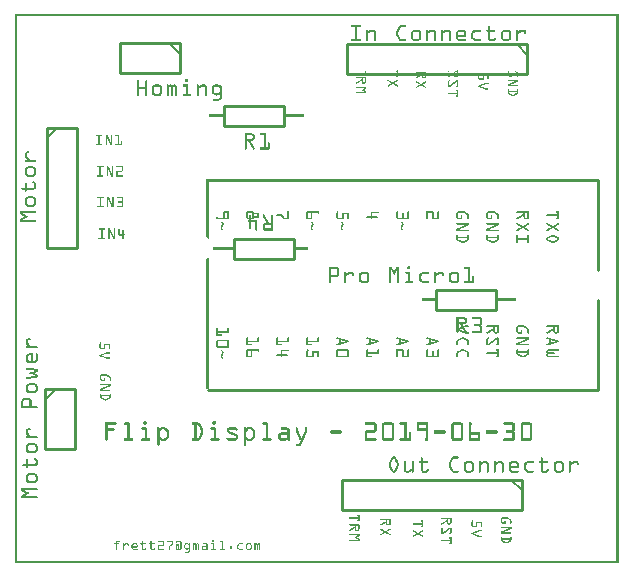
<source format=gto>
G04 MADE WITH FRITZING*
G04 WWW.FRITZING.ORG*
G04 DOUBLE SIDED*
G04 HOLES PLATED*
G04 CONTOUR ON CENTER OF CONTOUR VECTOR*
%ASAXBY*%
%FSLAX23Y23*%
%MOIN*%
%OFA0B0*%
%SFA1.0B1.0*%
%ADD10C,0.010000*%
%ADD11C,0.005000*%
%ADD12R,0.001000X0.001000*%
%LNSILK1*%
G90*
G70*
G54D10*
X549Y1735D02*
X349Y1735D01*
D02*
X349Y1735D02*
X349Y1635D01*
D02*
X349Y1635D02*
X549Y1635D01*
D02*
X549Y1635D02*
X549Y1735D01*
G54D11*
D02*
X514Y1735D02*
X549Y1700D01*
G54D10*
D02*
X728Y1083D02*
X928Y1083D01*
D02*
X928Y1083D02*
X928Y1017D01*
D02*
X928Y1017D02*
X728Y1017D01*
D02*
X728Y1017D02*
X728Y1083D01*
D02*
X1603Y846D02*
X1403Y846D01*
D02*
X1403Y846D02*
X1403Y912D01*
D02*
X1403Y912D02*
X1603Y912D01*
D02*
X1603Y912D02*
X1603Y846D01*
D02*
X897Y1459D02*
X697Y1459D01*
D02*
X697Y1459D02*
X697Y1525D01*
D02*
X697Y1525D02*
X897Y1525D01*
D02*
X897Y1525D02*
X897Y1459D01*
D02*
X1941Y1280D02*
X641Y1280D01*
D02*
X641Y580D02*
X1941Y580D01*
D02*
X1941Y1280D02*
X1941Y980D01*
D02*
X1941Y880D02*
X1941Y580D01*
D02*
X105Y1453D02*
X105Y1053D01*
D02*
X105Y1053D02*
X205Y1053D01*
D02*
X205Y1053D02*
X205Y1453D01*
D02*
X205Y1453D02*
X105Y1453D01*
G54D11*
D02*
X105Y1418D02*
X140Y1453D01*
G54D10*
D02*
X100Y581D02*
X100Y381D01*
D02*
X100Y381D02*
X200Y381D01*
D02*
X200Y381D02*
X200Y581D01*
D02*
X200Y581D02*
X100Y581D01*
G54D11*
D02*
X100Y546D02*
X135Y581D01*
G54D10*
D02*
X1688Y280D02*
X1088Y280D01*
D02*
X1088Y280D02*
X1088Y180D01*
D02*
X1088Y180D02*
X1688Y180D01*
D02*
X1688Y180D02*
X1688Y280D01*
G54D11*
D02*
X1653Y280D02*
X1688Y245D01*
G54D10*
D02*
X1706Y1732D02*
X1106Y1732D01*
D02*
X1106Y1732D02*
X1106Y1632D01*
D02*
X1106Y1632D02*
X1706Y1632D01*
D02*
X1706Y1632D02*
X1706Y1732D01*
G54D11*
D02*
X1671Y1732D02*
X1706Y1697D01*
G54D12*
X0Y1833D02*
X2011Y1833D01*
X0Y1832D02*
X2011Y1832D01*
X0Y1831D02*
X2011Y1831D01*
X0Y1830D02*
X2011Y1830D01*
X0Y1829D02*
X2011Y1829D01*
X0Y1828D02*
X2011Y1828D01*
X0Y1827D02*
X2011Y1827D01*
X0Y1826D02*
X2011Y1826D01*
X0Y1825D02*
X7Y1825D01*
X2004Y1825D02*
X2011Y1825D01*
X0Y1824D02*
X7Y1824D01*
X2004Y1824D02*
X2011Y1824D01*
X0Y1823D02*
X7Y1823D01*
X2004Y1823D02*
X2011Y1823D01*
X0Y1822D02*
X7Y1822D01*
X2004Y1822D02*
X2011Y1822D01*
X0Y1821D02*
X7Y1821D01*
X2004Y1821D02*
X2011Y1821D01*
X0Y1820D02*
X7Y1820D01*
X2004Y1820D02*
X2011Y1820D01*
X0Y1819D02*
X7Y1819D01*
X2004Y1819D02*
X2011Y1819D01*
X0Y1818D02*
X7Y1818D01*
X2004Y1818D02*
X2011Y1818D01*
X0Y1817D02*
X7Y1817D01*
X2004Y1817D02*
X2011Y1817D01*
X0Y1816D02*
X7Y1816D01*
X2004Y1816D02*
X2011Y1816D01*
X0Y1815D02*
X7Y1815D01*
X2004Y1815D02*
X2011Y1815D01*
X0Y1814D02*
X7Y1814D01*
X2004Y1814D02*
X2011Y1814D01*
X0Y1813D02*
X7Y1813D01*
X2004Y1813D02*
X2011Y1813D01*
X0Y1812D02*
X7Y1812D01*
X2004Y1812D02*
X2011Y1812D01*
X0Y1811D02*
X7Y1811D01*
X2004Y1811D02*
X2011Y1811D01*
X0Y1810D02*
X7Y1810D01*
X2004Y1810D02*
X2011Y1810D01*
X0Y1809D02*
X7Y1809D01*
X2004Y1809D02*
X2011Y1809D01*
X0Y1808D02*
X7Y1808D01*
X2004Y1808D02*
X2011Y1808D01*
X0Y1807D02*
X7Y1807D01*
X2004Y1807D02*
X2011Y1807D01*
X0Y1806D02*
X7Y1806D01*
X2004Y1806D02*
X2011Y1806D01*
X0Y1805D02*
X7Y1805D01*
X2004Y1805D02*
X2011Y1805D01*
X0Y1804D02*
X7Y1804D01*
X2004Y1804D02*
X2011Y1804D01*
X0Y1803D02*
X7Y1803D01*
X2004Y1803D02*
X2011Y1803D01*
X0Y1802D02*
X7Y1802D01*
X2004Y1802D02*
X2011Y1802D01*
X0Y1801D02*
X7Y1801D01*
X2004Y1801D02*
X2011Y1801D01*
X0Y1800D02*
X7Y1800D01*
X2004Y1800D02*
X2011Y1800D01*
X0Y1799D02*
X7Y1799D01*
X2004Y1799D02*
X2011Y1799D01*
X0Y1798D02*
X7Y1798D01*
X2004Y1798D02*
X2011Y1798D01*
X0Y1797D02*
X7Y1797D01*
X2004Y1797D02*
X2011Y1797D01*
X0Y1796D02*
X7Y1796D01*
X2004Y1796D02*
X2011Y1796D01*
X0Y1795D02*
X7Y1795D01*
X1122Y1795D02*
X1151Y1795D01*
X1285Y1795D02*
X1301Y1795D01*
X2004Y1795D02*
X2011Y1795D01*
X0Y1794D02*
X7Y1794D01*
X1121Y1794D02*
X1153Y1794D01*
X1283Y1794D02*
X1303Y1794D01*
X2004Y1794D02*
X2011Y1794D01*
X0Y1793D02*
X7Y1793D01*
X1120Y1793D02*
X1153Y1793D01*
X1281Y1793D02*
X1303Y1793D01*
X2004Y1793D02*
X2011Y1793D01*
X0Y1792D02*
X7Y1792D01*
X1120Y1792D02*
X1153Y1792D01*
X1280Y1792D02*
X1303Y1792D01*
X1578Y1792D02*
X1581Y1792D01*
X2004Y1792D02*
X2011Y1792D01*
X0Y1791D02*
X7Y1791D01*
X1120Y1791D02*
X1153Y1791D01*
X1279Y1791D02*
X1303Y1791D01*
X1577Y1791D02*
X1582Y1791D01*
X2004Y1791D02*
X2011Y1791D01*
X0Y1790D02*
X7Y1790D01*
X1120Y1790D02*
X1153Y1790D01*
X1279Y1790D02*
X1303Y1790D01*
X1577Y1790D02*
X1582Y1790D01*
X2004Y1790D02*
X2011Y1790D01*
X0Y1789D02*
X7Y1789D01*
X1121Y1789D02*
X1152Y1789D01*
X1278Y1789D02*
X1302Y1789D01*
X1577Y1789D02*
X1583Y1789D01*
X2004Y1789D02*
X2011Y1789D01*
X0Y1788D02*
X7Y1788D01*
X1133Y1788D02*
X1140Y1788D01*
X1278Y1788D02*
X1285Y1788D01*
X1577Y1788D02*
X1583Y1788D01*
X2004Y1788D02*
X2011Y1788D01*
X0Y1787D02*
X7Y1787D01*
X1134Y1787D02*
X1140Y1787D01*
X1277Y1787D02*
X1284Y1787D01*
X1577Y1787D02*
X1583Y1787D01*
X2004Y1787D02*
X2011Y1787D01*
X0Y1786D02*
X7Y1786D01*
X1134Y1786D02*
X1140Y1786D01*
X1277Y1786D02*
X1284Y1786D01*
X1577Y1786D02*
X1583Y1786D01*
X2004Y1786D02*
X2011Y1786D01*
X0Y1785D02*
X7Y1785D01*
X1134Y1785D02*
X1140Y1785D01*
X1276Y1785D02*
X1283Y1785D01*
X1577Y1785D02*
X1583Y1785D01*
X2004Y1785D02*
X2011Y1785D01*
X0Y1784D02*
X7Y1784D01*
X1134Y1784D02*
X1140Y1784D01*
X1276Y1784D02*
X1283Y1784D01*
X1577Y1784D02*
X1583Y1784D01*
X2004Y1784D02*
X2011Y1784D01*
X0Y1783D02*
X7Y1783D01*
X1134Y1783D02*
X1140Y1783D01*
X1275Y1783D02*
X1282Y1783D01*
X1577Y1783D02*
X1583Y1783D01*
X2004Y1783D02*
X2011Y1783D01*
X0Y1782D02*
X7Y1782D01*
X1134Y1782D02*
X1140Y1782D01*
X1275Y1782D02*
X1282Y1782D01*
X1577Y1782D02*
X1583Y1782D01*
X2004Y1782D02*
X2011Y1782D01*
X0Y1781D02*
X7Y1781D01*
X1134Y1781D02*
X1140Y1781D01*
X1274Y1781D02*
X1281Y1781D01*
X1576Y1781D02*
X1583Y1781D01*
X2004Y1781D02*
X2011Y1781D01*
X0Y1780D02*
X7Y1780D01*
X1134Y1780D02*
X1140Y1780D01*
X1171Y1780D02*
X1174Y1780D01*
X1186Y1780D02*
X1196Y1780D01*
X1274Y1780D02*
X1281Y1780D01*
X1329Y1780D02*
X1344Y1780D01*
X1371Y1780D02*
X1374Y1780D01*
X1386Y1780D02*
X1396Y1780D01*
X1421Y1780D02*
X1424Y1780D01*
X1436Y1780D02*
X1446Y1780D01*
X1479Y1780D02*
X1494Y1780D01*
X1533Y1780D02*
X1552Y1780D01*
X1571Y1780D02*
X1598Y1780D01*
X1629Y1780D02*
X1644Y1780D01*
X1671Y1780D02*
X1674Y1780D01*
X1685Y1780D02*
X1696Y1780D01*
X2004Y1780D02*
X2011Y1780D01*
X0Y1779D02*
X7Y1779D01*
X1134Y1779D02*
X1140Y1779D01*
X1170Y1779D02*
X1175Y1779D01*
X1183Y1779D02*
X1198Y1779D01*
X1273Y1779D02*
X1280Y1779D01*
X1327Y1779D02*
X1346Y1779D01*
X1370Y1779D02*
X1375Y1779D01*
X1383Y1779D02*
X1398Y1779D01*
X1420Y1779D02*
X1425Y1779D01*
X1433Y1779D02*
X1448Y1779D01*
X1477Y1779D02*
X1496Y1779D01*
X1531Y1779D02*
X1553Y1779D01*
X1570Y1779D02*
X1599Y1779D01*
X1627Y1779D02*
X1646Y1779D01*
X1670Y1779D02*
X1675Y1779D01*
X1684Y1779D02*
X1698Y1779D01*
X2004Y1779D02*
X2011Y1779D01*
X0Y1778D02*
X7Y1778D01*
X1134Y1778D02*
X1140Y1778D01*
X1170Y1778D02*
X1176Y1778D01*
X1182Y1778D02*
X1199Y1778D01*
X1273Y1778D02*
X1280Y1778D01*
X1326Y1778D02*
X1347Y1778D01*
X1370Y1778D02*
X1376Y1778D01*
X1382Y1778D02*
X1399Y1778D01*
X1420Y1778D02*
X1426Y1778D01*
X1432Y1778D02*
X1449Y1778D01*
X1476Y1778D02*
X1497Y1778D01*
X1529Y1778D02*
X1553Y1778D01*
X1570Y1778D02*
X1600Y1778D01*
X1626Y1778D02*
X1647Y1778D01*
X1670Y1778D02*
X1676Y1778D01*
X1683Y1778D02*
X1700Y1778D01*
X2004Y1778D02*
X2011Y1778D01*
X0Y1777D02*
X7Y1777D01*
X1134Y1777D02*
X1140Y1777D01*
X1170Y1777D02*
X1176Y1777D01*
X1180Y1777D02*
X1200Y1777D01*
X1272Y1777D02*
X1279Y1777D01*
X1325Y1777D02*
X1348Y1777D01*
X1370Y1777D02*
X1376Y1777D01*
X1380Y1777D02*
X1400Y1777D01*
X1420Y1777D02*
X1426Y1777D01*
X1430Y1777D02*
X1450Y1777D01*
X1475Y1777D02*
X1499Y1777D01*
X1528Y1777D02*
X1553Y1777D01*
X1570Y1777D02*
X1600Y1777D01*
X1625Y1777D02*
X1648Y1777D01*
X1670Y1777D02*
X1676Y1777D01*
X1681Y1777D02*
X1701Y1777D01*
X2004Y1777D02*
X2011Y1777D01*
X0Y1776D02*
X7Y1776D01*
X1134Y1776D02*
X1140Y1776D01*
X1170Y1776D02*
X1176Y1776D01*
X1179Y1776D02*
X1201Y1776D01*
X1272Y1776D02*
X1279Y1776D01*
X1323Y1776D02*
X1350Y1776D01*
X1370Y1776D02*
X1376Y1776D01*
X1379Y1776D02*
X1401Y1776D01*
X1420Y1776D02*
X1426Y1776D01*
X1429Y1776D02*
X1451Y1776D01*
X1473Y1776D02*
X1500Y1776D01*
X1527Y1776D02*
X1553Y1776D01*
X1570Y1776D02*
X1600Y1776D01*
X1623Y1776D02*
X1650Y1776D01*
X1670Y1776D02*
X1676Y1776D01*
X1680Y1776D02*
X1701Y1776D01*
X2004Y1776D02*
X2011Y1776D01*
X0Y1775D02*
X7Y1775D01*
X1134Y1775D02*
X1140Y1775D01*
X1170Y1775D02*
X1201Y1775D01*
X1271Y1775D02*
X1278Y1775D01*
X1322Y1775D02*
X1351Y1775D01*
X1370Y1775D02*
X1401Y1775D01*
X1420Y1775D02*
X1451Y1775D01*
X1472Y1775D02*
X1501Y1775D01*
X1525Y1775D02*
X1553Y1775D01*
X1570Y1775D02*
X1599Y1775D01*
X1622Y1775D02*
X1651Y1775D01*
X1670Y1775D02*
X1676Y1775D01*
X1679Y1775D02*
X1702Y1775D01*
X2004Y1775D02*
X2011Y1775D01*
X0Y1774D02*
X7Y1774D01*
X1134Y1774D02*
X1140Y1774D01*
X1170Y1774D02*
X1202Y1774D01*
X1271Y1774D02*
X1278Y1774D01*
X1322Y1774D02*
X1351Y1774D01*
X1370Y1774D02*
X1402Y1774D01*
X1420Y1774D02*
X1452Y1774D01*
X1472Y1774D02*
X1501Y1774D01*
X1524Y1774D02*
X1551Y1774D01*
X1572Y1774D02*
X1598Y1774D01*
X1622Y1774D02*
X1651Y1774D01*
X1670Y1774D02*
X1676Y1774D01*
X1678Y1774D02*
X1703Y1774D01*
X2004Y1774D02*
X2011Y1774D01*
X0Y1773D02*
X7Y1773D01*
X1134Y1773D02*
X1140Y1773D01*
X1170Y1773D02*
X1186Y1773D01*
X1195Y1773D02*
X1202Y1773D01*
X1271Y1773D02*
X1277Y1773D01*
X1321Y1773D02*
X1330Y1773D01*
X1343Y1773D02*
X1352Y1773D01*
X1370Y1773D02*
X1386Y1773D01*
X1395Y1773D02*
X1402Y1773D01*
X1420Y1773D02*
X1436Y1773D01*
X1445Y1773D02*
X1452Y1773D01*
X1471Y1773D02*
X1480Y1773D01*
X1493Y1773D02*
X1502Y1773D01*
X1523Y1773D02*
X1533Y1773D01*
X1577Y1773D02*
X1583Y1773D01*
X1621Y1773D02*
X1630Y1773D01*
X1643Y1773D02*
X1652Y1773D01*
X1670Y1773D02*
X1687Y1773D01*
X1696Y1773D02*
X1703Y1773D01*
X2004Y1773D02*
X2011Y1773D01*
X0Y1772D02*
X7Y1772D01*
X1134Y1772D02*
X1140Y1772D01*
X1170Y1772D02*
X1185Y1772D01*
X1196Y1772D02*
X1202Y1772D01*
X1270Y1772D02*
X1277Y1772D01*
X1321Y1772D02*
X1328Y1772D01*
X1345Y1772D02*
X1353Y1772D01*
X1370Y1772D02*
X1385Y1772D01*
X1396Y1772D02*
X1402Y1772D01*
X1420Y1772D02*
X1435Y1772D01*
X1446Y1772D02*
X1452Y1772D01*
X1471Y1772D02*
X1478Y1772D01*
X1495Y1772D02*
X1503Y1772D01*
X1522Y1772D02*
X1532Y1772D01*
X1577Y1772D02*
X1583Y1772D01*
X1621Y1772D02*
X1628Y1772D01*
X1645Y1772D02*
X1653Y1772D01*
X1670Y1772D02*
X1685Y1772D01*
X1697Y1772D02*
X1703Y1772D01*
X2004Y1772D02*
X2011Y1772D01*
X0Y1771D02*
X7Y1771D01*
X1134Y1771D02*
X1140Y1771D01*
X1170Y1771D02*
X1183Y1771D01*
X1196Y1771D02*
X1202Y1771D01*
X1270Y1771D02*
X1276Y1771D01*
X1320Y1771D02*
X1327Y1771D01*
X1346Y1771D02*
X1353Y1771D01*
X1370Y1771D02*
X1383Y1771D01*
X1396Y1771D02*
X1402Y1771D01*
X1420Y1771D02*
X1433Y1771D01*
X1446Y1771D02*
X1452Y1771D01*
X1470Y1771D02*
X1477Y1771D01*
X1496Y1771D02*
X1503Y1771D01*
X1522Y1771D02*
X1531Y1771D01*
X1577Y1771D02*
X1583Y1771D01*
X1620Y1771D02*
X1627Y1771D01*
X1646Y1771D02*
X1653Y1771D01*
X1670Y1771D02*
X1684Y1771D01*
X1697Y1771D02*
X1703Y1771D01*
X2004Y1771D02*
X2011Y1771D01*
X0Y1770D02*
X7Y1770D01*
X1134Y1770D02*
X1140Y1770D01*
X1170Y1770D02*
X1181Y1770D01*
X1196Y1770D02*
X1202Y1770D01*
X1270Y1770D02*
X1276Y1770D01*
X1320Y1770D02*
X1326Y1770D01*
X1347Y1770D02*
X1353Y1770D01*
X1370Y1770D02*
X1381Y1770D01*
X1396Y1770D02*
X1402Y1770D01*
X1420Y1770D02*
X1431Y1770D01*
X1446Y1770D02*
X1452Y1770D01*
X1470Y1770D02*
X1476Y1770D01*
X1497Y1770D02*
X1503Y1770D01*
X1521Y1770D02*
X1530Y1770D01*
X1577Y1770D02*
X1583Y1770D01*
X1620Y1770D02*
X1626Y1770D01*
X1647Y1770D02*
X1653Y1770D01*
X1670Y1770D02*
X1683Y1770D01*
X1697Y1770D02*
X1703Y1770D01*
X2004Y1770D02*
X2011Y1770D01*
X0Y1769D02*
X7Y1769D01*
X1134Y1769D02*
X1140Y1769D01*
X1170Y1769D02*
X1180Y1769D01*
X1196Y1769D02*
X1202Y1769D01*
X1270Y1769D02*
X1276Y1769D01*
X1320Y1769D02*
X1326Y1769D01*
X1347Y1769D02*
X1353Y1769D01*
X1370Y1769D02*
X1380Y1769D01*
X1396Y1769D02*
X1402Y1769D01*
X1420Y1769D02*
X1430Y1769D01*
X1446Y1769D02*
X1452Y1769D01*
X1470Y1769D02*
X1476Y1769D01*
X1497Y1769D02*
X1503Y1769D01*
X1520Y1769D02*
X1528Y1769D01*
X1577Y1769D02*
X1583Y1769D01*
X1620Y1769D02*
X1626Y1769D01*
X1647Y1769D02*
X1653Y1769D01*
X1670Y1769D02*
X1682Y1769D01*
X1697Y1769D02*
X1703Y1769D01*
X2004Y1769D02*
X2011Y1769D01*
X0Y1768D02*
X7Y1768D01*
X1134Y1768D02*
X1140Y1768D01*
X1170Y1768D02*
X1178Y1768D01*
X1196Y1768D02*
X1203Y1768D01*
X1270Y1768D02*
X1276Y1768D01*
X1320Y1768D02*
X1326Y1768D01*
X1347Y1768D02*
X1353Y1768D01*
X1370Y1768D02*
X1378Y1768D01*
X1396Y1768D02*
X1403Y1768D01*
X1420Y1768D02*
X1428Y1768D01*
X1446Y1768D02*
X1453Y1768D01*
X1470Y1768D02*
X1476Y1768D01*
X1497Y1768D02*
X1503Y1768D01*
X1520Y1768D02*
X1527Y1768D01*
X1577Y1768D02*
X1583Y1768D01*
X1620Y1768D02*
X1626Y1768D01*
X1647Y1768D02*
X1653Y1768D01*
X1670Y1768D02*
X1681Y1768D01*
X1697Y1768D02*
X1703Y1768D01*
X2004Y1768D02*
X2011Y1768D01*
X0Y1767D02*
X7Y1767D01*
X1134Y1767D02*
X1140Y1767D01*
X1170Y1767D02*
X1177Y1767D01*
X1197Y1767D02*
X1203Y1767D01*
X1270Y1767D02*
X1276Y1767D01*
X1320Y1767D02*
X1326Y1767D01*
X1347Y1767D02*
X1353Y1767D01*
X1370Y1767D02*
X1377Y1767D01*
X1397Y1767D02*
X1403Y1767D01*
X1420Y1767D02*
X1427Y1767D01*
X1447Y1767D02*
X1453Y1767D01*
X1470Y1767D02*
X1476Y1767D01*
X1497Y1767D02*
X1503Y1767D01*
X1520Y1767D02*
X1526Y1767D01*
X1577Y1767D02*
X1583Y1767D01*
X1620Y1767D02*
X1626Y1767D01*
X1647Y1767D02*
X1653Y1767D01*
X1670Y1767D02*
X1680Y1767D01*
X1698Y1767D02*
X1703Y1767D01*
X2004Y1767D02*
X2011Y1767D01*
X0Y1766D02*
X7Y1766D01*
X1134Y1766D02*
X1140Y1766D01*
X1170Y1766D02*
X1176Y1766D01*
X1197Y1766D02*
X1203Y1766D01*
X1270Y1766D02*
X1276Y1766D01*
X1320Y1766D02*
X1326Y1766D01*
X1347Y1766D02*
X1353Y1766D01*
X1370Y1766D02*
X1376Y1766D01*
X1397Y1766D02*
X1403Y1766D01*
X1420Y1766D02*
X1426Y1766D01*
X1447Y1766D02*
X1453Y1766D01*
X1470Y1766D02*
X1476Y1766D01*
X1497Y1766D02*
X1503Y1766D01*
X1520Y1766D02*
X1526Y1766D01*
X1577Y1766D02*
X1583Y1766D01*
X1620Y1766D02*
X1626Y1766D01*
X1647Y1766D02*
X1653Y1766D01*
X1670Y1766D02*
X1678Y1766D01*
X1698Y1766D02*
X1702Y1766D01*
X2004Y1766D02*
X2011Y1766D01*
X0Y1765D02*
X7Y1765D01*
X1134Y1765D02*
X1140Y1765D01*
X1170Y1765D02*
X1176Y1765D01*
X1197Y1765D02*
X1203Y1765D01*
X1270Y1765D02*
X1276Y1765D01*
X1320Y1765D02*
X1326Y1765D01*
X1347Y1765D02*
X1353Y1765D01*
X1370Y1765D02*
X1376Y1765D01*
X1397Y1765D02*
X1403Y1765D01*
X1420Y1765D02*
X1426Y1765D01*
X1447Y1765D02*
X1453Y1765D01*
X1470Y1765D02*
X1476Y1765D01*
X1497Y1765D02*
X1503Y1765D01*
X1520Y1765D02*
X1526Y1765D01*
X1577Y1765D02*
X1583Y1765D01*
X1620Y1765D02*
X1626Y1765D01*
X1647Y1765D02*
X1653Y1765D01*
X1670Y1765D02*
X1677Y1765D01*
X1700Y1765D02*
X1701Y1765D01*
X2004Y1765D02*
X2011Y1765D01*
X0Y1764D02*
X7Y1764D01*
X1134Y1764D02*
X1140Y1764D01*
X1170Y1764D02*
X1176Y1764D01*
X1197Y1764D02*
X1203Y1764D01*
X1270Y1764D02*
X1277Y1764D01*
X1320Y1764D02*
X1326Y1764D01*
X1347Y1764D02*
X1353Y1764D01*
X1370Y1764D02*
X1376Y1764D01*
X1397Y1764D02*
X1403Y1764D01*
X1420Y1764D02*
X1426Y1764D01*
X1447Y1764D02*
X1453Y1764D01*
X1470Y1764D02*
X1476Y1764D01*
X1497Y1764D02*
X1503Y1764D01*
X1520Y1764D02*
X1526Y1764D01*
X1577Y1764D02*
X1583Y1764D01*
X1620Y1764D02*
X1626Y1764D01*
X1647Y1764D02*
X1653Y1764D01*
X1670Y1764D02*
X1676Y1764D01*
X2004Y1764D02*
X2011Y1764D01*
X0Y1763D02*
X7Y1763D01*
X1134Y1763D02*
X1140Y1763D01*
X1170Y1763D02*
X1176Y1763D01*
X1197Y1763D02*
X1203Y1763D01*
X1271Y1763D02*
X1277Y1763D01*
X1320Y1763D02*
X1326Y1763D01*
X1347Y1763D02*
X1353Y1763D01*
X1370Y1763D02*
X1376Y1763D01*
X1397Y1763D02*
X1403Y1763D01*
X1420Y1763D02*
X1426Y1763D01*
X1447Y1763D02*
X1453Y1763D01*
X1470Y1763D02*
X1476Y1763D01*
X1497Y1763D02*
X1503Y1763D01*
X1520Y1763D02*
X1526Y1763D01*
X1577Y1763D02*
X1583Y1763D01*
X1620Y1763D02*
X1626Y1763D01*
X1647Y1763D02*
X1653Y1763D01*
X1670Y1763D02*
X1676Y1763D01*
X2004Y1763D02*
X2011Y1763D01*
X0Y1762D02*
X7Y1762D01*
X1134Y1762D02*
X1140Y1762D01*
X1170Y1762D02*
X1176Y1762D01*
X1197Y1762D02*
X1203Y1762D01*
X1271Y1762D02*
X1278Y1762D01*
X1320Y1762D02*
X1326Y1762D01*
X1347Y1762D02*
X1353Y1762D01*
X1370Y1762D02*
X1376Y1762D01*
X1397Y1762D02*
X1403Y1762D01*
X1420Y1762D02*
X1426Y1762D01*
X1447Y1762D02*
X1453Y1762D01*
X1470Y1762D02*
X1503Y1762D01*
X1520Y1762D02*
X1526Y1762D01*
X1577Y1762D02*
X1583Y1762D01*
X1620Y1762D02*
X1626Y1762D01*
X1647Y1762D02*
X1653Y1762D01*
X1670Y1762D02*
X1676Y1762D01*
X2004Y1762D02*
X2011Y1762D01*
X0Y1761D02*
X7Y1761D01*
X1134Y1761D02*
X1140Y1761D01*
X1170Y1761D02*
X1176Y1761D01*
X1197Y1761D02*
X1203Y1761D01*
X1271Y1761D02*
X1278Y1761D01*
X1320Y1761D02*
X1326Y1761D01*
X1347Y1761D02*
X1353Y1761D01*
X1370Y1761D02*
X1376Y1761D01*
X1397Y1761D02*
X1403Y1761D01*
X1420Y1761D02*
X1426Y1761D01*
X1447Y1761D02*
X1453Y1761D01*
X1470Y1761D02*
X1503Y1761D01*
X1520Y1761D02*
X1526Y1761D01*
X1577Y1761D02*
X1583Y1761D01*
X1620Y1761D02*
X1626Y1761D01*
X1647Y1761D02*
X1653Y1761D01*
X1670Y1761D02*
X1676Y1761D01*
X2004Y1761D02*
X2011Y1761D01*
X0Y1760D02*
X7Y1760D01*
X1134Y1760D02*
X1140Y1760D01*
X1170Y1760D02*
X1176Y1760D01*
X1197Y1760D02*
X1203Y1760D01*
X1272Y1760D02*
X1279Y1760D01*
X1320Y1760D02*
X1326Y1760D01*
X1347Y1760D02*
X1353Y1760D01*
X1370Y1760D02*
X1376Y1760D01*
X1397Y1760D02*
X1403Y1760D01*
X1420Y1760D02*
X1426Y1760D01*
X1447Y1760D02*
X1453Y1760D01*
X1470Y1760D02*
X1503Y1760D01*
X1520Y1760D02*
X1526Y1760D01*
X1577Y1760D02*
X1583Y1760D01*
X1620Y1760D02*
X1626Y1760D01*
X1647Y1760D02*
X1653Y1760D01*
X1670Y1760D02*
X1676Y1760D01*
X2004Y1760D02*
X2011Y1760D01*
X0Y1759D02*
X7Y1759D01*
X1134Y1759D02*
X1140Y1759D01*
X1170Y1759D02*
X1176Y1759D01*
X1197Y1759D02*
X1203Y1759D01*
X1272Y1759D02*
X1279Y1759D01*
X1320Y1759D02*
X1326Y1759D01*
X1347Y1759D02*
X1353Y1759D01*
X1370Y1759D02*
X1376Y1759D01*
X1397Y1759D02*
X1403Y1759D01*
X1420Y1759D02*
X1426Y1759D01*
X1447Y1759D02*
X1453Y1759D01*
X1470Y1759D02*
X1503Y1759D01*
X1520Y1759D02*
X1526Y1759D01*
X1577Y1759D02*
X1583Y1759D01*
X1620Y1759D02*
X1626Y1759D01*
X1647Y1759D02*
X1653Y1759D01*
X1670Y1759D02*
X1676Y1759D01*
X2004Y1759D02*
X2011Y1759D01*
X0Y1758D02*
X7Y1758D01*
X1134Y1758D02*
X1140Y1758D01*
X1170Y1758D02*
X1176Y1758D01*
X1197Y1758D02*
X1203Y1758D01*
X1273Y1758D02*
X1280Y1758D01*
X1320Y1758D02*
X1326Y1758D01*
X1347Y1758D02*
X1353Y1758D01*
X1370Y1758D02*
X1376Y1758D01*
X1397Y1758D02*
X1403Y1758D01*
X1420Y1758D02*
X1426Y1758D01*
X1447Y1758D02*
X1453Y1758D01*
X1470Y1758D02*
X1503Y1758D01*
X1520Y1758D02*
X1526Y1758D01*
X1577Y1758D02*
X1583Y1758D01*
X1620Y1758D02*
X1626Y1758D01*
X1647Y1758D02*
X1653Y1758D01*
X1670Y1758D02*
X1676Y1758D01*
X2004Y1758D02*
X2011Y1758D01*
X0Y1757D02*
X7Y1757D01*
X1134Y1757D02*
X1140Y1757D01*
X1170Y1757D02*
X1176Y1757D01*
X1197Y1757D02*
X1203Y1757D01*
X1273Y1757D02*
X1280Y1757D01*
X1320Y1757D02*
X1326Y1757D01*
X1347Y1757D02*
X1353Y1757D01*
X1370Y1757D02*
X1376Y1757D01*
X1397Y1757D02*
X1403Y1757D01*
X1420Y1757D02*
X1426Y1757D01*
X1447Y1757D02*
X1453Y1757D01*
X1470Y1757D02*
X1502Y1757D01*
X1520Y1757D02*
X1526Y1757D01*
X1577Y1757D02*
X1583Y1757D01*
X1620Y1757D02*
X1626Y1757D01*
X1647Y1757D02*
X1653Y1757D01*
X1670Y1757D02*
X1676Y1757D01*
X2004Y1757D02*
X2011Y1757D01*
X0Y1756D02*
X7Y1756D01*
X1134Y1756D02*
X1140Y1756D01*
X1170Y1756D02*
X1176Y1756D01*
X1197Y1756D02*
X1203Y1756D01*
X1274Y1756D02*
X1281Y1756D01*
X1320Y1756D02*
X1326Y1756D01*
X1347Y1756D02*
X1353Y1756D01*
X1370Y1756D02*
X1376Y1756D01*
X1397Y1756D02*
X1403Y1756D01*
X1420Y1756D02*
X1426Y1756D01*
X1447Y1756D02*
X1453Y1756D01*
X1470Y1756D02*
X1500Y1756D01*
X1520Y1756D02*
X1526Y1756D01*
X1577Y1756D02*
X1583Y1756D01*
X1620Y1756D02*
X1626Y1756D01*
X1647Y1756D02*
X1653Y1756D01*
X1670Y1756D02*
X1676Y1756D01*
X2004Y1756D02*
X2011Y1756D01*
X0Y1755D02*
X7Y1755D01*
X1134Y1755D02*
X1140Y1755D01*
X1170Y1755D02*
X1176Y1755D01*
X1197Y1755D02*
X1203Y1755D01*
X1275Y1755D02*
X1281Y1755D01*
X1320Y1755D02*
X1326Y1755D01*
X1347Y1755D02*
X1353Y1755D01*
X1370Y1755D02*
X1376Y1755D01*
X1397Y1755D02*
X1403Y1755D01*
X1420Y1755D02*
X1426Y1755D01*
X1447Y1755D02*
X1453Y1755D01*
X1470Y1755D02*
X1476Y1755D01*
X1520Y1755D02*
X1526Y1755D01*
X1577Y1755D02*
X1583Y1755D01*
X1620Y1755D02*
X1626Y1755D01*
X1647Y1755D02*
X1653Y1755D01*
X1670Y1755D02*
X1676Y1755D01*
X2004Y1755D02*
X2011Y1755D01*
X0Y1754D02*
X7Y1754D01*
X1134Y1754D02*
X1140Y1754D01*
X1170Y1754D02*
X1176Y1754D01*
X1197Y1754D02*
X1203Y1754D01*
X1275Y1754D02*
X1282Y1754D01*
X1320Y1754D02*
X1326Y1754D01*
X1347Y1754D02*
X1353Y1754D01*
X1370Y1754D02*
X1376Y1754D01*
X1397Y1754D02*
X1403Y1754D01*
X1420Y1754D02*
X1426Y1754D01*
X1447Y1754D02*
X1453Y1754D01*
X1470Y1754D02*
X1476Y1754D01*
X1520Y1754D02*
X1527Y1754D01*
X1577Y1754D02*
X1583Y1754D01*
X1600Y1754D02*
X1600Y1754D01*
X1620Y1754D02*
X1626Y1754D01*
X1647Y1754D02*
X1653Y1754D01*
X1670Y1754D02*
X1676Y1754D01*
X2004Y1754D02*
X2011Y1754D01*
X0Y1753D02*
X7Y1753D01*
X1134Y1753D02*
X1140Y1753D01*
X1170Y1753D02*
X1176Y1753D01*
X1197Y1753D02*
X1203Y1753D01*
X1276Y1753D02*
X1282Y1753D01*
X1320Y1753D02*
X1326Y1753D01*
X1347Y1753D02*
X1353Y1753D01*
X1370Y1753D02*
X1376Y1753D01*
X1397Y1753D02*
X1403Y1753D01*
X1420Y1753D02*
X1426Y1753D01*
X1447Y1753D02*
X1453Y1753D01*
X1470Y1753D02*
X1476Y1753D01*
X1520Y1753D02*
X1528Y1753D01*
X1577Y1753D02*
X1583Y1753D01*
X1598Y1753D02*
X1602Y1753D01*
X1620Y1753D02*
X1626Y1753D01*
X1647Y1753D02*
X1653Y1753D01*
X1670Y1753D02*
X1676Y1753D01*
X2004Y1753D02*
X2011Y1753D01*
X0Y1752D02*
X7Y1752D01*
X1134Y1752D02*
X1140Y1752D01*
X1170Y1752D02*
X1176Y1752D01*
X1197Y1752D02*
X1203Y1752D01*
X1276Y1752D02*
X1283Y1752D01*
X1320Y1752D02*
X1326Y1752D01*
X1347Y1752D02*
X1353Y1752D01*
X1370Y1752D02*
X1376Y1752D01*
X1397Y1752D02*
X1403Y1752D01*
X1420Y1752D02*
X1426Y1752D01*
X1447Y1752D02*
X1453Y1752D01*
X1470Y1752D02*
X1476Y1752D01*
X1521Y1752D02*
X1529Y1752D01*
X1577Y1752D02*
X1583Y1752D01*
X1598Y1752D02*
X1603Y1752D01*
X1620Y1752D02*
X1626Y1752D01*
X1647Y1752D02*
X1653Y1752D01*
X1670Y1752D02*
X1676Y1752D01*
X2004Y1752D02*
X2011Y1752D01*
X0Y1751D02*
X7Y1751D01*
X1134Y1751D02*
X1140Y1751D01*
X1170Y1751D02*
X1176Y1751D01*
X1197Y1751D02*
X1203Y1751D01*
X1277Y1751D02*
X1283Y1751D01*
X1320Y1751D02*
X1327Y1751D01*
X1346Y1751D02*
X1353Y1751D01*
X1370Y1751D02*
X1376Y1751D01*
X1397Y1751D02*
X1403Y1751D01*
X1420Y1751D02*
X1426Y1751D01*
X1447Y1751D02*
X1453Y1751D01*
X1470Y1751D02*
X1477Y1751D01*
X1521Y1751D02*
X1531Y1751D01*
X1577Y1751D02*
X1583Y1751D01*
X1597Y1751D02*
X1603Y1751D01*
X1620Y1751D02*
X1627Y1751D01*
X1646Y1751D02*
X1653Y1751D01*
X1670Y1751D02*
X1676Y1751D01*
X2004Y1751D02*
X2011Y1751D01*
X0Y1750D02*
X7Y1750D01*
X1134Y1750D02*
X1140Y1750D01*
X1170Y1750D02*
X1176Y1750D01*
X1197Y1750D02*
X1203Y1750D01*
X1277Y1750D02*
X1284Y1750D01*
X1320Y1750D02*
X1328Y1750D01*
X1345Y1750D02*
X1353Y1750D01*
X1370Y1750D02*
X1376Y1750D01*
X1397Y1750D02*
X1403Y1750D01*
X1420Y1750D02*
X1426Y1750D01*
X1447Y1750D02*
X1453Y1750D01*
X1470Y1750D02*
X1478Y1750D01*
X1522Y1750D02*
X1532Y1750D01*
X1577Y1750D02*
X1583Y1750D01*
X1597Y1750D02*
X1603Y1750D01*
X1620Y1750D02*
X1628Y1750D01*
X1645Y1750D02*
X1653Y1750D01*
X1670Y1750D02*
X1676Y1750D01*
X2004Y1750D02*
X2011Y1750D01*
X0Y1749D02*
X7Y1749D01*
X1134Y1749D02*
X1140Y1749D01*
X1170Y1749D02*
X1176Y1749D01*
X1197Y1749D02*
X1203Y1749D01*
X1278Y1749D02*
X1285Y1749D01*
X1321Y1749D02*
X1330Y1749D01*
X1344Y1749D02*
X1352Y1749D01*
X1370Y1749D02*
X1376Y1749D01*
X1397Y1749D02*
X1403Y1749D01*
X1420Y1749D02*
X1426Y1749D01*
X1447Y1749D02*
X1453Y1749D01*
X1471Y1749D02*
X1480Y1749D01*
X1523Y1749D02*
X1533Y1749D01*
X1577Y1749D02*
X1584Y1749D01*
X1596Y1749D02*
X1603Y1749D01*
X1621Y1749D02*
X1630Y1749D01*
X1643Y1749D02*
X1652Y1749D01*
X1670Y1749D02*
X1676Y1749D01*
X2004Y1749D02*
X2011Y1749D01*
X0Y1748D02*
X7Y1748D01*
X1122Y1748D02*
X1151Y1748D01*
X1170Y1748D02*
X1176Y1748D01*
X1197Y1748D02*
X1203Y1748D01*
X1278Y1748D02*
X1301Y1748D01*
X1321Y1748D02*
X1351Y1748D01*
X1370Y1748D02*
X1376Y1748D01*
X1397Y1748D02*
X1403Y1748D01*
X1420Y1748D02*
X1426Y1748D01*
X1447Y1748D02*
X1453Y1748D01*
X1471Y1748D02*
X1501Y1748D01*
X1524Y1748D02*
X1551Y1748D01*
X1577Y1748D02*
X1603Y1748D01*
X1621Y1748D02*
X1651Y1748D01*
X1670Y1748D02*
X1676Y1748D01*
X2004Y1748D02*
X2011Y1748D01*
X0Y1747D02*
X7Y1747D01*
X1121Y1747D02*
X1152Y1747D01*
X1170Y1747D02*
X1176Y1747D01*
X1197Y1747D02*
X1203Y1747D01*
X1279Y1747D02*
X1302Y1747D01*
X1322Y1747D02*
X1351Y1747D01*
X1370Y1747D02*
X1376Y1747D01*
X1397Y1747D02*
X1403Y1747D01*
X1420Y1747D02*
X1426Y1747D01*
X1447Y1747D02*
X1453Y1747D01*
X1472Y1747D02*
X1502Y1747D01*
X1526Y1747D02*
X1552Y1747D01*
X1578Y1747D02*
X1602Y1747D01*
X1622Y1747D02*
X1651Y1747D01*
X1670Y1747D02*
X1676Y1747D01*
X2004Y1747D02*
X2011Y1747D01*
X0Y1746D02*
X7Y1746D01*
X1120Y1746D02*
X1153Y1746D01*
X1170Y1746D02*
X1176Y1746D01*
X1197Y1746D02*
X1203Y1746D01*
X1279Y1746D02*
X1303Y1746D01*
X1323Y1746D02*
X1350Y1746D01*
X1370Y1746D02*
X1376Y1746D01*
X1397Y1746D02*
X1403Y1746D01*
X1420Y1746D02*
X1426Y1746D01*
X1447Y1746D02*
X1453Y1746D01*
X1473Y1746D02*
X1503Y1746D01*
X1527Y1746D02*
X1553Y1746D01*
X1578Y1746D02*
X1602Y1746D01*
X1623Y1746D02*
X1650Y1746D01*
X1670Y1746D02*
X1676Y1746D01*
X2004Y1746D02*
X2011Y1746D01*
X0Y1745D02*
X7Y1745D01*
X1120Y1745D02*
X1153Y1745D01*
X1170Y1745D02*
X1176Y1745D01*
X1197Y1745D02*
X1203Y1745D01*
X1280Y1745D02*
X1303Y1745D01*
X1324Y1745D02*
X1349Y1745D01*
X1370Y1745D02*
X1376Y1745D01*
X1397Y1745D02*
X1403Y1745D01*
X1420Y1745D02*
X1426Y1745D01*
X1447Y1745D02*
X1453Y1745D01*
X1474Y1745D02*
X1503Y1745D01*
X1528Y1745D02*
X1553Y1745D01*
X1579Y1745D02*
X1601Y1745D01*
X1624Y1745D02*
X1649Y1745D01*
X1670Y1745D02*
X1676Y1745D01*
X2004Y1745D02*
X2011Y1745D01*
X0Y1744D02*
X7Y1744D01*
X1120Y1744D02*
X1153Y1744D01*
X1170Y1744D02*
X1176Y1744D01*
X1197Y1744D02*
X1203Y1744D01*
X1281Y1744D02*
X1303Y1744D01*
X1326Y1744D02*
X1347Y1744D01*
X1370Y1744D02*
X1376Y1744D01*
X1397Y1744D02*
X1403Y1744D01*
X1420Y1744D02*
X1426Y1744D01*
X1447Y1744D02*
X1453Y1744D01*
X1475Y1744D02*
X1503Y1744D01*
X1529Y1744D02*
X1553Y1744D01*
X1580Y1744D02*
X1600Y1744D01*
X1626Y1744D02*
X1647Y1744D01*
X1670Y1744D02*
X1676Y1744D01*
X2004Y1744D02*
X2011Y1744D01*
X0Y1743D02*
X7Y1743D01*
X1120Y1743D02*
X1153Y1743D01*
X1170Y1743D02*
X1175Y1743D01*
X1198Y1743D02*
X1203Y1743D01*
X1282Y1743D02*
X1303Y1743D01*
X1327Y1743D02*
X1346Y1743D01*
X1370Y1743D02*
X1375Y1743D01*
X1398Y1743D02*
X1403Y1743D01*
X1420Y1743D02*
X1425Y1743D01*
X1448Y1743D02*
X1453Y1743D01*
X1477Y1743D02*
X1503Y1743D01*
X1530Y1743D02*
X1553Y1743D01*
X1581Y1743D02*
X1599Y1743D01*
X1627Y1743D02*
X1646Y1743D01*
X1670Y1743D02*
X1675Y1743D01*
X2004Y1743D02*
X2011Y1743D01*
X0Y1742D02*
X7Y1742D01*
X1121Y1742D02*
X1152Y1742D01*
X1171Y1742D02*
X1174Y1742D01*
X1199Y1742D02*
X1202Y1742D01*
X1284Y1742D02*
X1302Y1742D01*
X1329Y1742D02*
X1344Y1742D01*
X1371Y1742D02*
X1374Y1742D01*
X1399Y1742D02*
X1402Y1742D01*
X1421Y1742D02*
X1424Y1742D01*
X1449Y1742D02*
X1452Y1742D01*
X1479Y1742D02*
X1502Y1742D01*
X1532Y1742D02*
X1552Y1742D01*
X1583Y1742D02*
X1597Y1742D01*
X1629Y1742D02*
X1644Y1742D01*
X1671Y1742D02*
X1674Y1742D01*
X2004Y1742D02*
X2011Y1742D01*
X0Y1741D02*
X7Y1741D01*
X2004Y1741D02*
X2011Y1741D01*
X0Y1740D02*
X7Y1740D01*
X2004Y1740D02*
X2011Y1740D01*
X0Y1739D02*
X7Y1739D01*
X2004Y1739D02*
X2011Y1739D01*
X0Y1738D02*
X7Y1738D01*
X2004Y1738D02*
X2011Y1738D01*
X0Y1737D02*
X7Y1737D01*
X2004Y1737D02*
X2011Y1737D01*
X0Y1736D02*
X7Y1736D01*
X2004Y1736D02*
X2011Y1736D01*
X0Y1735D02*
X7Y1735D01*
X2004Y1735D02*
X2011Y1735D01*
X0Y1734D02*
X7Y1734D01*
X2004Y1734D02*
X2011Y1734D01*
X0Y1733D02*
X7Y1733D01*
X2004Y1733D02*
X2011Y1733D01*
X0Y1732D02*
X7Y1732D01*
X2004Y1732D02*
X2011Y1732D01*
X0Y1731D02*
X7Y1731D01*
X2004Y1731D02*
X2011Y1731D01*
X0Y1730D02*
X7Y1730D01*
X2004Y1730D02*
X2011Y1730D01*
X0Y1729D02*
X7Y1729D01*
X2004Y1729D02*
X2011Y1729D01*
X0Y1728D02*
X7Y1728D01*
X2004Y1728D02*
X2011Y1728D01*
X0Y1727D02*
X7Y1727D01*
X2004Y1727D02*
X2011Y1727D01*
X0Y1726D02*
X7Y1726D01*
X2004Y1726D02*
X2011Y1726D01*
X0Y1725D02*
X7Y1725D01*
X2004Y1725D02*
X2011Y1725D01*
X0Y1724D02*
X7Y1724D01*
X2004Y1724D02*
X2011Y1724D01*
X0Y1723D02*
X7Y1723D01*
X2004Y1723D02*
X2011Y1723D01*
X0Y1722D02*
X7Y1722D01*
X2004Y1722D02*
X2011Y1722D01*
X0Y1721D02*
X7Y1721D01*
X2004Y1721D02*
X2011Y1721D01*
X0Y1720D02*
X7Y1720D01*
X2004Y1720D02*
X2011Y1720D01*
X0Y1719D02*
X7Y1719D01*
X2004Y1719D02*
X2011Y1719D01*
X0Y1718D02*
X7Y1718D01*
X2004Y1718D02*
X2011Y1718D01*
X0Y1717D02*
X7Y1717D01*
X2004Y1717D02*
X2011Y1717D01*
X0Y1716D02*
X7Y1716D01*
X2004Y1716D02*
X2011Y1716D01*
X0Y1715D02*
X7Y1715D01*
X2004Y1715D02*
X2011Y1715D01*
X0Y1714D02*
X7Y1714D01*
X2004Y1714D02*
X2011Y1714D01*
X0Y1713D02*
X7Y1713D01*
X2004Y1713D02*
X2011Y1713D01*
X0Y1712D02*
X7Y1712D01*
X2004Y1712D02*
X2011Y1712D01*
X0Y1711D02*
X7Y1711D01*
X2004Y1711D02*
X2011Y1711D01*
X0Y1710D02*
X7Y1710D01*
X2004Y1710D02*
X2011Y1710D01*
X0Y1709D02*
X7Y1709D01*
X2004Y1709D02*
X2011Y1709D01*
X0Y1708D02*
X7Y1708D01*
X2004Y1708D02*
X2011Y1708D01*
X0Y1707D02*
X7Y1707D01*
X2004Y1707D02*
X2011Y1707D01*
X0Y1706D02*
X7Y1706D01*
X2004Y1706D02*
X2011Y1706D01*
X0Y1705D02*
X7Y1705D01*
X2004Y1705D02*
X2011Y1705D01*
X0Y1704D02*
X7Y1704D01*
X2004Y1704D02*
X2011Y1704D01*
X0Y1703D02*
X7Y1703D01*
X2004Y1703D02*
X2011Y1703D01*
X0Y1702D02*
X7Y1702D01*
X2004Y1702D02*
X2011Y1702D01*
X0Y1701D02*
X7Y1701D01*
X2004Y1701D02*
X2011Y1701D01*
X0Y1700D02*
X7Y1700D01*
X2004Y1700D02*
X2011Y1700D01*
X0Y1699D02*
X7Y1699D01*
X2004Y1699D02*
X2011Y1699D01*
X0Y1698D02*
X7Y1698D01*
X2004Y1698D02*
X2011Y1698D01*
X0Y1697D02*
X7Y1697D01*
X2004Y1697D02*
X2011Y1697D01*
X0Y1696D02*
X7Y1696D01*
X2004Y1696D02*
X2011Y1696D01*
X0Y1695D02*
X7Y1695D01*
X2004Y1695D02*
X2011Y1695D01*
X0Y1694D02*
X7Y1694D01*
X2004Y1694D02*
X2011Y1694D01*
X0Y1693D02*
X7Y1693D01*
X2004Y1693D02*
X2011Y1693D01*
X0Y1692D02*
X7Y1692D01*
X2004Y1692D02*
X2011Y1692D01*
X0Y1691D02*
X7Y1691D01*
X2004Y1691D02*
X2011Y1691D01*
X0Y1690D02*
X7Y1690D01*
X2004Y1690D02*
X2011Y1690D01*
X0Y1689D02*
X7Y1689D01*
X2004Y1689D02*
X2011Y1689D01*
X0Y1688D02*
X7Y1688D01*
X2004Y1688D02*
X2011Y1688D01*
X0Y1687D02*
X7Y1687D01*
X2004Y1687D02*
X2011Y1687D01*
X0Y1686D02*
X7Y1686D01*
X2004Y1686D02*
X2011Y1686D01*
X0Y1685D02*
X7Y1685D01*
X2004Y1685D02*
X2011Y1685D01*
X0Y1684D02*
X7Y1684D01*
X2004Y1684D02*
X2011Y1684D01*
X0Y1683D02*
X7Y1683D01*
X2004Y1683D02*
X2011Y1683D01*
X0Y1682D02*
X7Y1682D01*
X2004Y1682D02*
X2011Y1682D01*
X0Y1681D02*
X7Y1681D01*
X2004Y1681D02*
X2011Y1681D01*
X0Y1680D02*
X7Y1680D01*
X2004Y1680D02*
X2011Y1680D01*
X0Y1679D02*
X7Y1679D01*
X2004Y1679D02*
X2011Y1679D01*
X0Y1678D02*
X7Y1678D01*
X2004Y1678D02*
X2011Y1678D01*
X0Y1677D02*
X7Y1677D01*
X2004Y1677D02*
X2011Y1677D01*
X0Y1676D02*
X7Y1676D01*
X2004Y1676D02*
X2011Y1676D01*
X0Y1675D02*
X7Y1675D01*
X2004Y1675D02*
X2011Y1675D01*
X0Y1674D02*
X7Y1674D01*
X2004Y1674D02*
X2011Y1674D01*
X0Y1673D02*
X7Y1673D01*
X2004Y1673D02*
X2011Y1673D01*
X0Y1672D02*
X7Y1672D01*
X2004Y1672D02*
X2011Y1672D01*
X0Y1671D02*
X7Y1671D01*
X2004Y1671D02*
X2011Y1671D01*
X0Y1670D02*
X7Y1670D01*
X2004Y1670D02*
X2011Y1670D01*
X0Y1669D02*
X7Y1669D01*
X2004Y1669D02*
X2011Y1669D01*
X0Y1668D02*
X7Y1668D01*
X2004Y1668D02*
X2011Y1668D01*
X0Y1667D02*
X7Y1667D01*
X2004Y1667D02*
X2011Y1667D01*
X0Y1666D02*
X7Y1666D01*
X2004Y1666D02*
X2011Y1666D01*
X0Y1665D02*
X7Y1665D01*
X2004Y1665D02*
X2011Y1665D01*
X0Y1664D02*
X7Y1664D01*
X2004Y1664D02*
X2011Y1664D01*
X0Y1663D02*
X7Y1663D01*
X2004Y1663D02*
X2011Y1663D01*
X0Y1662D02*
X7Y1662D01*
X2004Y1662D02*
X2011Y1662D01*
X0Y1661D02*
X7Y1661D01*
X2004Y1661D02*
X2011Y1661D01*
X0Y1660D02*
X7Y1660D01*
X2004Y1660D02*
X2011Y1660D01*
X0Y1659D02*
X7Y1659D01*
X2004Y1659D02*
X2011Y1659D01*
X0Y1658D02*
X7Y1658D01*
X2004Y1658D02*
X2011Y1658D01*
X0Y1657D02*
X7Y1657D01*
X2004Y1657D02*
X2011Y1657D01*
X0Y1656D02*
X7Y1656D01*
X2004Y1656D02*
X2011Y1656D01*
X0Y1655D02*
X7Y1655D01*
X2004Y1655D02*
X2011Y1655D01*
X0Y1654D02*
X7Y1654D01*
X2004Y1654D02*
X2011Y1654D01*
X0Y1653D02*
X7Y1653D01*
X2004Y1653D02*
X2011Y1653D01*
X0Y1652D02*
X7Y1652D01*
X2004Y1652D02*
X2011Y1652D01*
X0Y1651D02*
X7Y1651D01*
X2004Y1651D02*
X2011Y1651D01*
X0Y1650D02*
X7Y1650D01*
X2004Y1650D02*
X2011Y1650D01*
X0Y1649D02*
X7Y1649D01*
X2004Y1649D02*
X2011Y1649D01*
X0Y1648D02*
X7Y1648D01*
X2004Y1648D02*
X2011Y1648D01*
X0Y1647D02*
X7Y1647D01*
X2004Y1647D02*
X2011Y1647D01*
X0Y1646D02*
X7Y1646D01*
X2004Y1646D02*
X2011Y1646D01*
X0Y1645D02*
X7Y1645D01*
X1275Y1645D02*
X1276Y1645D01*
X2004Y1645D02*
X2011Y1645D01*
X0Y1644D02*
X7Y1644D01*
X1136Y1644D02*
X1137Y1644D01*
X1273Y1644D02*
X1276Y1644D01*
X1473Y1644D02*
X1477Y1644D01*
X2004Y1644D02*
X2011Y1644D01*
X0Y1643D02*
X7Y1643D01*
X1136Y1643D02*
X1139Y1643D01*
X1271Y1643D02*
X1276Y1643D01*
X1471Y1643D02*
X1477Y1643D01*
X2004Y1643D02*
X2011Y1643D01*
X0Y1642D02*
X7Y1642D01*
X1137Y1642D02*
X1141Y1642D01*
X1169Y1642D02*
X1170Y1642D01*
X1269Y1642D02*
X1276Y1642D01*
X1469Y1642D02*
X1477Y1642D01*
X1669Y1642D02*
X1669Y1642D01*
X2004Y1642D02*
X2011Y1642D01*
X0Y1641D02*
X7Y1641D01*
X1167Y1641D02*
X1170Y1641D01*
X1271Y1641D02*
X1276Y1641D01*
X1443Y1641D02*
X1444Y1641D01*
X1466Y1641D02*
X1477Y1641D01*
X1642Y1641D02*
X1644Y1641D01*
X1666Y1641D02*
X1670Y1641D01*
X2004Y1641D02*
X2011Y1641D01*
X0Y1640D02*
X7Y1640D01*
X1167Y1640D02*
X1170Y1640D01*
X1272Y1640D02*
X1276Y1640D01*
X1337Y1640D02*
X1348Y1640D01*
X1362Y1640D02*
X1370Y1640D01*
X1444Y1640D02*
X1448Y1640D01*
X1462Y1640D02*
X1477Y1640D01*
X1642Y1640D02*
X1646Y1640D01*
X1665Y1640D02*
X1671Y1640D01*
X2004Y1640D02*
X2011Y1640D01*
X0Y1639D02*
X7Y1639D01*
X1167Y1639D02*
X1170Y1639D01*
X1272Y1639D02*
X1276Y1639D01*
X1336Y1639D02*
X1370Y1639D01*
X1462Y1639D02*
X1466Y1639D01*
X1474Y1639D02*
X1477Y1639D01*
X1642Y1639D02*
X1646Y1639D01*
X1666Y1639D02*
X1673Y1639D01*
X2004Y1639D02*
X2011Y1639D01*
X0Y1638D02*
X7Y1638D01*
X1167Y1638D02*
X1170Y1638D01*
X1272Y1638D02*
X1276Y1638D01*
X1336Y1638D02*
X1370Y1638D01*
X1462Y1638D02*
X1466Y1638D01*
X1474Y1638D02*
X1477Y1638D01*
X1642Y1638D02*
X1646Y1638D01*
X1668Y1638D02*
X1674Y1638D01*
X2004Y1638D02*
X2011Y1638D01*
X0Y1637D02*
X7Y1637D01*
X1165Y1637D02*
X1170Y1637D01*
X1272Y1637D02*
X1276Y1637D01*
X1337Y1637D02*
X1370Y1637D01*
X1462Y1637D02*
X1466Y1637D01*
X1474Y1637D02*
X1477Y1637D01*
X1642Y1637D02*
X1646Y1637D01*
X1669Y1637D02*
X1675Y1637D01*
X2004Y1637D02*
X2011Y1637D01*
X0Y1636D02*
X7Y1636D01*
X1163Y1636D02*
X1170Y1636D01*
X1242Y1636D02*
X1276Y1636D01*
X1355Y1636D02*
X1359Y1636D01*
X1367Y1636D02*
X1370Y1636D01*
X1461Y1636D02*
X1466Y1636D01*
X1474Y1636D02*
X1477Y1636D01*
X1642Y1636D02*
X1646Y1636D01*
X1670Y1636D02*
X1676Y1636D01*
X2004Y1636D02*
X2011Y1636D01*
X0Y1635D02*
X7Y1635D01*
X1163Y1635D02*
X1170Y1635D01*
X1241Y1635D02*
X1276Y1635D01*
X1355Y1635D02*
X1359Y1635D01*
X1367Y1635D02*
X1370Y1635D01*
X1459Y1635D02*
X1466Y1635D01*
X1474Y1635D02*
X1477Y1635D01*
X1546Y1635D02*
X1548Y1635D01*
X1642Y1635D02*
X1646Y1635D01*
X1655Y1635D02*
X1655Y1635D01*
X1671Y1635D02*
X1676Y1635D01*
X2004Y1635D02*
X2011Y1635D01*
X0Y1634D02*
X7Y1634D01*
X1163Y1634D02*
X1170Y1634D01*
X1241Y1634D02*
X1276Y1634D01*
X1355Y1634D02*
X1359Y1634D01*
X1367Y1634D02*
X1370Y1634D01*
X1457Y1634D02*
X1466Y1634D01*
X1474Y1634D02*
X1477Y1634D01*
X1546Y1634D02*
X1549Y1634D01*
X1642Y1634D02*
X1646Y1634D01*
X1654Y1634D02*
X1657Y1634D01*
X1672Y1634D02*
X1676Y1634D01*
X2004Y1634D02*
X2011Y1634D01*
X0Y1633D02*
X7Y1633D01*
X1164Y1633D02*
X1170Y1633D01*
X1242Y1633D02*
X1276Y1633D01*
X1355Y1633D02*
X1359Y1633D01*
X1367Y1633D02*
X1370Y1633D01*
X1456Y1633D02*
X1466Y1633D01*
X1474Y1633D02*
X1477Y1633D01*
X1545Y1633D02*
X1549Y1633D01*
X1642Y1633D02*
X1646Y1633D01*
X1654Y1633D02*
X1657Y1633D01*
X1673Y1633D02*
X1676Y1633D01*
X2004Y1633D02*
X2011Y1633D01*
X0Y1632D02*
X7Y1632D01*
X1272Y1632D02*
X1276Y1632D01*
X1353Y1632D02*
X1359Y1632D01*
X1367Y1632D02*
X1370Y1632D01*
X1454Y1632D02*
X1466Y1632D01*
X1474Y1632D02*
X1477Y1632D01*
X1545Y1632D02*
X1549Y1632D01*
X1642Y1632D02*
X1646Y1632D01*
X1653Y1632D02*
X1657Y1632D01*
X1673Y1632D02*
X1676Y1632D01*
X2004Y1632D02*
X2011Y1632D01*
X0Y1631D02*
X7Y1631D01*
X1272Y1631D02*
X1276Y1631D01*
X1352Y1631D02*
X1359Y1631D01*
X1367Y1631D02*
X1370Y1631D01*
X1452Y1631D02*
X1460Y1631D01*
X1462Y1631D02*
X1466Y1631D01*
X1474Y1631D02*
X1477Y1631D01*
X1544Y1631D02*
X1548Y1631D01*
X1642Y1631D02*
X1646Y1631D01*
X1653Y1631D02*
X1657Y1631D01*
X1673Y1631D02*
X1676Y1631D01*
X2004Y1631D02*
X2011Y1631D01*
X0Y1630D02*
X7Y1630D01*
X1272Y1630D02*
X1276Y1630D01*
X1350Y1630D02*
X1359Y1630D01*
X1367Y1630D02*
X1370Y1630D01*
X1451Y1630D02*
X1459Y1630D01*
X1462Y1630D02*
X1466Y1630D01*
X1474Y1630D02*
X1477Y1630D01*
X1544Y1630D02*
X1548Y1630D01*
X1559Y1630D02*
X1578Y1630D01*
X1642Y1630D02*
X1646Y1630D01*
X1653Y1630D02*
X1657Y1630D01*
X1673Y1630D02*
X1676Y1630D01*
X2004Y1630D02*
X2011Y1630D01*
X0Y1629D02*
X7Y1629D01*
X1272Y1629D02*
X1276Y1629D01*
X1348Y1629D02*
X1359Y1629D01*
X1367Y1629D02*
X1370Y1629D01*
X1449Y1629D02*
X1457Y1629D01*
X1462Y1629D02*
X1466Y1629D01*
X1474Y1629D02*
X1477Y1629D01*
X1544Y1629D02*
X1547Y1629D01*
X1559Y1629D02*
X1578Y1629D01*
X1642Y1629D02*
X1646Y1629D01*
X1653Y1629D02*
X1657Y1629D01*
X1673Y1629D02*
X1676Y1629D01*
X2004Y1629D02*
X2011Y1629D01*
X0Y1628D02*
X7Y1628D01*
X1272Y1628D02*
X1276Y1628D01*
X1347Y1628D02*
X1359Y1628D01*
X1367Y1628D02*
X1370Y1628D01*
X1447Y1628D02*
X1455Y1628D01*
X1462Y1628D02*
X1466Y1628D01*
X1473Y1628D02*
X1477Y1628D01*
X1544Y1628D02*
X1547Y1628D01*
X1559Y1628D02*
X1578Y1628D01*
X1643Y1628D02*
X1657Y1628D01*
X1673Y1628D02*
X1676Y1628D01*
X2004Y1628D02*
X2011Y1628D01*
X0Y1627D02*
X7Y1627D01*
X1269Y1627D02*
X1276Y1627D01*
X1345Y1627D02*
X1353Y1627D01*
X1355Y1627D02*
X1359Y1627D01*
X1367Y1627D02*
X1370Y1627D01*
X1445Y1627D02*
X1454Y1627D01*
X1462Y1627D02*
X1466Y1627D01*
X1473Y1627D02*
X1477Y1627D01*
X1544Y1627D02*
X1547Y1627D01*
X1559Y1627D02*
X1578Y1627D01*
X1643Y1627D02*
X1657Y1627D01*
X1673Y1627D02*
X1676Y1627D01*
X2004Y1627D02*
X2011Y1627D01*
X0Y1626D02*
X7Y1626D01*
X1268Y1626D02*
X1276Y1626D01*
X1343Y1626D02*
X1351Y1626D01*
X1355Y1626D02*
X1359Y1626D01*
X1367Y1626D02*
X1370Y1626D01*
X1444Y1626D02*
X1452Y1626D01*
X1463Y1626D02*
X1477Y1626D01*
X1544Y1626D02*
X1547Y1626D01*
X1559Y1626D02*
X1563Y1626D01*
X1574Y1626D02*
X1578Y1626D01*
X1644Y1626D02*
X1657Y1626D01*
X1673Y1626D02*
X1676Y1626D01*
X2004Y1626D02*
X2011Y1626D01*
X0Y1625D02*
X7Y1625D01*
X1268Y1625D02*
X1276Y1625D01*
X1341Y1625D02*
X1350Y1625D01*
X1355Y1625D02*
X1359Y1625D01*
X1367Y1625D02*
X1370Y1625D01*
X1443Y1625D02*
X1450Y1625D01*
X1463Y1625D02*
X1476Y1625D01*
X1544Y1625D02*
X1547Y1625D01*
X1559Y1625D02*
X1563Y1625D01*
X1574Y1625D02*
X1578Y1625D01*
X1645Y1625D02*
X1657Y1625D01*
X1673Y1625D02*
X1676Y1625D01*
X2004Y1625D02*
X2011Y1625D01*
X0Y1624D02*
X7Y1624D01*
X1269Y1624D02*
X1276Y1624D01*
X1340Y1624D02*
X1348Y1624D01*
X1355Y1624D02*
X1359Y1624D01*
X1366Y1624D02*
X1370Y1624D01*
X1443Y1624D02*
X1448Y1624D01*
X1464Y1624D02*
X1475Y1624D01*
X1544Y1624D02*
X1547Y1624D01*
X1559Y1624D02*
X1563Y1624D01*
X1574Y1624D02*
X1578Y1624D01*
X1647Y1624D02*
X1657Y1624D01*
X1674Y1624D02*
X1675Y1624D01*
X2004Y1624D02*
X2011Y1624D01*
X0Y1623D02*
X7Y1623D01*
X1338Y1623D02*
X1346Y1623D01*
X1356Y1623D02*
X1360Y1623D01*
X1365Y1623D02*
X1370Y1623D01*
X1443Y1623D02*
X1447Y1623D01*
X1465Y1623D02*
X1474Y1623D01*
X1544Y1623D02*
X1547Y1623D01*
X1559Y1623D02*
X1563Y1623D01*
X1574Y1623D02*
X1578Y1623D01*
X2004Y1623D02*
X2011Y1623D01*
X0Y1622D02*
X7Y1622D01*
X1137Y1622D02*
X1170Y1622D01*
X1337Y1622D02*
X1344Y1622D01*
X1356Y1622D02*
X1370Y1622D01*
X1444Y1622D02*
X1445Y1622D01*
X1467Y1622D02*
X1472Y1622D01*
X1544Y1622D02*
X1547Y1622D01*
X1559Y1622D02*
X1563Y1622D01*
X1574Y1622D02*
X1578Y1622D01*
X2004Y1622D02*
X2011Y1622D01*
X0Y1621D02*
X7Y1621D01*
X1136Y1621D02*
X1170Y1621D01*
X1336Y1621D02*
X1343Y1621D01*
X1357Y1621D02*
X1369Y1621D01*
X1544Y1621D02*
X1547Y1621D01*
X1559Y1621D02*
X1563Y1621D01*
X1574Y1621D02*
X1578Y1621D01*
X2004Y1621D02*
X2011Y1621D01*
X0Y1620D02*
X7Y1620D01*
X1136Y1620D02*
X1170Y1620D01*
X1336Y1620D02*
X1341Y1620D01*
X1358Y1620D02*
X1368Y1620D01*
X1544Y1620D02*
X1547Y1620D01*
X1559Y1620D02*
X1563Y1620D01*
X1574Y1620D02*
X1578Y1620D01*
X2004Y1620D02*
X2011Y1620D01*
X0Y1619D02*
X7Y1619D01*
X1136Y1619D02*
X1170Y1619D01*
X1337Y1619D02*
X1339Y1619D01*
X1359Y1619D02*
X1367Y1619D01*
X1544Y1619D02*
X1547Y1619D01*
X1559Y1619D02*
X1563Y1619D01*
X1574Y1619D02*
X1578Y1619D01*
X2004Y1619D02*
X2011Y1619D01*
X0Y1618D02*
X7Y1618D01*
X1137Y1618D02*
X1170Y1618D01*
X1544Y1618D02*
X1547Y1618D01*
X1559Y1618D02*
X1563Y1618D01*
X1574Y1618D02*
X1578Y1618D01*
X2004Y1618D02*
X2011Y1618D01*
X0Y1617D02*
X7Y1617D01*
X1155Y1617D02*
X1159Y1617D01*
X1167Y1617D02*
X1170Y1617D01*
X1544Y1617D02*
X1562Y1617D01*
X1574Y1617D02*
X1578Y1617D01*
X2004Y1617D02*
X2011Y1617D01*
X0Y1616D02*
X7Y1616D01*
X1155Y1616D02*
X1159Y1616D01*
X1167Y1616D02*
X1170Y1616D01*
X1544Y1616D02*
X1562Y1616D01*
X1574Y1616D02*
X1578Y1616D01*
X2004Y1616D02*
X2011Y1616D01*
X0Y1615D02*
X7Y1615D01*
X569Y1615D02*
X573Y1615D01*
X1155Y1615D02*
X1159Y1615D01*
X1167Y1615D02*
X1170Y1615D01*
X1544Y1615D02*
X1562Y1615D01*
X1574Y1615D02*
X1578Y1615D01*
X2004Y1615D02*
X2011Y1615D01*
X0Y1614D02*
X7Y1614D01*
X567Y1614D02*
X575Y1614D01*
X1154Y1614D02*
X1159Y1614D01*
X1167Y1614D02*
X1170Y1614D01*
X1545Y1614D02*
X1561Y1614D01*
X1575Y1614D02*
X1577Y1614D01*
X2004Y1614D02*
X2011Y1614D01*
X0Y1613D02*
X7Y1613D01*
X567Y1613D02*
X576Y1613D01*
X1152Y1613D02*
X1159Y1613D01*
X1167Y1613D02*
X1170Y1613D01*
X1547Y1613D02*
X1559Y1613D01*
X1576Y1613D02*
X1576Y1613D01*
X1643Y1613D02*
X1676Y1613D01*
X2004Y1613D02*
X2011Y1613D01*
X0Y1612D02*
X7Y1612D01*
X408Y1612D02*
X410Y1612D01*
X436Y1612D02*
X437Y1612D01*
X566Y1612D02*
X576Y1612D01*
X1150Y1612D02*
X1159Y1612D01*
X1167Y1612D02*
X1170Y1612D01*
X1242Y1612D02*
X1245Y1612D01*
X1272Y1612D02*
X1275Y1612D01*
X1642Y1612D02*
X1676Y1612D01*
X2004Y1612D02*
X2011Y1612D01*
X0Y1611D02*
X7Y1611D01*
X407Y1611D02*
X411Y1611D01*
X435Y1611D02*
X439Y1611D01*
X566Y1611D02*
X576Y1611D01*
X1149Y1611D02*
X1159Y1611D01*
X1167Y1611D02*
X1170Y1611D01*
X1241Y1611D02*
X1247Y1611D01*
X1270Y1611D02*
X1276Y1611D01*
X1446Y1611D02*
X1450Y1611D01*
X1470Y1611D02*
X1475Y1611D01*
X1642Y1611D02*
X1676Y1611D01*
X2004Y1611D02*
X2011Y1611D01*
X0Y1610D02*
X7Y1610D01*
X406Y1610D02*
X412Y1610D01*
X434Y1610D02*
X439Y1610D01*
X566Y1610D02*
X576Y1610D01*
X1147Y1610D02*
X1159Y1610D01*
X1167Y1610D02*
X1170Y1610D01*
X1241Y1610D02*
X1248Y1610D01*
X1269Y1610D02*
X1275Y1610D01*
X1445Y1610D02*
X1450Y1610D01*
X1469Y1610D02*
X1476Y1610D01*
X1643Y1610D02*
X1676Y1610D01*
X2004Y1610D02*
X2011Y1610D01*
X0Y1609D02*
X7Y1609D01*
X406Y1609D02*
X412Y1609D01*
X434Y1609D02*
X440Y1609D01*
X566Y1609D02*
X576Y1609D01*
X1145Y1609D02*
X1153Y1609D01*
X1155Y1609D02*
X1159Y1609D01*
X1167Y1609D02*
X1170Y1609D01*
X1242Y1609D02*
X1250Y1609D01*
X1267Y1609D02*
X1275Y1609D01*
X1444Y1609D02*
X1450Y1609D01*
X1468Y1609D02*
X1476Y1609D01*
X1668Y1609D02*
X1676Y1609D01*
X2004Y1609D02*
X2011Y1609D01*
X0Y1608D02*
X7Y1608D01*
X406Y1608D02*
X412Y1608D01*
X434Y1608D02*
X440Y1608D01*
X567Y1608D02*
X576Y1608D01*
X1144Y1608D02*
X1152Y1608D01*
X1155Y1608D02*
X1159Y1608D01*
X1167Y1608D02*
X1170Y1608D01*
X1244Y1608D02*
X1252Y1608D01*
X1265Y1608D02*
X1273Y1608D01*
X1338Y1608D02*
X1338Y1608D01*
X1368Y1608D02*
X1369Y1608D01*
X1443Y1608D02*
X1450Y1608D01*
X1466Y1608D02*
X1477Y1608D01*
X1666Y1608D02*
X1676Y1608D01*
X2004Y1608D02*
X2011Y1608D01*
X0Y1607D02*
X7Y1607D01*
X406Y1607D02*
X412Y1607D01*
X434Y1607D02*
X440Y1607D01*
X567Y1607D02*
X575Y1607D01*
X1142Y1607D02*
X1150Y1607D01*
X1155Y1607D02*
X1159Y1607D01*
X1167Y1607D02*
X1170Y1607D01*
X1245Y1607D02*
X1253Y1607D01*
X1263Y1607D02*
X1272Y1607D01*
X1336Y1607D02*
X1340Y1607D01*
X1366Y1607D02*
X1370Y1607D01*
X1443Y1607D02*
X1447Y1607D01*
X1465Y1607D02*
X1477Y1607D01*
X1664Y1607D02*
X1675Y1607D01*
X2004Y1607D02*
X2011Y1607D01*
X0Y1606D02*
X7Y1606D01*
X406Y1606D02*
X412Y1606D01*
X434Y1606D02*
X440Y1606D01*
X568Y1606D02*
X574Y1606D01*
X1140Y1606D02*
X1148Y1606D01*
X1155Y1606D02*
X1159Y1606D01*
X1166Y1606D02*
X1170Y1606D01*
X1247Y1606D02*
X1255Y1606D01*
X1262Y1606D02*
X1270Y1606D01*
X1336Y1606D02*
X1342Y1606D01*
X1365Y1606D02*
X1370Y1606D01*
X1443Y1606D02*
X1447Y1606D01*
X1464Y1606D02*
X1470Y1606D01*
X1474Y1606D02*
X1477Y1606D01*
X1662Y1606D02*
X1672Y1606D01*
X2004Y1606D02*
X2011Y1606D01*
X0Y1605D02*
X7Y1605D01*
X406Y1605D02*
X412Y1605D01*
X434Y1605D02*
X440Y1605D01*
X1138Y1605D02*
X1147Y1605D01*
X1155Y1605D02*
X1160Y1605D01*
X1166Y1605D02*
X1170Y1605D01*
X1249Y1605D02*
X1257Y1605D01*
X1260Y1605D02*
X1268Y1605D01*
X1336Y1605D02*
X1343Y1605D01*
X1363Y1605D02*
X1370Y1605D01*
X1443Y1605D02*
X1446Y1605D01*
X1462Y1605D02*
X1469Y1605D01*
X1474Y1605D02*
X1477Y1605D01*
X1660Y1605D02*
X1670Y1605D01*
X2004Y1605D02*
X2011Y1605D01*
X0Y1604D02*
X7Y1604D01*
X406Y1604D02*
X412Y1604D01*
X434Y1604D02*
X440Y1604D01*
X1137Y1604D02*
X1145Y1604D01*
X1156Y1604D02*
X1170Y1604D01*
X1250Y1604D02*
X1267Y1604D01*
X1337Y1604D02*
X1345Y1604D01*
X1361Y1604D02*
X1369Y1604D01*
X1443Y1604D02*
X1446Y1604D01*
X1461Y1604D02*
X1468Y1604D01*
X1474Y1604D02*
X1477Y1604D01*
X1657Y1604D02*
X1668Y1604D01*
X2004Y1604D02*
X2011Y1604D01*
X0Y1603D02*
X7Y1603D01*
X406Y1603D02*
X412Y1603D01*
X434Y1603D02*
X440Y1603D01*
X1136Y1603D02*
X1143Y1603D01*
X1156Y1603D02*
X1169Y1603D01*
X1252Y1603D02*
X1265Y1603D01*
X1339Y1603D02*
X1347Y1603D01*
X1360Y1603D02*
X1368Y1603D01*
X1443Y1603D02*
X1446Y1603D01*
X1460Y1603D02*
X1466Y1603D01*
X1474Y1603D02*
X1477Y1603D01*
X1655Y1603D02*
X1665Y1603D01*
X2004Y1603D02*
X2011Y1603D01*
X0Y1602D02*
X7Y1602D01*
X406Y1602D02*
X412Y1602D01*
X434Y1602D02*
X440Y1602D01*
X1136Y1602D02*
X1141Y1602D01*
X1157Y1602D02*
X1168Y1602D01*
X1254Y1602D02*
X1263Y1602D01*
X1340Y1602D02*
X1349Y1602D01*
X1358Y1602D02*
X1366Y1602D01*
X1443Y1602D02*
X1446Y1602D01*
X1459Y1602D02*
X1465Y1602D01*
X1474Y1602D02*
X1477Y1602D01*
X1566Y1602D02*
X1577Y1602D01*
X1653Y1602D02*
X1663Y1602D01*
X2004Y1602D02*
X2011Y1602D01*
X0Y1601D02*
X7Y1601D01*
X406Y1601D02*
X412Y1601D01*
X434Y1601D02*
X440Y1601D01*
X1136Y1601D02*
X1140Y1601D01*
X1158Y1601D02*
X1167Y1601D01*
X1253Y1601D02*
X1264Y1601D01*
X1342Y1601D02*
X1350Y1601D01*
X1356Y1601D02*
X1364Y1601D01*
X1443Y1601D02*
X1446Y1601D01*
X1457Y1601D02*
X1464Y1601D01*
X1474Y1601D02*
X1477Y1601D01*
X1564Y1601D02*
X1578Y1601D01*
X1650Y1601D02*
X1661Y1601D01*
X2004Y1601D02*
X2011Y1601D01*
X0Y1600D02*
X7Y1600D01*
X406Y1600D02*
X412Y1600D01*
X434Y1600D02*
X440Y1600D01*
X1138Y1600D02*
X1138Y1600D01*
X1161Y1600D02*
X1165Y1600D01*
X1252Y1600D02*
X1265Y1600D01*
X1344Y1600D02*
X1352Y1600D01*
X1355Y1600D02*
X1363Y1600D01*
X1443Y1600D02*
X1446Y1600D01*
X1456Y1600D02*
X1463Y1600D01*
X1474Y1600D02*
X1477Y1600D01*
X1561Y1600D02*
X1578Y1600D01*
X1648Y1600D02*
X1659Y1600D01*
X2004Y1600D02*
X2011Y1600D01*
X0Y1599D02*
X7Y1599D01*
X406Y1599D02*
X412Y1599D01*
X434Y1599D02*
X440Y1599D01*
X1250Y1599D02*
X1267Y1599D01*
X1345Y1599D02*
X1361Y1599D01*
X1443Y1599D02*
X1446Y1599D01*
X1455Y1599D02*
X1461Y1599D01*
X1474Y1599D02*
X1477Y1599D01*
X1559Y1599D02*
X1577Y1599D01*
X1646Y1599D02*
X1656Y1599D01*
X2004Y1599D02*
X2011Y1599D01*
X0Y1598D02*
X7Y1598D01*
X406Y1598D02*
X412Y1598D01*
X434Y1598D02*
X440Y1598D01*
X1248Y1598D02*
X1256Y1598D01*
X1261Y1598D02*
X1269Y1598D01*
X1347Y1598D02*
X1359Y1598D01*
X1443Y1598D02*
X1446Y1598D01*
X1453Y1598D02*
X1460Y1598D01*
X1474Y1598D02*
X1477Y1598D01*
X1556Y1598D02*
X1568Y1598D01*
X1644Y1598D02*
X1654Y1598D01*
X2004Y1598D02*
X2011Y1598D01*
X0Y1597D02*
X7Y1597D01*
X406Y1597D02*
X412Y1597D01*
X434Y1597D02*
X440Y1597D01*
X466Y1597D02*
X480Y1597D01*
X507Y1597D02*
X510Y1597D01*
X516Y1597D02*
X520Y1597D01*
X530Y1597D02*
X533Y1597D01*
X561Y1597D02*
X574Y1597D01*
X608Y1597D02*
X610Y1597D01*
X622Y1597D02*
X632Y1597D01*
X666Y1597D02*
X676Y1597D01*
X1246Y1597D02*
X1254Y1597D01*
X1263Y1597D02*
X1271Y1597D01*
X1349Y1597D02*
X1358Y1597D01*
X1443Y1597D02*
X1446Y1597D01*
X1452Y1597D02*
X1459Y1597D01*
X1474Y1597D02*
X1477Y1597D01*
X1553Y1597D02*
X1565Y1597D01*
X1642Y1597D02*
X1652Y1597D01*
X2004Y1597D02*
X2011Y1597D01*
X0Y1596D02*
X7Y1596D01*
X406Y1596D02*
X412Y1596D01*
X434Y1596D02*
X440Y1596D01*
X464Y1596D02*
X482Y1596D01*
X506Y1596D02*
X511Y1596D01*
X514Y1596D02*
X522Y1596D01*
X528Y1596D02*
X535Y1596D01*
X560Y1596D02*
X575Y1596D01*
X607Y1596D02*
X611Y1596D01*
X620Y1596D02*
X634Y1596D01*
X664Y1596D02*
X678Y1596D01*
X1245Y1596D02*
X1253Y1596D01*
X1264Y1596D02*
X1272Y1596D01*
X1348Y1596D02*
X1359Y1596D01*
X1443Y1596D02*
X1446Y1596D01*
X1451Y1596D02*
X1457Y1596D01*
X1474Y1596D02*
X1477Y1596D01*
X1551Y1596D02*
X1563Y1596D01*
X1642Y1596D02*
X1650Y1596D01*
X2004Y1596D02*
X2011Y1596D01*
X0Y1595D02*
X7Y1595D01*
X406Y1595D02*
X412Y1595D01*
X434Y1595D02*
X440Y1595D01*
X462Y1595D02*
X483Y1595D01*
X506Y1595D02*
X523Y1595D01*
X526Y1595D02*
X537Y1595D01*
X560Y1595D02*
X576Y1595D01*
X606Y1595D02*
X612Y1595D01*
X618Y1595D02*
X635Y1595D01*
X662Y1595D02*
X680Y1595D01*
X684Y1595D02*
X684Y1595D01*
X1243Y1595D02*
X1251Y1595D01*
X1266Y1595D02*
X1274Y1595D01*
X1346Y1595D02*
X1360Y1595D01*
X1443Y1595D02*
X1446Y1595D01*
X1450Y1595D02*
X1456Y1595D01*
X1473Y1595D02*
X1477Y1595D01*
X1548Y1595D02*
X1560Y1595D01*
X1642Y1595D02*
X1676Y1595D01*
X2004Y1595D02*
X2011Y1595D01*
X0Y1594D02*
X7Y1594D01*
X406Y1594D02*
X412Y1594D01*
X434Y1594D02*
X440Y1594D01*
X461Y1594D02*
X485Y1594D01*
X506Y1594D02*
X537Y1594D01*
X560Y1594D02*
X576Y1594D01*
X606Y1594D02*
X612Y1594D01*
X617Y1594D02*
X636Y1594D01*
X661Y1594D02*
X681Y1594D01*
X684Y1594D02*
X685Y1594D01*
X1242Y1594D02*
X1249Y1594D01*
X1268Y1594D02*
X1275Y1594D01*
X1344Y1594D02*
X1352Y1594D01*
X1354Y1594D02*
X1362Y1594D01*
X1443Y1594D02*
X1455Y1594D01*
X1473Y1594D02*
X1477Y1594D01*
X1546Y1594D02*
X1557Y1594D01*
X1642Y1594D02*
X1676Y1594D01*
X2004Y1594D02*
X2011Y1594D01*
X0Y1593D02*
X7Y1593D01*
X406Y1593D02*
X412Y1593D01*
X434Y1593D02*
X440Y1593D01*
X460Y1593D02*
X486Y1593D01*
X506Y1593D02*
X538Y1593D01*
X560Y1593D02*
X576Y1593D01*
X606Y1593D02*
X612Y1593D01*
X615Y1593D02*
X637Y1593D01*
X660Y1593D02*
X687Y1593D01*
X1241Y1593D02*
X1248Y1593D01*
X1269Y1593D02*
X1276Y1593D01*
X1343Y1593D02*
X1351Y1593D01*
X1356Y1593D02*
X1364Y1593D01*
X1443Y1593D02*
X1454Y1593D01*
X1470Y1593D02*
X1477Y1593D01*
X1544Y1593D02*
X1555Y1593D01*
X1642Y1593D02*
X1676Y1593D01*
X2004Y1593D02*
X2011Y1593D01*
X0Y1592D02*
X7Y1592D01*
X406Y1592D02*
X412Y1592D01*
X434Y1592D02*
X440Y1592D01*
X459Y1592D02*
X487Y1592D01*
X506Y1592D02*
X539Y1592D01*
X560Y1592D02*
X576Y1592D01*
X606Y1592D02*
X612Y1592D01*
X614Y1592D02*
X638Y1592D01*
X659Y1592D02*
X688Y1592D01*
X1241Y1592D02*
X1246Y1592D01*
X1271Y1592D02*
X1275Y1592D01*
X1341Y1592D02*
X1349Y1592D01*
X1358Y1592D02*
X1366Y1592D01*
X1443Y1592D02*
X1452Y1592D01*
X1470Y1592D02*
X1476Y1592D01*
X1544Y1592D02*
X1552Y1592D01*
X1642Y1592D02*
X1676Y1592D01*
X2004Y1592D02*
X2011Y1592D01*
X0Y1591D02*
X7Y1591D01*
X406Y1591D02*
X412Y1591D01*
X434Y1591D02*
X440Y1591D01*
X458Y1591D02*
X488Y1591D01*
X506Y1591D02*
X539Y1591D01*
X561Y1591D02*
X576Y1591D01*
X606Y1591D02*
X638Y1591D01*
X658Y1591D02*
X690Y1591D01*
X1242Y1591D02*
X1244Y1591D01*
X1273Y1591D02*
X1275Y1591D01*
X1339Y1591D02*
X1347Y1591D01*
X1359Y1591D02*
X1367Y1591D01*
X1444Y1591D02*
X1451Y1591D01*
X1470Y1591D02*
X1475Y1591D01*
X1544Y1591D02*
X1553Y1591D01*
X2004Y1591D02*
X2011Y1591D01*
X0Y1590D02*
X7Y1590D01*
X406Y1590D02*
X412Y1590D01*
X434Y1590D02*
X440Y1590D01*
X458Y1590D02*
X466Y1590D01*
X480Y1590D02*
X488Y1590D01*
X506Y1590D02*
X516Y1590D01*
X519Y1590D02*
X530Y1590D01*
X533Y1590D02*
X539Y1590D01*
X570Y1590D02*
X576Y1590D01*
X606Y1590D02*
X623Y1590D01*
X631Y1590D02*
X638Y1590D01*
X657Y1590D02*
X666Y1590D01*
X676Y1590D02*
X690Y1590D01*
X1337Y1590D02*
X1345Y1590D01*
X1361Y1590D02*
X1369Y1590D01*
X1445Y1590D02*
X1450Y1590D01*
X1470Y1590D02*
X1474Y1590D01*
X1544Y1590D02*
X1555Y1590D01*
X2004Y1590D02*
X2011Y1590D01*
X0Y1589D02*
X7Y1589D01*
X406Y1589D02*
X412Y1589D01*
X434Y1589D02*
X440Y1589D01*
X457Y1589D02*
X465Y1589D01*
X481Y1589D02*
X489Y1589D01*
X506Y1589D02*
X515Y1589D01*
X520Y1589D02*
X529Y1589D01*
X533Y1589D02*
X539Y1589D01*
X570Y1589D02*
X576Y1589D01*
X606Y1589D02*
X621Y1589D01*
X632Y1589D02*
X639Y1589D01*
X657Y1589D02*
X665Y1589D01*
X677Y1589D02*
X690Y1589D01*
X1136Y1589D02*
X1170Y1589D01*
X1336Y1589D02*
X1344Y1589D01*
X1363Y1589D02*
X1370Y1589D01*
X1546Y1589D02*
X1558Y1589D01*
X2004Y1589D02*
X2011Y1589D01*
X0Y1588D02*
X7Y1588D01*
X406Y1588D02*
X440Y1588D01*
X457Y1588D02*
X464Y1588D01*
X482Y1588D02*
X489Y1588D01*
X506Y1588D02*
X514Y1588D01*
X520Y1588D02*
X528Y1588D01*
X533Y1588D02*
X539Y1588D01*
X570Y1588D02*
X576Y1588D01*
X606Y1588D02*
X620Y1588D01*
X633Y1588D02*
X639Y1588D01*
X656Y1588D02*
X664Y1588D01*
X678Y1588D02*
X690Y1588D01*
X1136Y1588D02*
X1170Y1588D01*
X1336Y1588D02*
X1342Y1588D01*
X1364Y1588D02*
X1370Y1588D01*
X1549Y1588D02*
X1560Y1588D01*
X2004Y1588D02*
X2011Y1588D01*
X0Y1587D02*
X7Y1587D01*
X406Y1587D02*
X440Y1587D01*
X456Y1587D02*
X463Y1587D01*
X483Y1587D02*
X489Y1587D01*
X506Y1587D02*
X513Y1587D01*
X520Y1587D02*
X526Y1587D01*
X533Y1587D02*
X539Y1587D01*
X570Y1587D02*
X576Y1587D01*
X606Y1587D02*
X618Y1587D01*
X633Y1587D02*
X639Y1587D01*
X656Y1587D02*
X663Y1587D01*
X680Y1587D02*
X690Y1587D01*
X1136Y1587D02*
X1170Y1587D01*
X1336Y1587D02*
X1340Y1587D01*
X1366Y1587D02*
X1370Y1587D01*
X1551Y1587D02*
X1563Y1587D01*
X2004Y1587D02*
X2011Y1587D01*
X0Y1586D02*
X7Y1586D01*
X406Y1586D02*
X440Y1586D01*
X456Y1586D02*
X462Y1586D01*
X483Y1586D02*
X490Y1586D01*
X506Y1586D02*
X512Y1586D01*
X520Y1586D02*
X526Y1586D01*
X533Y1586D02*
X539Y1586D01*
X570Y1586D02*
X576Y1586D01*
X606Y1586D02*
X616Y1586D01*
X633Y1586D02*
X639Y1586D01*
X656Y1586D02*
X662Y1586D01*
X681Y1586D02*
X690Y1586D01*
X1137Y1586D02*
X1170Y1586D01*
X1337Y1586D02*
X1339Y1586D01*
X1368Y1586D02*
X1369Y1586D01*
X1554Y1586D02*
X1565Y1586D01*
X2004Y1586D02*
X2011Y1586D01*
X0Y1585D02*
X7Y1585D01*
X406Y1585D02*
X440Y1585D01*
X456Y1585D02*
X462Y1585D01*
X484Y1585D02*
X490Y1585D01*
X506Y1585D02*
X512Y1585D01*
X520Y1585D02*
X526Y1585D01*
X533Y1585D02*
X539Y1585D01*
X570Y1585D02*
X576Y1585D01*
X606Y1585D02*
X615Y1585D01*
X633Y1585D02*
X639Y1585D01*
X656Y1585D02*
X662Y1585D01*
X682Y1585D02*
X690Y1585D01*
X1164Y1585D02*
X1170Y1585D01*
X1556Y1585D02*
X1568Y1585D01*
X2004Y1585D02*
X2011Y1585D01*
X0Y1584D02*
X7Y1584D01*
X406Y1584D02*
X440Y1584D01*
X456Y1584D02*
X462Y1584D01*
X484Y1584D02*
X490Y1584D01*
X506Y1584D02*
X512Y1584D01*
X520Y1584D02*
X526Y1584D01*
X533Y1584D02*
X539Y1584D01*
X570Y1584D02*
X576Y1584D01*
X606Y1584D02*
X613Y1584D01*
X633Y1584D02*
X639Y1584D01*
X656Y1584D02*
X662Y1584D01*
X683Y1584D02*
X690Y1584D01*
X1163Y1584D02*
X1170Y1584D01*
X1559Y1584D02*
X1577Y1584D01*
X2004Y1584D02*
X2011Y1584D01*
X0Y1583D02*
X7Y1583D01*
X406Y1583D02*
X440Y1583D01*
X456Y1583D02*
X462Y1583D01*
X484Y1583D02*
X490Y1583D01*
X506Y1583D02*
X512Y1583D01*
X520Y1583D02*
X526Y1583D01*
X533Y1583D02*
X539Y1583D01*
X570Y1583D02*
X576Y1583D01*
X606Y1583D02*
X612Y1583D01*
X633Y1583D02*
X639Y1583D01*
X656Y1583D02*
X662Y1583D01*
X683Y1583D02*
X690Y1583D01*
X1162Y1583D02*
X1169Y1583D01*
X1561Y1583D02*
X1578Y1583D01*
X2004Y1583D02*
X2011Y1583D01*
X0Y1582D02*
X7Y1582D01*
X406Y1582D02*
X440Y1582D01*
X456Y1582D02*
X462Y1582D01*
X484Y1582D02*
X490Y1582D01*
X506Y1582D02*
X512Y1582D01*
X520Y1582D02*
X526Y1582D01*
X533Y1582D02*
X539Y1582D01*
X570Y1582D02*
X576Y1582D01*
X606Y1582D02*
X612Y1582D01*
X633Y1582D02*
X639Y1582D01*
X656Y1582D02*
X662Y1582D01*
X684Y1582D02*
X690Y1582D01*
X1160Y1582D02*
X1167Y1582D01*
X1564Y1582D02*
X1578Y1582D01*
X2004Y1582D02*
X2011Y1582D01*
X0Y1581D02*
X7Y1581D01*
X406Y1581D02*
X412Y1581D01*
X434Y1581D02*
X440Y1581D01*
X456Y1581D02*
X462Y1581D01*
X484Y1581D02*
X490Y1581D01*
X506Y1581D02*
X512Y1581D01*
X520Y1581D02*
X526Y1581D01*
X533Y1581D02*
X539Y1581D01*
X570Y1581D02*
X576Y1581D01*
X606Y1581D02*
X612Y1581D01*
X633Y1581D02*
X639Y1581D01*
X656Y1581D02*
X662Y1581D01*
X684Y1581D02*
X690Y1581D01*
X1159Y1581D02*
X1166Y1581D01*
X1567Y1581D02*
X1577Y1581D01*
X1644Y1581D02*
X1644Y1581D01*
X1674Y1581D02*
X1675Y1581D01*
X2004Y1581D02*
X2011Y1581D01*
X0Y1580D02*
X7Y1580D01*
X406Y1580D02*
X412Y1580D01*
X434Y1580D02*
X440Y1580D01*
X456Y1580D02*
X462Y1580D01*
X484Y1580D02*
X490Y1580D01*
X506Y1580D02*
X512Y1580D01*
X520Y1580D02*
X526Y1580D01*
X533Y1580D02*
X539Y1580D01*
X570Y1580D02*
X576Y1580D01*
X606Y1580D02*
X612Y1580D01*
X633Y1580D02*
X639Y1580D01*
X656Y1580D02*
X662Y1580D01*
X684Y1580D02*
X690Y1580D01*
X1156Y1580D02*
X1164Y1580D01*
X1642Y1580D02*
X1645Y1580D01*
X1673Y1580D02*
X1676Y1580D01*
X2004Y1580D02*
X2011Y1580D01*
X0Y1579D02*
X7Y1579D01*
X406Y1579D02*
X412Y1579D01*
X434Y1579D02*
X440Y1579D01*
X456Y1579D02*
X462Y1579D01*
X484Y1579D02*
X490Y1579D01*
X506Y1579D02*
X512Y1579D01*
X520Y1579D02*
X526Y1579D01*
X534Y1579D02*
X540Y1579D01*
X570Y1579D02*
X576Y1579D01*
X606Y1579D02*
X612Y1579D01*
X633Y1579D02*
X639Y1579D01*
X656Y1579D02*
X662Y1579D01*
X684Y1579D02*
X690Y1579D01*
X1155Y1579D02*
X1163Y1579D01*
X1471Y1579D02*
X1477Y1579D01*
X1642Y1579D02*
X1645Y1579D01*
X1673Y1579D02*
X1676Y1579D01*
X2004Y1579D02*
X2011Y1579D01*
X0Y1578D02*
X7Y1578D01*
X406Y1578D02*
X412Y1578D01*
X434Y1578D02*
X440Y1578D01*
X456Y1578D02*
X462Y1578D01*
X484Y1578D02*
X490Y1578D01*
X506Y1578D02*
X512Y1578D01*
X520Y1578D02*
X526Y1578D01*
X534Y1578D02*
X540Y1578D01*
X570Y1578D02*
X576Y1578D01*
X606Y1578D02*
X612Y1578D01*
X633Y1578D02*
X639Y1578D01*
X656Y1578D02*
X662Y1578D01*
X684Y1578D02*
X690Y1578D01*
X1155Y1578D02*
X1163Y1578D01*
X1470Y1578D02*
X1477Y1578D01*
X1642Y1578D02*
X1646Y1578D01*
X1673Y1578D02*
X1676Y1578D01*
X2004Y1578D02*
X2011Y1578D01*
X0Y1577D02*
X7Y1577D01*
X406Y1577D02*
X412Y1577D01*
X434Y1577D02*
X440Y1577D01*
X456Y1577D02*
X462Y1577D01*
X484Y1577D02*
X490Y1577D01*
X506Y1577D02*
X512Y1577D01*
X520Y1577D02*
X526Y1577D01*
X534Y1577D02*
X540Y1577D01*
X570Y1577D02*
X576Y1577D01*
X606Y1577D02*
X612Y1577D01*
X633Y1577D02*
X639Y1577D01*
X656Y1577D02*
X662Y1577D01*
X684Y1577D02*
X690Y1577D01*
X1156Y1577D02*
X1164Y1577D01*
X1470Y1577D02*
X1477Y1577D01*
X1642Y1577D02*
X1646Y1577D01*
X1673Y1577D02*
X1676Y1577D01*
X2004Y1577D02*
X2011Y1577D01*
X0Y1576D02*
X7Y1576D01*
X406Y1576D02*
X412Y1576D01*
X434Y1576D02*
X440Y1576D01*
X456Y1576D02*
X462Y1576D01*
X484Y1576D02*
X490Y1576D01*
X506Y1576D02*
X512Y1576D01*
X520Y1576D02*
X526Y1576D01*
X534Y1576D02*
X540Y1576D01*
X570Y1576D02*
X576Y1576D01*
X606Y1576D02*
X612Y1576D01*
X633Y1576D02*
X639Y1576D01*
X656Y1576D02*
X662Y1576D01*
X684Y1576D02*
X690Y1576D01*
X1159Y1576D02*
X1166Y1576D01*
X1470Y1576D02*
X1477Y1576D01*
X1642Y1576D02*
X1676Y1576D01*
X2004Y1576D02*
X2011Y1576D01*
X0Y1575D02*
X7Y1575D01*
X406Y1575D02*
X412Y1575D01*
X434Y1575D02*
X440Y1575D01*
X456Y1575D02*
X462Y1575D01*
X484Y1575D02*
X490Y1575D01*
X506Y1575D02*
X512Y1575D01*
X520Y1575D02*
X526Y1575D01*
X534Y1575D02*
X540Y1575D01*
X570Y1575D02*
X576Y1575D01*
X606Y1575D02*
X612Y1575D01*
X633Y1575D02*
X639Y1575D01*
X656Y1575D02*
X662Y1575D01*
X683Y1575D02*
X690Y1575D01*
X1160Y1575D02*
X1167Y1575D01*
X1471Y1575D02*
X1477Y1575D01*
X1642Y1575D02*
X1676Y1575D01*
X2004Y1575D02*
X2011Y1575D01*
X0Y1574D02*
X7Y1574D01*
X406Y1574D02*
X412Y1574D01*
X434Y1574D02*
X440Y1574D01*
X456Y1574D02*
X462Y1574D01*
X484Y1574D02*
X490Y1574D01*
X506Y1574D02*
X512Y1574D01*
X520Y1574D02*
X526Y1574D01*
X534Y1574D02*
X540Y1574D01*
X570Y1574D02*
X576Y1574D01*
X606Y1574D02*
X612Y1574D01*
X633Y1574D02*
X639Y1574D01*
X656Y1574D02*
X662Y1574D01*
X682Y1574D02*
X690Y1574D01*
X1162Y1574D02*
X1169Y1574D01*
X1474Y1574D02*
X1477Y1574D01*
X1642Y1574D02*
X1676Y1574D01*
X2004Y1574D02*
X2011Y1574D01*
X0Y1573D02*
X7Y1573D01*
X406Y1573D02*
X412Y1573D01*
X434Y1573D02*
X440Y1573D01*
X456Y1573D02*
X462Y1573D01*
X484Y1573D02*
X490Y1573D01*
X506Y1573D02*
X512Y1573D01*
X520Y1573D02*
X526Y1573D01*
X534Y1573D02*
X540Y1573D01*
X570Y1573D02*
X576Y1573D01*
X606Y1573D02*
X612Y1573D01*
X633Y1573D02*
X639Y1573D01*
X656Y1573D02*
X662Y1573D01*
X681Y1573D02*
X690Y1573D01*
X1163Y1573D02*
X1170Y1573D01*
X1474Y1573D02*
X1477Y1573D01*
X1642Y1573D02*
X1676Y1573D01*
X2004Y1573D02*
X2011Y1573D01*
X0Y1572D02*
X7Y1572D01*
X406Y1572D02*
X412Y1572D01*
X434Y1572D02*
X440Y1572D01*
X456Y1572D02*
X462Y1572D01*
X484Y1572D02*
X490Y1572D01*
X506Y1572D02*
X512Y1572D01*
X520Y1572D02*
X526Y1572D01*
X534Y1572D02*
X540Y1572D01*
X570Y1572D02*
X576Y1572D01*
X606Y1572D02*
X612Y1572D01*
X633Y1572D02*
X639Y1572D01*
X656Y1572D02*
X662Y1572D01*
X680Y1572D02*
X690Y1572D01*
X1164Y1572D02*
X1170Y1572D01*
X1474Y1572D02*
X1477Y1572D01*
X1642Y1572D02*
X1646Y1572D01*
X1672Y1572D02*
X1676Y1572D01*
X2004Y1572D02*
X2011Y1572D01*
X0Y1571D02*
X7Y1571D01*
X406Y1571D02*
X412Y1571D01*
X434Y1571D02*
X440Y1571D01*
X456Y1571D02*
X462Y1571D01*
X484Y1571D02*
X490Y1571D01*
X506Y1571D02*
X512Y1571D01*
X520Y1571D02*
X526Y1571D01*
X534Y1571D02*
X540Y1571D01*
X570Y1571D02*
X576Y1571D01*
X606Y1571D02*
X612Y1571D01*
X633Y1571D02*
X639Y1571D01*
X656Y1571D02*
X663Y1571D01*
X679Y1571D02*
X690Y1571D01*
X1136Y1571D02*
X1170Y1571D01*
X1474Y1571D02*
X1477Y1571D01*
X1642Y1571D02*
X1646Y1571D01*
X1673Y1571D02*
X1676Y1571D01*
X2004Y1571D02*
X2011Y1571D01*
X0Y1570D02*
X7Y1570D01*
X406Y1570D02*
X412Y1570D01*
X434Y1570D02*
X440Y1570D01*
X456Y1570D02*
X462Y1570D01*
X484Y1570D02*
X490Y1570D01*
X506Y1570D02*
X512Y1570D01*
X520Y1570D02*
X526Y1570D01*
X534Y1570D02*
X540Y1570D01*
X570Y1570D02*
X576Y1570D01*
X606Y1570D02*
X612Y1570D01*
X633Y1570D02*
X639Y1570D01*
X657Y1570D02*
X664Y1570D01*
X678Y1570D02*
X690Y1570D01*
X1136Y1570D02*
X1170Y1570D01*
X1444Y1570D02*
X1477Y1570D01*
X1642Y1570D02*
X1646Y1570D01*
X1673Y1570D02*
X1676Y1570D01*
X2004Y1570D02*
X2011Y1570D01*
X0Y1569D02*
X7Y1569D01*
X406Y1569D02*
X412Y1569D01*
X434Y1569D02*
X440Y1569D01*
X456Y1569D02*
X463Y1569D01*
X483Y1569D02*
X490Y1569D01*
X506Y1569D02*
X512Y1569D01*
X520Y1569D02*
X526Y1569D01*
X534Y1569D02*
X540Y1569D01*
X570Y1569D02*
X576Y1569D01*
X606Y1569D02*
X612Y1569D01*
X633Y1569D02*
X639Y1569D01*
X657Y1569D02*
X665Y1569D01*
X677Y1569D02*
X690Y1569D01*
X1136Y1569D02*
X1170Y1569D01*
X1443Y1569D02*
X1477Y1569D01*
X1642Y1569D02*
X1646Y1569D01*
X1672Y1569D02*
X1676Y1569D01*
X2004Y1569D02*
X2011Y1569D01*
X0Y1568D02*
X7Y1568D01*
X406Y1568D02*
X412Y1568D01*
X434Y1568D02*
X440Y1568D01*
X456Y1568D02*
X463Y1568D01*
X482Y1568D02*
X489Y1568D01*
X506Y1568D02*
X512Y1568D01*
X520Y1568D02*
X526Y1568D01*
X534Y1568D02*
X540Y1568D01*
X570Y1568D02*
X576Y1568D01*
X606Y1568D02*
X612Y1568D01*
X633Y1568D02*
X639Y1568D01*
X658Y1568D02*
X690Y1568D01*
X1137Y1568D02*
X1170Y1568D01*
X1443Y1568D02*
X1477Y1568D01*
X1642Y1568D02*
X1648Y1568D01*
X1670Y1568D02*
X1676Y1568D01*
X2004Y1568D02*
X2011Y1568D01*
X0Y1567D02*
X7Y1567D01*
X406Y1567D02*
X412Y1567D01*
X434Y1567D02*
X440Y1567D01*
X457Y1567D02*
X464Y1567D01*
X481Y1567D02*
X489Y1567D01*
X506Y1567D02*
X512Y1567D01*
X520Y1567D02*
X526Y1567D01*
X534Y1567D02*
X540Y1567D01*
X570Y1567D02*
X576Y1567D01*
X606Y1567D02*
X612Y1567D01*
X633Y1567D02*
X639Y1567D01*
X658Y1567D02*
X690Y1567D01*
X1443Y1567D02*
X1477Y1567D01*
X1643Y1567D02*
X1650Y1567D01*
X1668Y1567D02*
X1675Y1567D01*
X2004Y1567D02*
X2011Y1567D01*
X0Y1566D02*
X7Y1566D01*
X406Y1566D02*
X412Y1566D01*
X434Y1566D02*
X440Y1566D01*
X457Y1566D02*
X466Y1566D01*
X480Y1566D02*
X489Y1566D01*
X506Y1566D02*
X512Y1566D01*
X520Y1566D02*
X526Y1566D01*
X534Y1566D02*
X540Y1566D01*
X570Y1566D02*
X576Y1566D01*
X606Y1566D02*
X612Y1566D01*
X633Y1566D02*
X639Y1566D01*
X659Y1566D02*
X690Y1566D01*
X1444Y1566D02*
X1477Y1566D01*
X1644Y1566D02*
X1652Y1566D01*
X1667Y1566D02*
X1674Y1566D01*
X2004Y1566D02*
X2011Y1566D01*
X0Y1565D02*
X7Y1565D01*
X406Y1565D02*
X412Y1565D01*
X434Y1565D02*
X440Y1565D01*
X458Y1565D02*
X488Y1565D01*
X506Y1565D02*
X512Y1565D01*
X520Y1565D02*
X526Y1565D01*
X534Y1565D02*
X540Y1565D01*
X563Y1565D02*
X583Y1565D01*
X606Y1565D02*
X612Y1565D01*
X634Y1565D02*
X639Y1565D01*
X661Y1565D02*
X682Y1565D01*
X684Y1565D02*
X690Y1565D01*
X1474Y1565D02*
X1477Y1565D01*
X1645Y1565D02*
X1654Y1565D01*
X1665Y1565D02*
X1673Y1565D01*
X2004Y1565D02*
X2011Y1565D01*
X0Y1564D02*
X7Y1564D01*
X406Y1564D02*
X412Y1564D01*
X434Y1564D02*
X440Y1564D01*
X458Y1564D02*
X487Y1564D01*
X506Y1564D02*
X512Y1564D01*
X520Y1564D02*
X526Y1564D01*
X534Y1564D02*
X540Y1564D01*
X561Y1564D02*
X585Y1564D01*
X606Y1564D02*
X612Y1564D01*
X634Y1564D02*
X640Y1564D01*
X662Y1564D02*
X681Y1564D01*
X684Y1564D02*
X690Y1564D01*
X1474Y1564D02*
X1477Y1564D01*
X1646Y1564D02*
X1656Y1564D01*
X1663Y1564D02*
X1672Y1564D01*
X2004Y1564D02*
X2011Y1564D01*
X0Y1563D02*
X7Y1563D01*
X406Y1563D02*
X412Y1563D01*
X434Y1563D02*
X440Y1563D01*
X459Y1563D02*
X486Y1563D01*
X506Y1563D02*
X512Y1563D01*
X520Y1563D02*
X526Y1563D01*
X534Y1563D02*
X540Y1563D01*
X560Y1563D02*
X586Y1563D01*
X606Y1563D02*
X612Y1563D01*
X634Y1563D02*
X640Y1563D01*
X663Y1563D02*
X679Y1563D01*
X684Y1563D02*
X690Y1563D01*
X1474Y1563D02*
X1477Y1563D01*
X1648Y1563D02*
X1670Y1563D01*
X2004Y1563D02*
X2011Y1563D01*
X0Y1562D02*
X7Y1562D01*
X406Y1562D02*
X412Y1562D01*
X434Y1562D02*
X440Y1562D01*
X461Y1562D02*
X485Y1562D01*
X506Y1562D02*
X512Y1562D01*
X520Y1562D02*
X526Y1562D01*
X534Y1562D02*
X540Y1562D01*
X560Y1562D02*
X586Y1562D01*
X606Y1562D02*
X612Y1562D01*
X634Y1562D02*
X640Y1562D01*
X665Y1562D02*
X677Y1562D01*
X684Y1562D02*
X690Y1562D01*
X1474Y1562D02*
X1477Y1562D01*
X1650Y1562D02*
X1668Y1562D01*
X2004Y1562D02*
X2011Y1562D01*
X0Y1561D02*
X7Y1561D01*
X406Y1561D02*
X412Y1561D01*
X434Y1561D02*
X440Y1561D01*
X462Y1561D02*
X484Y1561D01*
X506Y1561D02*
X511Y1561D01*
X520Y1561D02*
X526Y1561D01*
X534Y1561D02*
X540Y1561D01*
X560Y1561D02*
X586Y1561D01*
X606Y1561D02*
X612Y1561D01*
X634Y1561D02*
X639Y1561D01*
X669Y1561D02*
X673Y1561D01*
X684Y1561D02*
X690Y1561D01*
X1471Y1561D02*
X1477Y1561D01*
X1652Y1561D02*
X1666Y1561D01*
X2004Y1561D02*
X2011Y1561D01*
X0Y1560D02*
X7Y1560D01*
X407Y1560D02*
X412Y1560D01*
X434Y1560D02*
X439Y1560D01*
X463Y1560D02*
X483Y1560D01*
X506Y1560D02*
X511Y1560D01*
X520Y1560D02*
X525Y1560D01*
X535Y1560D02*
X540Y1560D01*
X560Y1560D02*
X586Y1560D01*
X607Y1560D02*
X612Y1560D01*
X634Y1560D02*
X639Y1560D01*
X684Y1560D02*
X690Y1560D01*
X1470Y1560D02*
X1477Y1560D01*
X1654Y1560D02*
X1664Y1560D01*
X2004Y1560D02*
X2011Y1560D01*
X0Y1559D02*
X7Y1559D01*
X407Y1559D02*
X411Y1559D01*
X435Y1559D02*
X438Y1559D01*
X465Y1559D02*
X481Y1559D01*
X507Y1559D02*
X510Y1559D01*
X521Y1559D02*
X525Y1559D01*
X535Y1559D02*
X539Y1559D01*
X561Y1559D02*
X585Y1559D01*
X607Y1559D02*
X611Y1559D01*
X635Y1559D02*
X638Y1559D01*
X684Y1559D02*
X690Y1559D01*
X1470Y1559D02*
X1477Y1559D01*
X1657Y1559D02*
X1661Y1559D01*
X2004Y1559D02*
X2011Y1559D01*
X0Y1558D02*
X7Y1558D01*
X684Y1558D02*
X690Y1558D01*
X1470Y1558D02*
X1477Y1558D01*
X2004Y1558D02*
X2011Y1558D01*
X0Y1557D02*
X7Y1557D01*
X684Y1557D02*
X690Y1557D01*
X1471Y1557D02*
X1477Y1557D01*
X2004Y1557D02*
X2011Y1557D01*
X0Y1556D02*
X7Y1556D01*
X684Y1556D02*
X690Y1556D01*
X2004Y1556D02*
X2011Y1556D01*
X0Y1555D02*
X7Y1555D01*
X683Y1555D02*
X690Y1555D01*
X2004Y1555D02*
X2011Y1555D01*
X0Y1554D02*
X7Y1554D01*
X683Y1554D02*
X690Y1554D01*
X2004Y1554D02*
X2011Y1554D01*
X0Y1553D02*
X7Y1553D01*
X682Y1553D02*
X689Y1553D01*
X2004Y1553D02*
X2011Y1553D01*
X0Y1552D02*
X7Y1552D01*
X681Y1552D02*
X689Y1552D01*
X2004Y1552D02*
X2011Y1552D01*
X0Y1551D02*
X7Y1551D01*
X680Y1551D02*
X688Y1551D01*
X2004Y1551D02*
X2011Y1551D01*
X0Y1550D02*
X7Y1550D01*
X662Y1550D02*
X688Y1550D01*
X2004Y1550D02*
X2011Y1550D01*
X0Y1549D02*
X7Y1549D01*
X660Y1549D02*
X687Y1549D01*
X2004Y1549D02*
X2011Y1549D01*
X0Y1548D02*
X7Y1548D01*
X660Y1548D02*
X686Y1548D01*
X2004Y1548D02*
X2011Y1548D01*
X0Y1547D02*
X7Y1547D01*
X660Y1547D02*
X685Y1547D01*
X2004Y1547D02*
X2011Y1547D01*
X0Y1546D02*
X7Y1546D01*
X660Y1546D02*
X684Y1546D01*
X2004Y1546D02*
X2011Y1546D01*
X0Y1545D02*
X7Y1545D01*
X660Y1545D02*
X682Y1545D01*
X2004Y1545D02*
X2011Y1545D01*
X0Y1544D02*
X7Y1544D01*
X661Y1544D02*
X680Y1544D01*
X2004Y1544D02*
X2011Y1544D01*
X0Y1543D02*
X7Y1543D01*
X2004Y1543D02*
X2011Y1543D01*
X0Y1542D02*
X7Y1542D01*
X2004Y1542D02*
X2011Y1542D01*
X0Y1541D02*
X7Y1541D01*
X2004Y1541D02*
X2011Y1541D01*
X0Y1540D02*
X7Y1540D01*
X2004Y1540D02*
X2011Y1540D01*
X0Y1539D02*
X7Y1539D01*
X2004Y1539D02*
X2011Y1539D01*
X0Y1538D02*
X7Y1538D01*
X2004Y1538D02*
X2011Y1538D01*
X0Y1537D02*
X7Y1537D01*
X2004Y1537D02*
X2011Y1537D01*
X0Y1536D02*
X7Y1536D01*
X2004Y1536D02*
X2011Y1536D01*
X0Y1535D02*
X7Y1535D01*
X2004Y1535D02*
X2011Y1535D01*
X0Y1534D02*
X7Y1534D01*
X2004Y1534D02*
X2011Y1534D01*
X0Y1533D02*
X7Y1533D01*
X2004Y1533D02*
X2011Y1533D01*
X0Y1532D02*
X7Y1532D01*
X2004Y1532D02*
X2011Y1532D01*
X0Y1531D02*
X7Y1531D01*
X2004Y1531D02*
X2011Y1531D01*
X0Y1530D02*
X7Y1530D01*
X2004Y1530D02*
X2011Y1530D01*
X0Y1529D02*
X7Y1529D01*
X2004Y1529D02*
X2011Y1529D01*
X0Y1528D02*
X7Y1528D01*
X2004Y1528D02*
X2011Y1528D01*
X0Y1527D02*
X7Y1527D01*
X2004Y1527D02*
X2011Y1527D01*
X0Y1526D02*
X7Y1526D01*
X2004Y1526D02*
X2011Y1526D01*
X0Y1525D02*
X7Y1525D01*
X2004Y1525D02*
X2011Y1525D01*
X0Y1524D02*
X7Y1524D01*
X2004Y1524D02*
X2011Y1524D01*
X0Y1523D02*
X7Y1523D01*
X2004Y1523D02*
X2011Y1523D01*
X0Y1522D02*
X7Y1522D01*
X2004Y1522D02*
X2011Y1522D01*
X0Y1521D02*
X7Y1521D01*
X2004Y1521D02*
X2011Y1521D01*
X0Y1520D02*
X7Y1520D01*
X2004Y1520D02*
X2011Y1520D01*
X0Y1519D02*
X7Y1519D01*
X2004Y1519D02*
X2011Y1519D01*
X0Y1518D02*
X7Y1518D01*
X2004Y1518D02*
X2011Y1518D01*
X0Y1517D02*
X7Y1517D01*
X2004Y1517D02*
X2011Y1517D01*
X0Y1516D02*
X7Y1516D01*
X2004Y1516D02*
X2011Y1516D01*
X0Y1515D02*
X7Y1515D01*
X2004Y1515D02*
X2011Y1515D01*
X0Y1514D02*
X7Y1514D01*
X2004Y1514D02*
X2011Y1514D01*
X0Y1513D02*
X7Y1513D01*
X2004Y1513D02*
X2011Y1513D01*
X0Y1512D02*
X7Y1512D01*
X2004Y1512D02*
X2011Y1512D01*
X0Y1511D02*
X7Y1511D01*
X2004Y1511D02*
X2011Y1511D01*
X0Y1510D02*
X7Y1510D01*
X2004Y1510D02*
X2011Y1510D01*
X0Y1509D02*
X7Y1509D01*
X2004Y1509D02*
X2011Y1509D01*
X0Y1508D02*
X7Y1508D01*
X2004Y1508D02*
X2011Y1508D01*
X0Y1507D02*
X7Y1507D01*
X2004Y1507D02*
X2011Y1507D01*
X0Y1506D02*
X7Y1506D01*
X2004Y1506D02*
X2011Y1506D01*
X0Y1505D02*
X7Y1505D01*
X2004Y1505D02*
X2011Y1505D01*
X0Y1504D02*
X7Y1504D01*
X2004Y1504D02*
X2011Y1504D01*
X0Y1503D02*
X7Y1503D01*
X2004Y1503D02*
X2011Y1503D01*
X0Y1502D02*
X7Y1502D01*
X2004Y1502D02*
X2011Y1502D01*
X0Y1501D02*
X7Y1501D01*
X2004Y1501D02*
X2011Y1501D01*
X0Y1500D02*
X7Y1500D01*
X2004Y1500D02*
X2011Y1500D01*
X0Y1499D02*
X7Y1499D01*
X2004Y1499D02*
X2011Y1499D01*
X0Y1498D02*
X7Y1498D01*
X2004Y1498D02*
X2011Y1498D01*
X0Y1497D02*
X7Y1497D01*
X648Y1497D02*
X695Y1497D01*
X896Y1497D02*
X963Y1497D01*
X2004Y1497D02*
X2011Y1497D01*
X0Y1496D02*
X7Y1496D01*
X648Y1496D02*
X695Y1496D01*
X896Y1496D02*
X963Y1496D01*
X2004Y1496D02*
X2011Y1496D01*
X0Y1495D02*
X7Y1495D01*
X648Y1495D02*
X695Y1495D01*
X896Y1495D02*
X963Y1495D01*
X2004Y1495D02*
X2011Y1495D01*
X0Y1494D02*
X7Y1494D01*
X648Y1494D02*
X695Y1494D01*
X896Y1494D02*
X963Y1494D01*
X2004Y1494D02*
X2011Y1494D01*
X0Y1493D02*
X7Y1493D01*
X648Y1493D02*
X695Y1493D01*
X896Y1493D02*
X962Y1493D01*
X2004Y1493D02*
X2011Y1493D01*
X0Y1492D02*
X7Y1492D01*
X648Y1492D02*
X695Y1492D01*
X896Y1492D02*
X962Y1492D01*
X2004Y1492D02*
X2011Y1492D01*
X0Y1491D02*
X7Y1491D01*
X648Y1491D02*
X695Y1491D01*
X896Y1491D02*
X963Y1491D01*
X2004Y1491D02*
X2011Y1491D01*
X0Y1490D02*
X7Y1490D01*
X648Y1490D02*
X695Y1490D01*
X896Y1490D02*
X963Y1490D01*
X2004Y1490D02*
X2011Y1490D01*
X0Y1489D02*
X7Y1489D01*
X648Y1489D02*
X695Y1489D01*
X896Y1489D02*
X963Y1489D01*
X2004Y1489D02*
X2011Y1489D01*
X0Y1488D02*
X7Y1488D01*
X648Y1488D02*
X695Y1488D01*
X897Y1488D02*
X963Y1488D01*
X2004Y1488D02*
X2011Y1488D01*
X0Y1487D02*
X7Y1487D01*
X2004Y1487D02*
X2011Y1487D01*
X0Y1486D02*
X7Y1486D01*
X2004Y1486D02*
X2011Y1486D01*
X0Y1485D02*
X7Y1485D01*
X2004Y1485D02*
X2011Y1485D01*
X0Y1484D02*
X7Y1484D01*
X2004Y1484D02*
X2011Y1484D01*
X0Y1483D02*
X7Y1483D01*
X2004Y1483D02*
X2011Y1483D01*
X0Y1482D02*
X7Y1482D01*
X2004Y1482D02*
X2011Y1482D01*
X0Y1481D02*
X7Y1481D01*
X2004Y1481D02*
X2011Y1481D01*
X0Y1480D02*
X7Y1480D01*
X2004Y1480D02*
X2011Y1480D01*
X0Y1479D02*
X7Y1479D01*
X2004Y1479D02*
X2011Y1479D01*
X0Y1478D02*
X7Y1478D01*
X2004Y1478D02*
X2011Y1478D01*
X0Y1477D02*
X7Y1477D01*
X2004Y1477D02*
X2011Y1477D01*
X0Y1476D02*
X7Y1476D01*
X2004Y1476D02*
X2011Y1476D01*
X0Y1475D02*
X7Y1475D01*
X2004Y1475D02*
X2011Y1475D01*
X0Y1474D02*
X7Y1474D01*
X2004Y1474D02*
X2011Y1474D01*
X0Y1473D02*
X7Y1473D01*
X2004Y1473D02*
X2011Y1473D01*
X0Y1472D02*
X7Y1472D01*
X2004Y1472D02*
X2011Y1472D01*
X0Y1471D02*
X7Y1471D01*
X2004Y1471D02*
X2011Y1471D01*
X0Y1470D02*
X7Y1470D01*
X2004Y1470D02*
X2011Y1470D01*
X0Y1469D02*
X7Y1469D01*
X2004Y1469D02*
X2011Y1469D01*
X0Y1468D02*
X7Y1468D01*
X2004Y1468D02*
X2011Y1468D01*
X0Y1467D02*
X7Y1467D01*
X2004Y1467D02*
X2011Y1467D01*
X0Y1466D02*
X7Y1466D01*
X2004Y1466D02*
X2011Y1466D01*
X0Y1465D02*
X7Y1465D01*
X2004Y1465D02*
X2011Y1465D01*
X0Y1464D02*
X7Y1464D01*
X2004Y1464D02*
X2011Y1464D01*
X0Y1463D02*
X7Y1463D01*
X2004Y1463D02*
X2011Y1463D01*
X0Y1462D02*
X7Y1462D01*
X2004Y1462D02*
X2011Y1462D01*
X0Y1461D02*
X7Y1461D01*
X2004Y1461D02*
X2011Y1461D01*
X0Y1460D02*
X7Y1460D01*
X2004Y1460D02*
X2011Y1460D01*
X0Y1459D02*
X7Y1459D01*
X2004Y1459D02*
X2011Y1459D01*
X0Y1458D02*
X7Y1458D01*
X2004Y1458D02*
X2011Y1458D01*
X0Y1457D02*
X7Y1457D01*
X2004Y1457D02*
X2011Y1457D01*
X0Y1456D02*
X7Y1456D01*
X2004Y1456D02*
X2011Y1456D01*
X0Y1455D02*
X7Y1455D01*
X2004Y1455D02*
X2011Y1455D01*
X0Y1454D02*
X7Y1454D01*
X2004Y1454D02*
X2011Y1454D01*
X0Y1453D02*
X7Y1453D01*
X2004Y1453D02*
X2011Y1453D01*
X0Y1452D02*
X7Y1452D01*
X2004Y1452D02*
X2011Y1452D01*
X0Y1451D02*
X7Y1451D01*
X2004Y1451D02*
X2011Y1451D01*
X0Y1450D02*
X7Y1450D01*
X2004Y1450D02*
X2011Y1450D01*
X0Y1449D02*
X7Y1449D01*
X2004Y1449D02*
X2011Y1449D01*
X0Y1448D02*
X7Y1448D01*
X2004Y1448D02*
X2011Y1448D01*
X0Y1447D02*
X7Y1447D01*
X2004Y1447D02*
X2011Y1447D01*
X0Y1446D02*
X7Y1446D01*
X2004Y1446D02*
X2011Y1446D01*
X0Y1445D02*
X7Y1445D01*
X2004Y1445D02*
X2011Y1445D01*
X0Y1444D02*
X7Y1444D01*
X2004Y1444D02*
X2011Y1444D01*
X0Y1443D02*
X7Y1443D01*
X2004Y1443D02*
X2011Y1443D01*
X0Y1442D02*
X7Y1442D01*
X2004Y1442D02*
X2011Y1442D01*
X0Y1441D02*
X7Y1441D01*
X2004Y1441D02*
X2011Y1441D01*
X0Y1440D02*
X7Y1440D01*
X2004Y1440D02*
X2011Y1440D01*
X0Y1439D02*
X7Y1439D01*
X2004Y1439D02*
X2011Y1439D01*
X0Y1438D02*
X7Y1438D01*
X2004Y1438D02*
X2011Y1438D01*
X0Y1437D02*
X7Y1437D01*
X2004Y1437D02*
X2011Y1437D01*
X0Y1436D02*
X7Y1436D01*
X2004Y1436D02*
X2011Y1436D01*
X0Y1435D02*
X7Y1435D01*
X2004Y1435D02*
X2011Y1435D01*
X0Y1434D02*
X7Y1434D01*
X765Y1434D02*
X790Y1434D01*
X817Y1434D02*
X835Y1434D01*
X2004Y1434D02*
X2011Y1434D01*
X0Y1433D02*
X7Y1433D01*
X765Y1433D02*
X793Y1433D01*
X816Y1433D02*
X835Y1433D01*
X2004Y1433D02*
X2011Y1433D01*
X0Y1432D02*
X7Y1432D01*
X765Y1432D02*
X794Y1432D01*
X815Y1432D02*
X835Y1432D01*
X2004Y1432D02*
X2011Y1432D01*
X0Y1431D02*
X7Y1431D01*
X765Y1431D02*
X795Y1431D01*
X815Y1431D02*
X835Y1431D01*
X2004Y1431D02*
X2011Y1431D01*
X0Y1430D02*
X7Y1430D01*
X271Y1430D02*
X289Y1430D01*
X302Y1430D02*
X306Y1430D01*
X321Y1430D02*
X321Y1430D01*
X336Y1430D02*
X346Y1430D01*
X765Y1430D02*
X796Y1430D01*
X815Y1430D02*
X835Y1430D01*
X2004Y1430D02*
X2011Y1430D01*
X0Y1429D02*
X7Y1429D01*
X269Y1429D02*
X290Y1429D01*
X302Y1429D02*
X307Y1429D01*
X320Y1429D02*
X323Y1429D01*
X335Y1429D02*
X347Y1429D01*
X765Y1429D02*
X797Y1429D01*
X815Y1429D02*
X835Y1429D01*
X2004Y1429D02*
X2011Y1429D01*
X0Y1428D02*
X7Y1428D01*
X269Y1428D02*
X290Y1428D01*
X302Y1428D02*
X308Y1428D01*
X320Y1428D02*
X323Y1428D01*
X334Y1428D02*
X347Y1428D01*
X765Y1428D02*
X798Y1428D01*
X816Y1428D02*
X835Y1428D01*
X2004Y1428D02*
X2011Y1428D01*
X0Y1427D02*
X7Y1427D01*
X269Y1427D02*
X290Y1427D01*
X302Y1427D02*
X308Y1427D01*
X320Y1427D02*
X323Y1427D01*
X334Y1427D02*
X347Y1427D01*
X765Y1427D02*
X771Y1427D01*
X790Y1427D02*
X798Y1427D01*
X829Y1427D02*
X835Y1427D01*
X2004Y1427D02*
X2011Y1427D01*
X0Y1426D02*
X7Y1426D01*
X270Y1426D02*
X289Y1426D01*
X302Y1426D02*
X308Y1426D01*
X320Y1426D02*
X323Y1426D01*
X335Y1426D02*
X347Y1426D01*
X765Y1426D02*
X771Y1426D01*
X792Y1426D02*
X798Y1426D01*
X829Y1426D02*
X835Y1426D01*
X2004Y1426D02*
X2011Y1426D01*
X0Y1425D02*
X7Y1425D01*
X278Y1425D02*
X282Y1425D01*
X302Y1425D02*
X309Y1425D01*
X320Y1425D02*
X323Y1425D01*
X343Y1425D02*
X347Y1425D01*
X765Y1425D02*
X771Y1425D01*
X792Y1425D02*
X798Y1425D01*
X829Y1425D02*
X835Y1425D01*
X2004Y1425D02*
X2011Y1425D01*
X0Y1424D02*
X7Y1424D01*
X278Y1424D02*
X282Y1424D01*
X302Y1424D02*
X309Y1424D01*
X320Y1424D02*
X323Y1424D01*
X343Y1424D02*
X347Y1424D01*
X765Y1424D02*
X771Y1424D01*
X792Y1424D02*
X798Y1424D01*
X829Y1424D02*
X835Y1424D01*
X2004Y1424D02*
X2011Y1424D01*
X0Y1423D02*
X7Y1423D01*
X278Y1423D02*
X282Y1423D01*
X302Y1423D02*
X310Y1423D01*
X320Y1423D02*
X323Y1423D01*
X343Y1423D02*
X347Y1423D01*
X765Y1423D02*
X771Y1423D01*
X792Y1423D02*
X798Y1423D01*
X829Y1423D02*
X835Y1423D01*
X2004Y1423D02*
X2011Y1423D01*
X0Y1422D02*
X7Y1422D01*
X278Y1422D02*
X282Y1422D01*
X302Y1422D02*
X310Y1422D01*
X320Y1422D02*
X323Y1422D01*
X343Y1422D02*
X347Y1422D01*
X765Y1422D02*
X771Y1422D01*
X792Y1422D02*
X798Y1422D01*
X829Y1422D02*
X835Y1422D01*
X2004Y1422D02*
X2011Y1422D01*
X0Y1421D02*
X7Y1421D01*
X278Y1421D02*
X282Y1421D01*
X302Y1421D02*
X311Y1421D01*
X320Y1421D02*
X323Y1421D01*
X343Y1421D02*
X347Y1421D01*
X765Y1421D02*
X771Y1421D01*
X792Y1421D02*
X798Y1421D01*
X829Y1421D02*
X835Y1421D01*
X2004Y1421D02*
X2011Y1421D01*
X0Y1420D02*
X7Y1420D01*
X278Y1420D02*
X282Y1420D01*
X302Y1420D02*
X305Y1420D01*
X307Y1420D02*
X311Y1420D01*
X320Y1420D02*
X323Y1420D01*
X343Y1420D02*
X347Y1420D01*
X765Y1420D02*
X771Y1420D01*
X792Y1420D02*
X798Y1420D01*
X829Y1420D02*
X835Y1420D01*
X2004Y1420D02*
X2011Y1420D01*
X0Y1419D02*
X7Y1419D01*
X278Y1419D02*
X282Y1419D01*
X302Y1419D02*
X305Y1419D01*
X307Y1419D02*
X311Y1419D01*
X320Y1419D02*
X323Y1419D01*
X343Y1419D02*
X347Y1419D01*
X765Y1419D02*
X771Y1419D01*
X792Y1419D02*
X798Y1419D01*
X829Y1419D02*
X835Y1419D01*
X2004Y1419D02*
X2011Y1419D01*
X0Y1418D02*
X7Y1418D01*
X278Y1418D02*
X282Y1418D01*
X302Y1418D02*
X305Y1418D01*
X308Y1418D02*
X312Y1418D01*
X320Y1418D02*
X323Y1418D01*
X343Y1418D02*
X347Y1418D01*
X765Y1418D02*
X771Y1418D01*
X792Y1418D02*
X798Y1418D01*
X829Y1418D02*
X835Y1418D01*
X2004Y1418D02*
X2011Y1418D01*
X0Y1417D02*
X7Y1417D01*
X278Y1417D02*
X282Y1417D01*
X302Y1417D02*
X305Y1417D01*
X308Y1417D02*
X312Y1417D01*
X320Y1417D02*
X323Y1417D01*
X343Y1417D02*
X347Y1417D01*
X765Y1417D02*
X771Y1417D01*
X790Y1417D02*
X798Y1417D01*
X829Y1417D02*
X835Y1417D01*
X2004Y1417D02*
X2011Y1417D01*
X0Y1416D02*
X7Y1416D01*
X278Y1416D02*
X282Y1416D01*
X302Y1416D02*
X305Y1416D01*
X309Y1416D02*
X313Y1416D01*
X320Y1416D02*
X323Y1416D01*
X343Y1416D02*
X347Y1416D01*
X765Y1416D02*
X798Y1416D01*
X829Y1416D02*
X835Y1416D01*
X2004Y1416D02*
X2011Y1416D01*
X0Y1415D02*
X7Y1415D01*
X278Y1415D02*
X282Y1415D01*
X302Y1415D02*
X305Y1415D01*
X309Y1415D02*
X313Y1415D01*
X320Y1415D02*
X323Y1415D01*
X343Y1415D02*
X347Y1415D01*
X765Y1415D02*
X797Y1415D01*
X829Y1415D02*
X835Y1415D01*
X2004Y1415D02*
X2011Y1415D01*
X0Y1414D02*
X7Y1414D01*
X278Y1414D02*
X282Y1414D01*
X302Y1414D02*
X305Y1414D01*
X310Y1414D02*
X314Y1414D01*
X320Y1414D02*
X323Y1414D01*
X343Y1414D02*
X347Y1414D01*
X765Y1414D02*
X796Y1414D01*
X829Y1414D02*
X835Y1414D01*
X2004Y1414D02*
X2011Y1414D01*
X0Y1413D02*
X7Y1413D01*
X278Y1413D02*
X282Y1413D01*
X302Y1413D02*
X305Y1413D01*
X310Y1413D02*
X314Y1413D01*
X320Y1413D02*
X323Y1413D01*
X343Y1413D02*
X347Y1413D01*
X765Y1413D02*
X796Y1413D01*
X829Y1413D02*
X835Y1413D01*
X2004Y1413D02*
X2011Y1413D01*
X0Y1412D02*
X7Y1412D01*
X278Y1412D02*
X282Y1412D01*
X302Y1412D02*
X305Y1412D01*
X311Y1412D02*
X315Y1412D01*
X320Y1412D02*
X323Y1412D01*
X343Y1412D02*
X347Y1412D01*
X765Y1412D02*
X794Y1412D01*
X829Y1412D02*
X835Y1412D01*
X2004Y1412D02*
X2011Y1412D01*
X0Y1411D02*
X7Y1411D01*
X278Y1411D02*
X282Y1411D01*
X302Y1411D02*
X305Y1411D01*
X311Y1411D02*
X315Y1411D01*
X320Y1411D02*
X323Y1411D01*
X343Y1411D02*
X347Y1411D01*
X765Y1411D02*
X793Y1411D01*
X829Y1411D02*
X835Y1411D01*
X2004Y1411D02*
X2011Y1411D01*
X0Y1410D02*
X7Y1410D01*
X278Y1410D02*
X282Y1410D01*
X302Y1410D02*
X305Y1410D01*
X311Y1410D02*
X315Y1410D01*
X320Y1410D02*
X323Y1410D01*
X343Y1410D02*
X347Y1410D01*
X353Y1410D02*
X355Y1410D01*
X765Y1410D02*
X791Y1410D01*
X829Y1410D02*
X835Y1410D01*
X2004Y1410D02*
X2011Y1410D01*
X0Y1409D02*
X7Y1409D01*
X278Y1409D02*
X282Y1409D01*
X302Y1409D02*
X305Y1409D01*
X312Y1409D02*
X316Y1409D01*
X320Y1409D02*
X323Y1409D01*
X343Y1409D02*
X347Y1409D01*
X352Y1409D02*
X356Y1409D01*
X765Y1409D02*
X771Y1409D01*
X777Y1409D02*
X784Y1409D01*
X829Y1409D02*
X835Y1409D01*
X2004Y1409D02*
X2011Y1409D01*
X0Y1408D02*
X7Y1408D01*
X278Y1408D02*
X282Y1408D01*
X302Y1408D02*
X305Y1408D01*
X312Y1408D02*
X316Y1408D01*
X320Y1408D02*
X323Y1408D01*
X343Y1408D02*
X347Y1408D01*
X352Y1408D02*
X356Y1408D01*
X765Y1408D02*
X771Y1408D01*
X778Y1408D02*
X785Y1408D01*
X829Y1408D02*
X835Y1408D01*
X2004Y1408D02*
X2011Y1408D01*
X0Y1407D02*
X7Y1407D01*
X278Y1407D02*
X282Y1407D01*
X302Y1407D02*
X305Y1407D01*
X313Y1407D02*
X317Y1407D01*
X320Y1407D02*
X323Y1407D01*
X343Y1407D02*
X347Y1407D01*
X352Y1407D02*
X356Y1407D01*
X765Y1407D02*
X771Y1407D01*
X778Y1407D02*
X785Y1407D01*
X829Y1407D02*
X835Y1407D01*
X2004Y1407D02*
X2011Y1407D01*
X0Y1406D02*
X7Y1406D01*
X278Y1406D02*
X282Y1406D01*
X302Y1406D02*
X305Y1406D01*
X313Y1406D02*
X317Y1406D01*
X320Y1406D02*
X323Y1406D01*
X343Y1406D02*
X347Y1406D01*
X352Y1406D02*
X356Y1406D01*
X765Y1406D02*
X771Y1406D01*
X779Y1406D02*
X786Y1406D01*
X829Y1406D02*
X835Y1406D01*
X2004Y1406D02*
X2011Y1406D01*
X0Y1405D02*
X7Y1405D01*
X278Y1405D02*
X282Y1405D01*
X302Y1405D02*
X305Y1405D01*
X314Y1405D02*
X318Y1405D01*
X320Y1405D02*
X323Y1405D01*
X343Y1405D02*
X347Y1405D01*
X352Y1405D02*
X356Y1405D01*
X765Y1405D02*
X771Y1405D01*
X779Y1405D02*
X787Y1405D01*
X829Y1405D02*
X835Y1405D01*
X2004Y1405D02*
X2011Y1405D01*
X0Y1404D02*
X7Y1404D01*
X278Y1404D02*
X282Y1404D01*
X302Y1404D02*
X305Y1404D01*
X314Y1404D02*
X323Y1404D01*
X343Y1404D02*
X347Y1404D01*
X352Y1404D02*
X356Y1404D01*
X765Y1404D02*
X771Y1404D01*
X780Y1404D02*
X787Y1404D01*
X829Y1404D02*
X835Y1404D01*
X844Y1404D02*
X847Y1404D01*
X2004Y1404D02*
X2011Y1404D01*
X0Y1403D02*
X7Y1403D01*
X278Y1403D02*
X282Y1403D01*
X302Y1403D02*
X305Y1403D01*
X314Y1403D02*
X323Y1403D01*
X343Y1403D02*
X347Y1403D01*
X352Y1403D02*
X356Y1403D01*
X765Y1403D02*
X771Y1403D01*
X781Y1403D02*
X788Y1403D01*
X829Y1403D02*
X835Y1403D01*
X843Y1403D02*
X848Y1403D01*
X2004Y1403D02*
X2011Y1403D01*
X0Y1402D02*
X7Y1402D01*
X278Y1402D02*
X282Y1402D01*
X302Y1402D02*
X305Y1402D01*
X315Y1402D02*
X323Y1402D01*
X343Y1402D02*
X347Y1402D01*
X352Y1402D02*
X356Y1402D01*
X765Y1402D02*
X771Y1402D01*
X781Y1402D02*
X788Y1402D01*
X829Y1402D02*
X835Y1402D01*
X843Y1402D02*
X848Y1402D01*
X2004Y1402D02*
X2011Y1402D01*
X0Y1401D02*
X7Y1401D01*
X278Y1401D02*
X282Y1401D01*
X302Y1401D02*
X305Y1401D01*
X315Y1401D02*
X323Y1401D01*
X343Y1401D02*
X347Y1401D01*
X352Y1401D02*
X356Y1401D01*
X765Y1401D02*
X771Y1401D01*
X782Y1401D02*
X789Y1401D01*
X829Y1401D02*
X835Y1401D01*
X842Y1401D02*
X848Y1401D01*
X2004Y1401D02*
X2011Y1401D01*
X0Y1400D02*
X7Y1400D01*
X278Y1400D02*
X282Y1400D01*
X302Y1400D02*
X305Y1400D01*
X316Y1400D02*
X323Y1400D01*
X343Y1400D02*
X347Y1400D01*
X352Y1400D02*
X356Y1400D01*
X765Y1400D02*
X771Y1400D01*
X782Y1400D02*
X790Y1400D01*
X829Y1400D02*
X835Y1400D01*
X842Y1400D02*
X848Y1400D01*
X2004Y1400D02*
X2011Y1400D01*
X0Y1399D02*
X7Y1399D01*
X270Y1399D02*
X289Y1399D01*
X302Y1399D02*
X305Y1399D01*
X316Y1399D02*
X323Y1399D01*
X335Y1399D02*
X356Y1399D01*
X765Y1399D02*
X771Y1399D01*
X783Y1399D02*
X790Y1399D01*
X829Y1399D02*
X835Y1399D01*
X842Y1399D02*
X848Y1399D01*
X2004Y1399D02*
X2011Y1399D01*
X0Y1398D02*
X7Y1398D01*
X269Y1398D02*
X290Y1398D01*
X302Y1398D02*
X305Y1398D01*
X317Y1398D02*
X323Y1398D01*
X334Y1398D02*
X356Y1398D01*
X765Y1398D02*
X771Y1398D01*
X783Y1398D02*
X791Y1398D01*
X829Y1398D02*
X835Y1398D01*
X842Y1398D02*
X848Y1398D01*
X2004Y1398D02*
X2011Y1398D01*
X0Y1397D02*
X7Y1397D01*
X269Y1397D02*
X290Y1397D01*
X302Y1397D02*
X305Y1397D01*
X317Y1397D02*
X323Y1397D01*
X334Y1397D02*
X356Y1397D01*
X765Y1397D02*
X771Y1397D01*
X784Y1397D02*
X791Y1397D01*
X829Y1397D02*
X835Y1397D01*
X842Y1397D02*
X848Y1397D01*
X2004Y1397D02*
X2011Y1397D01*
X0Y1396D02*
X7Y1396D01*
X269Y1396D02*
X290Y1396D01*
X302Y1396D02*
X305Y1396D01*
X318Y1396D02*
X323Y1396D01*
X334Y1396D02*
X355Y1396D01*
X765Y1396D02*
X771Y1396D01*
X785Y1396D02*
X792Y1396D01*
X829Y1396D02*
X835Y1396D01*
X842Y1396D02*
X848Y1396D01*
X2004Y1396D02*
X2011Y1396D01*
X0Y1395D02*
X7Y1395D01*
X270Y1395D02*
X289Y1395D01*
X303Y1395D02*
X304Y1395D01*
X318Y1395D02*
X323Y1395D01*
X336Y1395D02*
X354Y1395D01*
X765Y1395D02*
X771Y1395D01*
X785Y1395D02*
X792Y1395D01*
X829Y1395D02*
X835Y1395D01*
X842Y1395D02*
X848Y1395D01*
X2004Y1395D02*
X2011Y1395D01*
X0Y1394D02*
X7Y1394D01*
X765Y1394D02*
X771Y1394D01*
X786Y1394D02*
X793Y1394D01*
X829Y1394D02*
X835Y1394D01*
X842Y1394D02*
X848Y1394D01*
X2004Y1394D02*
X2011Y1394D01*
X0Y1393D02*
X7Y1393D01*
X765Y1393D02*
X771Y1393D01*
X786Y1393D02*
X794Y1393D01*
X829Y1393D02*
X835Y1393D01*
X842Y1393D02*
X848Y1393D01*
X2004Y1393D02*
X2011Y1393D01*
X0Y1392D02*
X7Y1392D01*
X765Y1392D02*
X771Y1392D01*
X787Y1392D02*
X794Y1392D01*
X829Y1392D02*
X835Y1392D01*
X842Y1392D02*
X848Y1392D01*
X2004Y1392D02*
X2011Y1392D01*
X0Y1391D02*
X7Y1391D01*
X765Y1391D02*
X771Y1391D01*
X788Y1391D02*
X795Y1391D01*
X829Y1391D02*
X835Y1391D01*
X842Y1391D02*
X848Y1391D01*
X2004Y1391D02*
X2011Y1391D01*
X0Y1390D02*
X7Y1390D01*
X765Y1390D02*
X771Y1390D01*
X788Y1390D02*
X795Y1390D01*
X829Y1390D02*
X835Y1390D01*
X842Y1390D02*
X848Y1390D01*
X2004Y1390D02*
X2011Y1390D01*
X0Y1389D02*
X7Y1389D01*
X765Y1389D02*
X771Y1389D01*
X789Y1389D02*
X796Y1389D01*
X829Y1389D02*
X835Y1389D01*
X842Y1389D02*
X848Y1389D01*
X2004Y1389D02*
X2011Y1389D01*
X0Y1388D02*
X7Y1388D01*
X765Y1388D02*
X771Y1388D01*
X789Y1388D02*
X796Y1388D01*
X829Y1388D02*
X835Y1388D01*
X842Y1388D02*
X848Y1388D01*
X2004Y1388D02*
X2011Y1388D01*
X0Y1387D02*
X7Y1387D01*
X765Y1387D02*
X771Y1387D01*
X790Y1387D02*
X797Y1387D01*
X817Y1387D02*
X848Y1387D01*
X2004Y1387D02*
X2011Y1387D01*
X0Y1386D02*
X7Y1386D01*
X765Y1386D02*
X771Y1386D01*
X790Y1386D02*
X798Y1386D01*
X816Y1386D02*
X848Y1386D01*
X2004Y1386D02*
X2011Y1386D01*
X0Y1385D02*
X7Y1385D01*
X765Y1385D02*
X771Y1385D01*
X791Y1385D02*
X798Y1385D01*
X815Y1385D02*
X848Y1385D01*
X2004Y1385D02*
X2011Y1385D01*
X0Y1384D02*
X7Y1384D01*
X765Y1384D02*
X771Y1384D01*
X792Y1384D02*
X798Y1384D01*
X815Y1384D02*
X848Y1384D01*
X2004Y1384D02*
X2011Y1384D01*
X0Y1383D02*
X7Y1383D01*
X765Y1383D02*
X771Y1383D01*
X792Y1383D02*
X798Y1383D01*
X815Y1383D02*
X848Y1383D01*
X2004Y1383D02*
X2011Y1383D01*
X0Y1382D02*
X7Y1382D01*
X765Y1382D02*
X770Y1382D01*
X793Y1382D02*
X798Y1382D01*
X815Y1382D02*
X848Y1382D01*
X2004Y1382D02*
X2011Y1382D01*
X0Y1381D02*
X7Y1381D01*
X766Y1381D02*
X770Y1381D01*
X794Y1381D02*
X797Y1381D01*
X816Y1381D02*
X847Y1381D01*
X2004Y1381D02*
X2011Y1381D01*
X0Y1380D02*
X7Y1380D01*
X2004Y1380D02*
X2011Y1380D01*
X0Y1379D02*
X7Y1379D01*
X2004Y1379D02*
X2011Y1379D01*
X0Y1378D02*
X7Y1378D01*
X2004Y1378D02*
X2011Y1378D01*
X0Y1377D02*
X7Y1377D01*
X2004Y1377D02*
X2011Y1377D01*
X0Y1376D02*
X7Y1376D01*
X2004Y1376D02*
X2011Y1376D01*
X0Y1375D02*
X7Y1375D01*
X2004Y1375D02*
X2011Y1375D01*
X0Y1374D02*
X7Y1374D01*
X40Y1374D02*
X44Y1374D01*
X2004Y1374D02*
X2011Y1374D01*
X0Y1373D02*
X7Y1373D01*
X37Y1373D02*
X46Y1373D01*
X2004Y1373D02*
X2011Y1373D01*
X0Y1372D02*
X7Y1372D01*
X36Y1372D02*
X46Y1372D01*
X2004Y1372D02*
X2011Y1372D01*
X0Y1371D02*
X7Y1371D01*
X35Y1371D02*
X47Y1371D01*
X2004Y1371D02*
X2011Y1371D01*
X0Y1370D02*
X7Y1370D01*
X34Y1370D02*
X47Y1370D01*
X2004Y1370D02*
X2011Y1370D01*
X0Y1369D02*
X7Y1369D01*
X33Y1369D02*
X46Y1369D01*
X2004Y1369D02*
X2011Y1369D01*
X0Y1368D02*
X7Y1368D01*
X33Y1368D02*
X45Y1368D01*
X2004Y1368D02*
X2011Y1368D01*
X0Y1367D02*
X7Y1367D01*
X32Y1367D02*
X40Y1367D01*
X2004Y1367D02*
X2011Y1367D01*
X0Y1366D02*
X7Y1366D01*
X32Y1366D02*
X39Y1366D01*
X2004Y1366D02*
X2011Y1366D01*
X0Y1365D02*
X7Y1365D01*
X32Y1365D02*
X38Y1365D01*
X2004Y1365D02*
X2011Y1365D01*
X0Y1364D02*
X7Y1364D01*
X32Y1364D02*
X38Y1364D01*
X2004Y1364D02*
X2011Y1364D01*
X0Y1363D02*
X7Y1363D01*
X32Y1363D02*
X38Y1363D01*
X2004Y1363D02*
X2011Y1363D01*
X0Y1362D02*
X7Y1362D01*
X32Y1362D02*
X38Y1362D01*
X2004Y1362D02*
X2011Y1362D01*
X0Y1361D02*
X7Y1361D01*
X32Y1361D02*
X38Y1361D01*
X2004Y1361D02*
X2011Y1361D01*
X0Y1360D02*
X7Y1360D01*
X32Y1360D02*
X38Y1360D01*
X2004Y1360D02*
X2011Y1360D01*
X0Y1359D02*
X7Y1359D01*
X32Y1359D02*
X38Y1359D01*
X2004Y1359D02*
X2011Y1359D01*
X0Y1358D02*
X7Y1358D01*
X32Y1358D02*
X38Y1358D01*
X2004Y1358D02*
X2011Y1358D01*
X0Y1357D02*
X7Y1357D01*
X32Y1357D02*
X39Y1357D01*
X2004Y1357D02*
X2011Y1357D01*
X0Y1356D02*
X7Y1356D01*
X32Y1356D02*
X40Y1356D01*
X2004Y1356D02*
X2011Y1356D01*
X0Y1355D02*
X7Y1355D01*
X32Y1355D02*
X41Y1355D01*
X2004Y1355D02*
X2011Y1355D01*
X0Y1354D02*
X7Y1354D01*
X33Y1354D02*
X42Y1354D01*
X2004Y1354D02*
X2011Y1354D01*
X0Y1353D02*
X7Y1353D01*
X34Y1353D02*
X42Y1353D01*
X2004Y1353D02*
X2011Y1353D01*
X0Y1352D02*
X7Y1352D01*
X35Y1352D02*
X43Y1352D01*
X2004Y1352D02*
X2011Y1352D01*
X0Y1351D02*
X7Y1351D01*
X36Y1351D02*
X44Y1351D01*
X2004Y1351D02*
X2011Y1351D01*
X0Y1350D02*
X7Y1350D01*
X37Y1350D02*
X45Y1350D01*
X2004Y1350D02*
X2011Y1350D01*
X0Y1349D02*
X7Y1349D01*
X38Y1349D02*
X46Y1349D01*
X2004Y1349D02*
X2011Y1349D01*
X0Y1348D02*
X7Y1348D01*
X38Y1348D02*
X47Y1348D01*
X2004Y1348D02*
X2011Y1348D01*
X0Y1347D02*
X7Y1347D01*
X39Y1347D02*
X48Y1347D01*
X2004Y1347D02*
X2011Y1347D01*
X0Y1346D02*
X7Y1346D01*
X33Y1346D02*
X69Y1346D01*
X2004Y1346D02*
X2011Y1346D01*
X0Y1345D02*
X7Y1345D01*
X32Y1345D02*
X70Y1345D01*
X2004Y1345D02*
X2011Y1345D01*
X0Y1344D02*
X7Y1344D01*
X32Y1344D02*
X70Y1344D01*
X2004Y1344D02*
X2011Y1344D01*
X0Y1343D02*
X7Y1343D01*
X32Y1343D02*
X70Y1343D01*
X2004Y1343D02*
X2011Y1343D01*
X0Y1342D02*
X7Y1342D01*
X32Y1342D02*
X70Y1342D01*
X2004Y1342D02*
X2011Y1342D01*
X0Y1341D02*
X7Y1341D01*
X33Y1341D02*
X69Y1341D01*
X2004Y1341D02*
X2011Y1341D01*
X0Y1340D02*
X7Y1340D01*
X34Y1340D02*
X68Y1340D01*
X2004Y1340D02*
X2011Y1340D01*
X0Y1339D02*
X7Y1339D01*
X2004Y1339D02*
X2011Y1339D01*
X0Y1338D02*
X7Y1338D01*
X2004Y1338D02*
X2011Y1338D01*
X0Y1337D02*
X7Y1337D01*
X2004Y1337D02*
X2011Y1337D01*
X0Y1336D02*
X7Y1336D01*
X2004Y1336D02*
X2011Y1336D01*
X0Y1335D02*
X7Y1335D01*
X2004Y1335D02*
X2011Y1335D01*
X0Y1334D02*
X7Y1334D01*
X2004Y1334D02*
X2011Y1334D01*
X0Y1333D02*
X7Y1333D01*
X2004Y1333D02*
X2011Y1333D01*
X0Y1332D02*
X7Y1332D01*
X2004Y1332D02*
X2011Y1332D01*
X0Y1331D02*
X7Y1331D01*
X2004Y1331D02*
X2011Y1331D01*
X0Y1330D02*
X7Y1330D01*
X2004Y1330D02*
X2011Y1330D01*
X0Y1329D02*
X7Y1329D01*
X2004Y1329D02*
X2011Y1329D01*
X0Y1328D02*
X7Y1328D01*
X2004Y1328D02*
X2011Y1328D01*
X0Y1327D02*
X7Y1327D01*
X2004Y1327D02*
X2011Y1327D01*
X0Y1326D02*
X7Y1326D01*
X2004Y1326D02*
X2011Y1326D01*
X0Y1325D02*
X7Y1325D01*
X273Y1325D02*
X293Y1325D01*
X305Y1325D02*
X310Y1325D01*
X323Y1325D02*
X326Y1325D01*
X338Y1325D02*
X357Y1325D01*
X2004Y1325D02*
X2011Y1325D01*
X0Y1324D02*
X7Y1324D01*
X42Y1324D02*
X60Y1324D01*
X272Y1324D02*
X294Y1324D01*
X305Y1324D02*
X310Y1324D01*
X323Y1324D02*
X326Y1324D01*
X337Y1324D02*
X358Y1324D01*
X2004Y1324D02*
X2011Y1324D01*
X0Y1323D02*
X7Y1323D01*
X39Y1323D02*
X63Y1323D01*
X272Y1323D02*
X293Y1323D01*
X305Y1323D02*
X311Y1323D01*
X323Y1323D02*
X326Y1323D01*
X337Y1323D02*
X358Y1323D01*
X2004Y1323D02*
X2011Y1323D01*
X0Y1322D02*
X7Y1322D01*
X38Y1322D02*
X64Y1322D01*
X273Y1322D02*
X293Y1322D01*
X305Y1322D02*
X311Y1322D01*
X323Y1322D02*
X326Y1322D01*
X338Y1322D02*
X359Y1322D01*
X2004Y1322D02*
X2011Y1322D01*
X0Y1321D02*
X7Y1321D01*
X37Y1321D02*
X65Y1321D01*
X281Y1321D02*
X285Y1321D01*
X305Y1321D02*
X312Y1321D01*
X323Y1321D02*
X326Y1321D01*
X355Y1321D02*
X359Y1321D01*
X2004Y1321D02*
X2011Y1321D01*
X0Y1320D02*
X7Y1320D01*
X36Y1320D02*
X66Y1320D01*
X281Y1320D02*
X285Y1320D01*
X305Y1320D02*
X312Y1320D01*
X323Y1320D02*
X326Y1320D01*
X355Y1320D02*
X359Y1320D01*
X2004Y1320D02*
X2011Y1320D01*
X0Y1319D02*
X7Y1319D01*
X35Y1319D02*
X67Y1319D01*
X281Y1319D02*
X285Y1319D01*
X305Y1319D02*
X313Y1319D01*
X323Y1319D02*
X326Y1319D01*
X355Y1319D02*
X359Y1319D01*
X2004Y1319D02*
X2011Y1319D01*
X0Y1318D02*
X7Y1318D01*
X34Y1318D02*
X68Y1318D01*
X281Y1318D02*
X285Y1318D01*
X305Y1318D02*
X313Y1318D01*
X323Y1318D02*
X326Y1318D01*
X355Y1318D02*
X359Y1318D01*
X2004Y1318D02*
X2011Y1318D01*
X0Y1317D02*
X7Y1317D01*
X34Y1317D02*
X42Y1317D01*
X60Y1317D02*
X69Y1317D01*
X281Y1317D02*
X285Y1317D01*
X305Y1317D02*
X314Y1317D01*
X323Y1317D02*
X326Y1317D01*
X355Y1317D02*
X359Y1317D01*
X2004Y1317D02*
X2011Y1317D01*
X0Y1316D02*
X7Y1316D01*
X33Y1316D02*
X41Y1316D01*
X61Y1316D02*
X69Y1316D01*
X281Y1316D02*
X285Y1316D01*
X305Y1316D02*
X308Y1316D01*
X310Y1316D02*
X314Y1316D01*
X323Y1316D02*
X326Y1316D01*
X355Y1316D02*
X359Y1316D01*
X2004Y1316D02*
X2011Y1316D01*
X0Y1315D02*
X7Y1315D01*
X33Y1315D02*
X40Y1315D01*
X62Y1315D02*
X70Y1315D01*
X281Y1315D02*
X285Y1315D01*
X305Y1315D02*
X308Y1315D01*
X310Y1315D02*
X314Y1315D01*
X323Y1315D02*
X326Y1315D01*
X355Y1315D02*
X359Y1315D01*
X2004Y1315D02*
X2011Y1315D01*
X0Y1314D02*
X7Y1314D01*
X32Y1314D02*
X39Y1314D01*
X63Y1314D02*
X70Y1314D01*
X281Y1314D02*
X285Y1314D01*
X305Y1314D02*
X308Y1314D01*
X311Y1314D02*
X315Y1314D01*
X323Y1314D02*
X326Y1314D01*
X355Y1314D02*
X359Y1314D01*
X2004Y1314D02*
X2011Y1314D01*
X0Y1313D02*
X7Y1313D01*
X32Y1313D02*
X38Y1313D01*
X64Y1313D02*
X70Y1313D01*
X281Y1313D02*
X285Y1313D01*
X305Y1313D02*
X308Y1313D01*
X311Y1313D02*
X315Y1313D01*
X323Y1313D02*
X326Y1313D01*
X355Y1313D02*
X359Y1313D01*
X2004Y1313D02*
X2011Y1313D01*
X0Y1312D02*
X7Y1312D01*
X32Y1312D02*
X38Y1312D01*
X64Y1312D02*
X70Y1312D01*
X281Y1312D02*
X285Y1312D01*
X305Y1312D02*
X308Y1312D01*
X312Y1312D02*
X316Y1312D01*
X323Y1312D02*
X326Y1312D01*
X355Y1312D02*
X359Y1312D01*
X2004Y1312D02*
X2011Y1312D01*
X0Y1311D02*
X7Y1311D01*
X32Y1311D02*
X38Y1311D01*
X64Y1311D02*
X70Y1311D01*
X281Y1311D02*
X285Y1311D01*
X305Y1311D02*
X308Y1311D01*
X312Y1311D02*
X316Y1311D01*
X323Y1311D02*
X326Y1311D01*
X355Y1311D02*
X359Y1311D01*
X2004Y1311D02*
X2011Y1311D01*
X0Y1310D02*
X7Y1310D01*
X32Y1310D02*
X38Y1310D01*
X64Y1310D02*
X70Y1310D01*
X281Y1310D02*
X285Y1310D01*
X305Y1310D02*
X308Y1310D01*
X313Y1310D02*
X317Y1310D01*
X323Y1310D02*
X326Y1310D01*
X340Y1310D02*
X359Y1310D01*
X2004Y1310D02*
X2011Y1310D01*
X0Y1309D02*
X7Y1309D01*
X32Y1309D02*
X38Y1309D01*
X64Y1309D02*
X70Y1309D01*
X281Y1309D02*
X285Y1309D01*
X305Y1309D02*
X308Y1309D01*
X313Y1309D02*
X317Y1309D01*
X323Y1309D02*
X326Y1309D01*
X339Y1309D02*
X358Y1309D01*
X2004Y1309D02*
X2011Y1309D01*
X0Y1308D02*
X7Y1308D01*
X32Y1308D02*
X38Y1308D01*
X64Y1308D02*
X70Y1308D01*
X281Y1308D02*
X285Y1308D01*
X305Y1308D02*
X308Y1308D01*
X313Y1308D02*
X318Y1308D01*
X323Y1308D02*
X326Y1308D01*
X338Y1308D02*
X358Y1308D01*
X2004Y1308D02*
X2011Y1308D01*
X0Y1307D02*
X7Y1307D01*
X32Y1307D02*
X38Y1307D01*
X64Y1307D02*
X70Y1307D01*
X281Y1307D02*
X285Y1307D01*
X305Y1307D02*
X308Y1307D01*
X314Y1307D02*
X318Y1307D01*
X323Y1307D02*
X326Y1307D01*
X337Y1307D02*
X357Y1307D01*
X2004Y1307D02*
X2011Y1307D01*
X0Y1306D02*
X7Y1306D01*
X32Y1306D02*
X38Y1306D01*
X64Y1306D02*
X70Y1306D01*
X281Y1306D02*
X285Y1306D01*
X305Y1306D02*
X308Y1306D01*
X314Y1306D02*
X318Y1306D01*
X323Y1306D02*
X326Y1306D01*
X337Y1306D02*
X354Y1306D01*
X2004Y1306D02*
X2011Y1306D01*
X0Y1305D02*
X7Y1305D01*
X32Y1305D02*
X38Y1305D01*
X64Y1305D02*
X70Y1305D01*
X281Y1305D02*
X285Y1305D01*
X305Y1305D02*
X308Y1305D01*
X315Y1305D02*
X319Y1305D01*
X323Y1305D02*
X326Y1305D01*
X337Y1305D02*
X341Y1305D01*
X2004Y1305D02*
X2011Y1305D01*
X0Y1304D02*
X7Y1304D01*
X32Y1304D02*
X38Y1304D01*
X64Y1304D02*
X70Y1304D01*
X281Y1304D02*
X285Y1304D01*
X305Y1304D02*
X308Y1304D01*
X315Y1304D02*
X319Y1304D01*
X323Y1304D02*
X326Y1304D01*
X337Y1304D02*
X341Y1304D01*
X2004Y1304D02*
X2011Y1304D01*
X0Y1303D02*
X7Y1303D01*
X32Y1303D02*
X38Y1303D01*
X64Y1303D02*
X70Y1303D01*
X281Y1303D02*
X285Y1303D01*
X305Y1303D02*
X308Y1303D01*
X316Y1303D02*
X320Y1303D01*
X323Y1303D02*
X326Y1303D01*
X337Y1303D02*
X341Y1303D01*
X2004Y1303D02*
X2011Y1303D01*
X0Y1302D02*
X7Y1302D01*
X32Y1302D02*
X38Y1302D01*
X64Y1302D02*
X70Y1302D01*
X281Y1302D02*
X285Y1302D01*
X305Y1302D02*
X308Y1302D01*
X316Y1302D02*
X320Y1302D01*
X323Y1302D02*
X326Y1302D01*
X337Y1302D02*
X341Y1302D01*
X2004Y1302D02*
X2011Y1302D01*
X0Y1301D02*
X7Y1301D01*
X32Y1301D02*
X38Y1301D01*
X64Y1301D02*
X70Y1301D01*
X281Y1301D02*
X285Y1301D01*
X305Y1301D02*
X308Y1301D01*
X317Y1301D02*
X321Y1301D01*
X323Y1301D02*
X326Y1301D01*
X337Y1301D02*
X341Y1301D01*
X2004Y1301D02*
X2011Y1301D01*
X0Y1300D02*
X7Y1300D01*
X32Y1300D02*
X39Y1300D01*
X63Y1300D02*
X70Y1300D01*
X281Y1300D02*
X285Y1300D01*
X305Y1300D02*
X308Y1300D01*
X317Y1300D02*
X321Y1300D01*
X323Y1300D02*
X326Y1300D01*
X337Y1300D02*
X341Y1300D01*
X2004Y1300D02*
X2011Y1300D01*
X0Y1299D02*
X7Y1299D01*
X33Y1299D02*
X40Y1299D01*
X62Y1299D02*
X70Y1299D01*
X281Y1299D02*
X285Y1299D01*
X305Y1299D02*
X308Y1299D01*
X317Y1299D02*
X326Y1299D01*
X337Y1299D02*
X341Y1299D01*
X2004Y1299D02*
X2011Y1299D01*
X0Y1298D02*
X7Y1298D01*
X33Y1298D02*
X41Y1298D01*
X61Y1298D02*
X69Y1298D01*
X281Y1298D02*
X285Y1298D01*
X305Y1298D02*
X308Y1298D01*
X318Y1298D02*
X326Y1298D01*
X337Y1298D02*
X341Y1298D01*
X2004Y1298D02*
X2011Y1298D01*
X0Y1297D02*
X7Y1297D01*
X34Y1297D02*
X42Y1297D01*
X60Y1297D02*
X69Y1297D01*
X281Y1297D02*
X285Y1297D01*
X305Y1297D02*
X308Y1297D01*
X318Y1297D02*
X326Y1297D01*
X337Y1297D02*
X341Y1297D01*
X2004Y1297D02*
X2011Y1297D01*
X0Y1296D02*
X7Y1296D01*
X34Y1296D02*
X68Y1296D01*
X281Y1296D02*
X285Y1296D01*
X305Y1296D02*
X308Y1296D01*
X319Y1296D02*
X326Y1296D01*
X337Y1296D02*
X341Y1296D01*
X2004Y1296D02*
X2011Y1296D01*
X0Y1295D02*
X7Y1295D01*
X35Y1295D02*
X67Y1295D01*
X274Y1295D02*
X292Y1295D01*
X305Y1295D02*
X308Y1295D01*
X319Y1295D02*
X326Y1295D01*
X337Y1295D02*
X357Y1295D01*
X2004Y1295D02*
X2011Y1295D01*
X0Y1294D02*
X7Y1294D01*
X36Y1294D02*
X66Y1294D01*
X272Y1294D02*
X293Y1294D01*
X305Y1294D02*
X308Y1294D01*
X320Y1294D02*
X326Y1294D01*
X337Y1294D02*
X358Y1294D01*
X2004Y1294D02*
X2011Y1294D01*
X0Y1293D02*
X7Y1293D01*
X37Y1293D02*
X65Y1293D01*
X272Y1293D02*
X294Y1293D01*
X305Y1293D02*
X308Y1293D01*
X320Y1293D02*
X326Y1293D01*
X337Y1293D02*
X359Y1293D01*
X2004Y1293D02*
X2011Y1293D01*
X0Y1292D02*
X7Y1292D01*
X38Y1292D02*
X64Y1292D01*
X272Y1292D02*
X293Y1292D01*
X305Y1292D02*
X308Y1292D01*
X321Y1292D02*
X326Y1292D01*
X337Y1292D02*
X359Y1292D01*
X2004Y1292D02*
X2011Y1292D01*
X0Y1291D02*
X7Y1291D01*
X40Y1291D02*
X63Y1291D01*
X273Y1291D02*
X292Y1291D01*
X306Y1291D02*
X307Y1291D01*
X321Y1291D02*
X326Y1291D01*
X337Y1291D02*
X358Y1291D01*
X2004Y1291D02*
X2011Y1291D01*
X0Y1290D02*
X7Y1290D01*
X42Y1290D02*
X60Y1290D01*
X2004Y1290D02*
X2011Y1290D01*
X0Y1289D02*
X7Y1289D01*
X2004Y1289D02*
X2011Y1289D01*
X0Y1288D02*
X7Y1288D01*
X2004Y1288D02*
X2011Y1288D01*
X0Y1287D02*
X7Y1287D01*
X2004Y1287D02*
X2011Y1287D01*
X0Y1286D02*
X7Y1286D01*
X2004Y1286D02*
X2011Y1286D01*
X0Y1285D02*
X7Y1285D01*
X2004Y1285D02*
X2011Y1285D01*
X0Y1284D02*
X7Y1284D01*
X2004Y1284D02*
X2011Y1284D01*
X0Y1283D02*
X7Y1283D01*
X2004Y1283D02*
X2011Y1283D01*
X0Y1282D02*
X7Y1282D01*
X2004Y1282D02*
X2011Y1282D01*
X0Y1281D02*
X7Y1281D01*
X636Y1281D02*
X645Y1281D01*
X2004Y1281D02*
X2011Y1281D01*
X0Y1280D02*
X7Y1280D01*
X636Y1280D02*
X645Y1280D01*
X2004Y1280D02*
X2011Y1280D01*
X0Y1279D02*
X7Y1279D01*
X636Y1279D02*
X645Y1279D01*
X2004Y1279D02*
X2011Y1279D01*
X0Y1278D02*
X7Y1278D01*
X636Y1278D02*
X645Y1278D01*
X2004Y1278D02*
X2011Y1278D01*
X0Y1277D02*
X7Y1277D01*
X636Y1277D02*
X645Y1277D01*
X2004Y1277D02*
X2011Y1277D01*
X0Y1276D02*
X7Y1276D01*
X636Y1276D02*
X645Y1276D01*
X2004Y1276D02*
X2011Y1276D01*
X0Y1275D02*
X7Y1275D01*
X636Y1275D02*
X645Y1275D01*
X2004Y1275D02*
X2011Y1275D01*
X0Y1274D02*
X7Y1274D01*
X61Y1274D02*
X63Y1274D01*
X636Y1274D02*
X645Y1274D01*
X2004Y1274D02*
X2011Y1274D01*
X0Y1273D02*
X7Y1273D01*
X59Y1273D02*
X65Y1273D01*
X636Y1273D02*
X645Y1273D01*
X2004Y1273D02*
X2011Y1273D01*
X0Y1272D02*
X7Y1272D01*
X59Y1272D02*
X66Y1272D01*
X636Y1272D02*
X645Y1272D01*
X2004Y1272D02*
X2011Y1272D01*
X0Y1271D02*
X7Y1271D01*
X58Y1271D02*
X67Y1271D01*
X636Y1271D02*
X645Y1271D01*
X2004Y1271D02*
X2011Y1271D01*
X0Y1270D02*
X7Y1270D01*
X33Y1270D02*
X36Y1270D01*
X59Y1270D02*
X68Y1270D01*
X636Y1270D02*
X645Y1270D01*
X2004Y1270D02*
X2011Y1270D01*
X0Y1269D02*
X7Y1269D01*
X32Y1269D02*
X37Y1269D01*
X59Y1269D02*
X69Y1269D01*
X636Y1269D02*
X645Y1269D01*
X2004Y1269D02*
X2011Y1269D01*
X0Y1268D02*
X7Y1268D01*
X32Y1268D02*
X38Y1268D01*
X60Y1268D02*
X69Y1268D01*
X636Y1268D02*
X645Y1268D01*
X2004Y1268D02*
X2011Y1268D01*
X0Y1267D02*
X7Y1267D01*
X32Y1267D02*
X38Y1267D01*
X62Y1267D02*
X70Y1267D01*
X636Y1267D02*
X645Y1267D01*
X2004Y1267D02*
X2011Y1267D01*
X0Y1266D02*
X7Y1266D01*
X32Y1266D02*
X38Y1266D01*
X63Y1266D02*
X70Y1266D01*
X636Y1266D02*
X645Y1266D01*
X2004Y1266D02*
X2011Y1266D01*
X0Y1265D02*
X7Y1265D01*
X32Y1265D02*
X38Y1265D01*
X64Y1265D02*
X70Y1265D01*
X636Y1265D02*
X645Y1265D01*
X2004Y1265D02*
X2011Y1265D01*
X0Y1264D02*
X7Y1264D01*
X32Y1264D02*
X38Y1264D01*
X64Y1264D02*
X70Y1264D01*
X636Y1264D02*
X645Y1264D01*
X2004Y1264D02*
X2011Y1264D01*
X0Y1263D02*
X7Y1263D01*
X32Y1263D02*
X38Y1263D01*
X64Y1263D02*
X70Y1263D01*
X636Y1263D02*
X645Y1263D01*
X2004Y1263D02*
X2011Y1263D01*
X0Y1262D02*
X7Y1262D01*
X32Y1262D02*
X38Y1262D01*
X64Y1262D02*
X70Y1262D01*
X636Y1262D02*
X645Y1262D01*
X2004Y1262D02*
X2011Y1262D01*
X0Y1261D02*
X7Y1261D01*
X32Y1261D02*
X38Y1261D01*
X64Y1261D02*
X70Y1261D01*
X636Y1261D02*
X645Y1261D01*
X2004Y1261D02*
X2011Y1261D01*
X0Y1260D02*
X7Y1260D01*
X32Y1260D02*
X38Y1260D01*
X64Y1260D02*
X70Y1260D01*
X636Y1260D02*
X645Y1260D01*
X2004Y1260D02*
X2011Y1260D01*
X0Y1259D02*
X7Y1259D01*
X32Y1259D02*
X38Y1259D01*
X64Y1259D02*
X70Y1259D01*
X636Y1259D02*
X645Y1259D01*
X2004Y1259D02*
X2011Y1259D01*
X0Y1258D02*
X7Y1258D01*
X32Y1258D02*
X38Y1258D01*
X64Y1258D02*
X70Y1258D01*
X636Y1258D02*
X645Y1258D01*
X2004Y1258D02*
X2011Y1258D01*
X0Y1257D02*
X7Y1257D01*
X32Y1257D02*
X38Y1257D01*
X64Y1257D02*
X70Y1257D01*
X636Y1257D02*
X645Y1257D01*
X2004Y1257D02*
X2011Y1257D01*
X0Y1256D02*
X7Y1256D01*
X32Y1256D02*
X38Y1256D01*
X64Y1256D02*
X70Y1256D01*
X636Y1256D02*
X645Y1256D01*
X2004Y1256D02*
X2011Y1256D01*
X0Y1255D02*
X7Y1255D01*
X32Y1255D02*
X38Y1255D01*
X64Y1255D02*
X70Y1255D01*
X636Y1255D02*
X645Y1255D01*
X2004Y1255D02*
X2011Y1255D01*
X0Y1254D02*
X7Y1254D01*
X32Y1254D02*
X38Y1254D01*
X62Y1254D02*
X70Y1254D01*
X636Y1254D02*
X645Y1254D01*
X2004Y1254D02*
X2011Y1254D01*
X0Y1253D02*
X7Y1253D01*
X22Y1253D02*
X70Y1253D01*
X636Y1253D02*
X645Y1253D01*
X2004Y1253D02*
X2011Y1253D01*
X0Y1252D02*
X7Y1252D01*
X21Y1252D02*
X69Y1252D01*
X636Y1252D02*
X645Y1252D01*
X2004Y1252D02*
X2011Y1252D01*
X0Y1251D02*
X7Y1251D01*
X20Y1251D02*
X68Y1251D01*
X636Y1251D02*
X645Y1251D01*
X2004Y1251D02*
X2011Y1251D01*
X0Y1250D02*
X7Y1250D01*
X20Y1250D02*
X67Y1250D01*
X636Y1250D02*
X645Y1250D01*
X2004Y1250D02*
X2011Y1250D01*
X0Y1249D02*
X7Y1249D01*
X20Y1249D02*
X66Y1249D01*
X636Y1249D02*
X645Y1249D01*
X2004Y1249D02*
X2011Y1249D01*
X0Y1248D02*
X7Y1248D01*
X21Y1248D02*
X65Y1248D01*
X636Y1248D02*
X645Y1248D01*
X2004Y1248D02*
X2011Y1248D01*
X0Y1247D02*
X7Y1247D01*
X22Y1247D02*
X63Y1247D01*
X636Y1247D02*
X645Y1247D01*
X2004Y1247D02*
X2011Y1247D01*
X0Y1246D02*
X7Y1246D01*
X32Y1246D02*
X38Y1246D01*
X636Y1246D02*
X645Y1246D01*
X2004Y1246D02*
X2011Y1246D01*
X0Y1245D02*
X7Y1245D01*
X32Y1245D02*
X38Y1245D01*
X636Y1245D02*
X645Y1245D01*
X2004Y1245D02*
X2011Y1245D01*
X0Y1244D02*
X7Y1244D01*
X32Y1244D02*
X38Y1244D01*
X636Y1244D02*
X645Y1244D01*
X2004Y1244D02*
X2011Y1244D01*
X0Y1243D02*
X7Y1243D01*
X32Y1243D02*
X38Y1243D01*
X636Y1243D02*
X645Y1243D01*
X2004Y1243D02*
X2011Y1243D01*
X0Y1242D02*
X7Y1242D01*
X32Y1242D02*
X38Y1242D01*
X636Y1242D02*
X645Y1242D01*
X2004Y1242D02*
X2011Y1242D01*
X0Y1241D02*
X7Y1241D01*
X33Y1241D02*
X37Y1241D01*
X636Y1241D02*
X645Y1241D01*
X2004Y1241D02*
X2011Y1241D01*
X0Y1240D02*
X7Y1240D01*
X34Y1240D02*
X36Y1240D01*
X636Y1240D02*
X645Y1240D01*
X2004Y1240D02*
X2011Y1240D01*
X0Y1239D02*
X7Y1239D01*
X636Y1239D02*
X645Y1239D01*
X2004Y1239D02*
X2011Y1239D01*
X0Y1238D02*
X7Y1238D01*
X636Y1238D02*
X645Y1238D01*
X2004Y1238D02*
X2011Y1238D01*
X0Y1237D02*
X7Y1237D01*
X636Y1237D02*
X645Y1237D01*
X2004Y1237D02*
X2011Y1237D01*
X0Y1236D02*
X7Y1236D01*
X636Y1236D02*
X645Y1236D01*
X2004Y1236D02*
X2011Y1236D01*
X0Y1235D02*
X7Y1235D01*
X636Y1235D02*
X645Y1235D01*
X2004Y1235D02*
X2011Y1235D01*
X0Y1234D02*
X7Y1234D01*
X636Y1234D02*
X645Y1234D01*
X2004Y1234D02*
X2011Y1234D01*
X0Y1233D02*
X7Y1233D01*
X636Y1233D02*
X645Y1233D01*
X2004Y1233D02*
X2011Y1233D01*
X0Y1232D02*
X7Y1232D01*
X636Y1232D02*
X645Y1232D01*
X2004Y1232D02*
X2011Y1232D01*
X0Y1231D02*
X7Y1231D01*
X636Y1231D02*
X645Y1231D01*
X2004Y1231D02*
X2011Y1231D01*
X0Y1230D02*
X7Y1230D01*
X636Y1230D02*
X645Y1230D01*
X2004Y1230D02*
X2011Y1230D01*
X0Y1229D02*
X7Y1229D01*
X636Y1229D02*
X645Y1229D01*
X2004Y1229D02*
X2011Y1229D01*
X0Y1228D02*
X7Y1228D01*
X636Y1228D02*
X645Y1228D01*
X2004Y1228D02*
X2011Y1228D01*
X0Y1227D02*
X7Y1227D01*
X636Y1227D02*
X645Y1227D01*
X2004Y1227D02*
X2011Y1227D01*
X0Y1226D02*
X7Y1226D01*
X636Y1226D02*
X645Y1226D01*
X2004Y1226D02*
X2011Y1226D01*
X0Y1225D02*
X7Y1225D01*
X636Y1225D02*
X645Y1225D01*
X2004Y1225D02*
X2011Y1225D01*
X0Y1224D02*
X7Y1224D01*
X42Y1224D02*
X60Y1224D01*
X636Y1224D02*
X645Y1224D01*
X2004Y1224D02*
X2011Y1224D01*
X0Y1223D02*
X7Y1223D01*
X39Y1223D02*
X63Y1223D01*
X275Y1223D02*
X294Y1223D01*
X306Y1223D02*
X311Y1223D01*
X325Y1223D02*
X326Y1223D01*
X340Y1223D02*
X357Y1223D01*
X636Y1223D02*
X645Y1223D01*
X2004Y1223D02*
X2011Y1223D01*
X0Y1222D02*
X7Y1222D01*
X38Y1222D02*
X64Y1222D01*
X274Y1222D02*
X295Y1222D01*
X306Y1222D02*
X312Y1222D01*
X324Y1222D02*
X327Y1222D01*
X339Y1222D02*
X359Y1222D01*
X636Y1222D02*
X645Y1222D01*
X2004Y1222D02*
X2011Y1222D01*
X0Y1221D02*
X7Y1221D01*
X37Y1221D02*
X65Y1221D01*
X274Y1221D02*
X295Y1221D01*
X306Y1221D02*
X312Y1221D01*
X324Y1221D02*
X328Y1221D01*
X339Y1221D02*
X360Y1221D01*
X636Y1221D02*
X645Y1221D01*
X2004Y1221D02*
X2011Y1221D01*
X0Y1220D02*
X7Y1220D01*
X36Y1220D02*
X66Y1220D01*
X274Y1220D02*
X295Y1220D01*
X306Y1220D02*
X313Y1220D01*
X324Y1220D02*
X328Y1220D01*
X339Y1220D02*
X360Y1220D01*
X636Y1220D02*
X645Y1220D01*
X2004Y1220D02*
X2011Y1220D01*
X0Y1219D02*
X7Y1219D01*
X35Y1219D02*
X67Y1219D01*
X275Y1219D02*
X294Y1219D01*
X306Y1219D02*
X313Y1219D01*
X324Y1219D02*
X328Y1219D01*
X340Y1219D02*
X360Y1219D01*
X636Y1219D02*
X645Y1219D01*
X2004Y1219D02*
X2011Y1219D01*
X0Y1218D02*
X7Y1218D01*
X34Y1218D02*
X68Y1218D01*
X283Y1218D02*
X286Y1218D01*
X306Y1218D02*
X313Y1218D01*
X324Y1218D02*
X328Y1218D01*
X357Y1218D02*
X360Y1218D01*
X636Y1218D02*
X645Y1218D01*
X2004Y1218D02*
X2011Y1218D01*
X0Y1217D02*
X7Y1217D01*
X34Y1217D02*
X42Y1217D01*
X60Y1217D02*
X69Y1217D01*
X283Y1217D02*
X286Y1217D01*
X306Y1217D02*
X314Y1217D01*
X324Y1217D02*
X328Y1217D01*
X357Y1217D02*
X360Y1217D01*
X636Y1217D02*
X645Y1217D01*
X2004Y1217D02*
X2011Y1217D01*
X0Y1216D02*
X7Y1216D01*
X33Y1216D02*
X41Y1216D01*
X61Y1216D02*
X69Y1216D01*
X283Y1216D02*
X286Y1216D01*
X306Y1216D02*
X314Y1216D01*
X324Y1216D02*
X328Y1216D01*
X357Y1216D02*
X360Y1216D01*
X636Y1216D02*
X645Y1216D01*
X2004Y1216D02*
X2011Y1216D01*
X0Y1215D02*
X7Y1215D01*
X33Y1215D02*
X40Y1215D01*
X62Y1215D02*
X70Y1215D01*
X283Y1215D02*
X286Y1215D01*
X306Y1215D02*
X315Y1215D01*
X324Y1215D02*
X328Y1215D01*
X357Y1215D02*
X360Y1215D01*
X636Y1215D02*
X645Y1215D01*
X2004Y1215D02*
X2011Y1215D01*
X0Y1214D02*
X7Y1214D01*
X32Y1214D02*
X39Y1214D01*
X63Y1214D02*
X70Y1214D01*
X283Y1214D02*
X286Y1214D01*
X306Y1214D02*
X315Y1214D01*
X324Y1214D02*
X328Y1214D01*
X357Y1214D02*
X360Y1214D01*
X636Y1214D02*
X645Y1214D01*
X2004Y1214D02*
X2011Y1214D01*
X0Y1213D02*
X7Y1213D01*
X32Y1213D02*
X38Y1213D01*
X64Y1213D02*
X70Y1213D01*
X283Y1213D02*
X286Y1213D01*
X306Y1213D02*
X310Y1213D01*
X312Y1213D02*
X316Y1213D01*
X324Y1213D02*
X328Y1213D01*
X357Y1213D02*
X360Y1213D01*
X636Y1213D02*
X645Y1213D01*
X2004Y1213D02*
X2011Y1213D01*
X0Y1212D02*
X7Y1212D01*
X32Y1212D02*
X38Y1212D01*
X64Y1212D02*
X70Y1212D01*
X283Y1212D02*
X286Y1212D01*
X306Y1212D02*
X310Y1212D01*
X312Y1212D02*
X316Y1212D01*
X324Y1212D02*
X328Y1212D01*
X357Y1212D02*
X360Y1212D01*
X636Y1212D02*
X645Y1212D01*
X2004Y1212D02*
X2011Y1212D01*
X0Y1211D02*
X7Y1211D01*
X32Y1211D02*
X38Y1211D01*
X64Y1211D02*
X70Y1211D01*
X283Y1211D02*
X286Y1211D01*
X306Y1211D02*
X310Y1211D01*
X313Y1211D02*
X317Y1211D01*
X324Y1211D02*
X328Y1211D01*
X357Y1211D02*
X360Y1211D01*
X636Y1211D02*
X645Y1211D01*
X2004Y1211D02*
X2011Y1211D01*
X0Y1210D02*
X7Y1210D01*
X32Y1210D02*
X38Y1210D01*
X64Y1210D02*
X70Y1210D01*
X283Y1210D02*
X286Y1210D01*
X306Y1210D02*
X310Y1210D01*
X313Y1210D02*
X317Y1210D01*
X324Y1210D02*
X328Y1210D01*
X357Y1210D02*
X360Y1210D01*
X636Y1210D02*
X645Y1210D01*
X2004Y1210D02*
X2011Y1210D01*
X0Y1209D02*
X7Y1209D01*
X32Y1209D02*
X38Y1209D01*
X64Y1209D02*
X70Y1209D01*
X283Y1209D02*
X286Y1209D01*
X306Y1209D02*
X310Y1209D01*
X313Y1209D02*
X317Y1209D01*
X324Y1209D02*
X328Y1209D01*
X356Y1209D02*
X360Y1209D01*
X636Y1209D02*
X645Y1209D01*
X2004Y1209D02*
X2011Y1209D01*
X0Y1208D02*
X7Y1208D01*
X32Y1208D02*
X38Y1208D01*
X64Y1208D02*
X70Y1208D01*
X283Y1208D02*
X286Y1208D01*
X306Y1208D02*
X310Y1208D01*
X314Y1208D02*
X318Y1208D01*
X324Y1208D02*
X328Y1208D01*
X355Y1208D02*
X360Y1208D01*
X636Y1208D02*
X645Y1208D01*
X2004Y1208D02*
X2011Y1208D01*
X0Y1207D02*
X7Y1207D01*
X32Y1207D02*
X38Y1207D01*
X64Y1207D02*
X70Y1207D01*
X283Y1207D02*
X286Y1207D01*
X306Y1207D02*
X310Y1207D01*
X314Y1207D02*
X318Y1207D01*
X324Y1207D02*
X328Y1207D01*
X344Y1207D02*
X359Y1207D01*
X636Y1207D02*
X645Y1207D01*
X2004Y1207D02*
X2011Y1207D01*
X0Y1206D02*
X7Y1206D01*
X32Y1206D02*
X38Y1206D01*
X64Y1206D02*
X70Y1206D01*
X283Y1206D02*
X286Y1206D01*
X306Y1206D02*
X310Y1206D01*
X315Y1206D02*
X319Y1206D01*
X324Y1206D02*
X328Y1206D01*
X343Y1206D02*
X359Y1206D01*
X636Y1206D02*
X645Y1206D01*
X2004Y1206D02*
X2011Y1206D01*
X0Y1205D02*
X7Y1205D01*
X32Y1205D02*
X38Y1205D01*
X64Y1205D02*
X70Y1205D01*
X283Y1205D02*
X286Y1205D01*
X306Y1205D02*
X310Y1205D01*
X315Y1205D02*
X319Y1205D01*
X324Y1205D02*
X328Y1205D01*
X343Y1205D02*
X359Y1205D01*
X636Y1205D02*
X645Y1205D01*
X2004Y1205D02*
X2011Y1205D01*
X0Y1204D02*
X7Y1204D01*
X32Y1204D02*
X38Y1204D01*
X64Y1204D02*
X70Y1204D01*
X283Y1204D02*
X286Y1204D01*
X306Y1204D02*
X310Y1204D01*
X316Y1204D02*
X320Y1204D01*
X324Y1204D02*
X328Y1204D01*
X344Y1204D02*
X360Y1204D01*
X636Y1204D02*
X645Y1204D01*
X2004Y1204D02*
X2011Y1204D01*
X0Y1203D02*
X7Y1203D01*
X32Y1203D02*
X38Y1203D01*
X64Y1203D02*
X70Y1203D01*
X283Y1203D02*
X286Y1203D01*
X306Y1203D02*
X310Y1203D01*
X316Y1203D02*
X320Y1203D01*
X324Y1203D02*
X328Y1203D01*
X356Y1203D02*
X360Y1203D01*
X636Y1203D02*
X645Y1203D01*
X2004Y1203D02*
X2011Y1203D01*
X0Y1202D02*
X7Y1202D01*
X32Y1202D02*
X38Y1202D01*
X64Y1202D02*
X70Y1202D01*
X283Y1202D02*
X286Y1202D01*
X306Y1202D02*
X310Y1202D01*
X316Y1202D02*
X321Y1202D01*
X324Y1202D02*
X328Y1202D01*
X356Y1202D02*
X360Y1202D01*
X636Y1202D02*
X645Y1202D01*
X2004Y1202D02*
X2011Y1202D01*
X0Y1201D02*
X7Y1201D01*
X32Y1201D02*
X38Y1201D01*
X64Y1201D02*
X70Y1201D01*
X283Y1201D02*
X286Y1201D01*
X306Y1201D02*
X310Y1201D01*
X317Y1201D02*
X321Y1201D01*
X324Y1201D02*
X328Y1201D01*
X357Y1201D02*
X360Y1201D01*
X636Y1201D02*
X645Y1201D01*
X2004Y1201D02*
X2011Y1201D01*
X0Y1200D02*
X7Y1200D01*
X32Y1200D02*
X39Y1200D01*
X63Y1200D02*
X70Y1200D01*
X283Y1200D02*
X286Y1200D01*
X306Y1200D02*
X310Y1200D01*
X317Y1200D02*
X321Y1200D01*
X324Y1200D02*
X328Y1200D01*
X357Y1200D02*
X360Y1200D01*
X636Y1200D02*
X645Y1200D01*
X2004Y1200D02*
X2011Y1200D01*
X0Y1199D02*
X7Y1199D01*
X33Y1199D02*
X40Y1199D01*
X62Y1199D02*
X70Y1199D01*
X283Y1199D02*
X286Y1199D01*
X306Y1199D02*
X310Y1199D01*
X318Y1199D02*
X322Y1199D01*
X324Y1199D02*
X328Y1199D01*
X357Y1199D02*
X360Y1199D01*
X636Y1199D02*
X645Y1199D01*
X2004Y1199D02*
X2011Y1199D01*
X0Y1198D02*
X7Y1198D01*
X33Y1198D02*
X41Y1198D01*
X61Y1198D02*
X69Y1198D01*
X283Y1198D02*
X286Y1198D01*
X306Y1198D02*
X310Y1198D01*
X318Y1198D02*
X322Y1198D01*
X324Y1198D02*
X328Y1198D01*
X357Y1198D02*
X360Y1198D01*
X636Y1198D02*
X645Y1198D01*
X2004Y1198D02*
X2011Y1198D01*
X0Y1197D02*
X7Y1197D01*
X34Y1197D02*
X42Y1197D01*
X60Y1197D02*
X69Y1197D01*
X283Y1197D02*
X286Y1197D01*
X306Y1197D02*
X310Y1197D01*
X319Y1197D02*
X328Y1197D01*
X357Y1197D02*
X360Y1197D01*
X636Y1197D02*
X645Y1197D01*
X2004Y1197D02*
X2011Y1197D01*
X0Y1196D02*
X7Y1196D01*
X34Y1196D02*
X68Y1196D01*
X283Y1196D02*
X286Y1196D01*
X306Y1196D02*
X310Y1196D01*
X319Y1196D02*
X328Y1196D01*
X357Y1196D02*
X360Y1196D01*
X636Y1196D02*
X645Y1196D01*
X2004Y1196D02*
X2011Y1196D01*
X0Y1195D02*
X7Y1195D01*
X35Y1195D02*
X67Y1195D01*
X283Y1195D02*
X286Y1195D01*
X306Y1195D02*
X310Y1195D01*
X320Y1195D02*
X328Y1195D01*
X357Y1195D02*
X360Y1195D01*
X636Y1195D02*
X645Y1195D01*
X2004Y1195D02*
X2011Y1195D01*
X0Y1194D02*
X7Y1194D01*
X36Y1194D02*
X66Y1194D01*
X283Y1194D02*
X286Y1194D01*
X306Y1194D02*
X310Y1194D01*
X320Y1194D02*
X328Y1194D01*
X357Y1194D02*
X360Y1194D01*
X636Y1194D02*
X645Y1194D01*
X2004Y1194D02*
X2011Y1194D01*
X0Y1193D02*
X7Y1193D01*
X37Y1193D02*
X65Y1193D01*
X283Y1193D02*
X286Y1193D01*
X306Y1193D02*
X310Y1193D01*
X320Y1193D02*
X328Y1193D01*
X357Y1193D02*
X360Y1193D01*
X636Y1193D02*
X645Y1193D01*
X2004Y1193D02*
X2011Y1193D01*
X0Y1192D02*
X7Y1192D01*
X38Y1192D02*
X64Y1192D01*
X274Y1192D02*
X294Y1192D01*
X306Y1192D02*
X310Y1192D01*
X321Y1192D02*
X328Y1192D01*
X340Y1192D02*
X360Y1192D01*
X636Y1192D02*
X645Y1192D01*
X2004Y1192D02*
X2011Y1192D01*
X0Y1191D02*
X7Y1191D01*
X40Y1191D02*
X63Y1191D01*
X274Y1191D02*
X295Y1191D01*
X306Y1191D02*
X310Y1191D01*
X321Y1191D02*
X328Y1191D01*
X339Y1191D02*
X360Y1191D01*
X636Y1191D02*
X645Y1191D01*
X2004Y1191D02*
X2011Y1191D01*
X0Y1190D02*
X7Y1190D01*
X42Y1190D02*
X60Y1190D01*
X274Y1190D02*
X295Y1190D01*
X306Y1190D02*
X310Y1190D01*
X322Y1190D02*
X328Y1190D01*
X339Y1190D02*
X359Y1190D01*
X636Y1190D02*
X645Y1190D01*
X2004Y1190D02*
X2011Y1190D01*
X0Y1189D02*
X7Y1189D01*
X274Y1189D02*
X295Y1189D01*
X307Y1189D02*
X309Y1189D01*
X322Y1189D02*
X328Y1189D01*
X339Y1189D02*
X359Y1189D01*
X636Y1189D02*
X645Y1189D01*
X2004Y1189D02*
X2011Y1189D01*
X0Y1188D02*
X7Y1188D01*
X276Y1188D02*
X293Y1188D01*
X308Y1188D02*
X308Y1188D01*
X323Y1188D02*
X327Y1188D01*
X341Y1188D02*
X356Y1188D01*
X636Y1188D02*
X645Y1188D01*
X2004Y1188D02*
X2011Y1188D01*
X0Y1187D02*
X7Y1187D01*
X636Y1187D02*
X645Y1187D01*
X2004Y1187D02*
X2011Y1187D01*
X0Y1186D02*
X7Y1186D01*
X636Y1186D02*
X645Y1186D01*
X2004Y1186D02*
X2011Y1186D01*
X0Y1185D02*
X7Y1185D01*
X636Y1185D02*
X645Y1185D01*
X2004Y1185D02*
X2011Y1185D01*
X0Y1184D02*
X7Y1184D01*
X636Y1184D02*
X645Y1184D01*
X2004Y1184D02*
X2011Y1184D01*
X0Y1183D02*
X7Y1183D01*
X636Y1183D02*
X645Y1183D01*
X2004Y1183D02*
X2011Y1183D01*
X0Y1182D02*
X7Y1182D01*
X636Y1182D02*
X645Y1182D01*
X2004Y1182D02*
X2011Y1182D01*
X0Y1181D02*
X7Y1181D01*
X636Y1181D02*
X645Y1181D01*
X2004Y1181D02*
X2011Y1181D01*
X0Y1180D02*
X7Y1180D01*
X636Y1180D02*
X645Y1180D01*
X2004Y1180D02*
X2011Y1180D01*
X0Y1179D02*
X7Y1179D01*
X636Y1179D02*
X645Y1179D01*
X2004Y1179D02*
X2011Y1179D01*
X0Y1178D02*
X7Y1178D01*
X636Y1178D02*
X645Y1178D01*
X2004Y1178D02*
X2011Y1178D01*
X0Y1177D02*
X7Y1177D01*
X636Y1177D02*
X645Y1177D01*
X2004Y1177D02*
X2011Y1177D01*
X0Y1176D02*
X7Y1176D01*
X636Y1176D02*
X645Y1176D01*
X2004Y1176D02*
X2011Y1176D01*
X0Y1175D02*
X7Y1175D01*
X636Y1175D02*
X645Y1175D01*
X696Y1175D02*
X711Y1175D01*
X776Y1175D02*
X790Y1175D01*
X908Y1175D02*
X911Y1175D01*
X973Y1175D02*
X1011Y1175D01*
X1075Y1175D02*
X1076Y1175D01*
X1273Y1175D02*
X1274Y1175D01*
X1310Y1175D02*
X1311Y1175D01*
X1371Y1175D02*
X1389Y1175D01*
X1410Y1175D02*
X1411Y1175D01*
X1478Y1175D02*
X1495Y1175D01*
X1578Y1175D02*
X1595Y1175D01*
X1673Y1175D02*
X1713Y1175D01*
X1806Y1175D02*
X1813Y1175D01*
X2004Y1175D02*
X2011Y1175D01*
X0Y1174D02*
X7Y1174D01*
X17Y1174D02*
X68Y1174D01*
X636Y1174D02*
X645Y1174D01*
X695Y1174D02*
X712Y1174D01*
X773Y1174D02*
X792Y1174D01*
X907Y1174D02*
X912Y1174D01*
X972Y1174D02*
X1012Y1174D01*
X1074Y1174D02*
X1077Y1174D01*
X1272Y1174D02*
X1275Y1174D01*
X1309Y1174D02*
X1312Y1174D01*
X1371Y1174D02*
X1392Y1174D01*
X1409Y1174D02*
X1412Y1174D01*
X1475Y1174D02*
X1498Y1174D01*
X1575Y1174D02*
X1598Y1174D01*
X1672Y1174D02*
X1713Y1174D01*
X1804Y1174D02*
X1813Y1174D01*
X2004Y1174D02*
X2011Y1174D01*
X0Y1173D02*
X7Y1173D01*
X17Y1173D02*
X69Y1173D01*
X636Y1173D02*
X645Y1173D01*
X694Y1173D02*
X713Y1173D01*
X772Y1173D02*
X793Y1173D01*
X906Y1173D02*
X913Y1173D01*
X971Y1173D02*
X1013Y1173D01*
X1073Y1173D02*
X1078Y1173D01*
X1185Y1173D02*
X1212Y1173D01*
X1271Y1173D02*
X1275Y1173D01*
X1308Y1173D02*
X1313Y1173D01*
X1371Y1173D02*
X1393Y1173D01*
X1408Y1173D02*
X1413Y1173D01*
X1474Y1173D02*
X1500Y1173D01*
X1574Y1173D02*
X1600Y1173D01*
X1671Y1173D02*
X1713Y1173D01*
X1804Y1173D02*
X1813Y1173D01*
X2004Y1173D02*
X2011Y1173D01*
X0Y1172D02*
X7Y1172D01*
X17Y1172D02*
X70Y1172D01*
X636Y1172D02*
X645Y1172D01*
X694Y1172D02*
X713Y1172D01*
X772Y1172D02*
X794Y1172D01*
X906Y1172D02*
X913Y1172D01*
X971Y1172D02*
X1013Y1172D01*
X1073Y1172D02*
X1078Y1172D01*
X1185Y1172D02*
X1213Y1172D01*
X1271Y1172D02*
X1276Y1172D01*
X1308Y1172D02*
X1313Y1172D01*
X1371Y1172D02*
X1394Y1172D01*
X1408Y1172D02*
X1413Y1172D01*
X1473Y1172D02*
X1501Y1172D01*
X1573Y1172D02*
X1601Y1172D01*
X1671Y1172D02*
X1713Y1172D01*
X1804Y1172D02*
X1813Y1172D01*
X2004Y1172D02*
X2011Y1172D01*
X0Y1171D02*
X7Y1171D01*
X17Y1171D02*
X70Y1171D01*
X636Y1171D02*
X645Y1171D01*
X694Y1171D02*
X713Y1171D01*
X771Y1171D02*
X794Y1171D01*
X906Y1171D02*
X913Y1171D01*
X971Y1171D02*
X1013Y1171D01*
X1072Y1171D02*
X1077Y1171D01*
X1185Y1171D02*
X1213Y1171D01*
X1271Y1171D02*
X1276Y1171D01*
X1308Y1171D02*
X1313Y1171D01*
X1371Y1171D02*
X1394Y1171D01*
X1408Y1171D02*
X1413Y1171D01*
X1472Y1171D02*
X1502Y1171D01*
X1572Y1171D02*
X1602Y1171D01*
X1671Y1171D02*
X1713Y1171D01*
X1804Y1171D02*
X1813Y1171D01*
X2004Y1171D02*
X2011Y1171D01*
X0Y1170D02*
X7Y1170D01*
X17Y1170D02*
X70Y1170D01*
X636Y1170D02*
X645Y1170D01*
X694Y1170D02*
X713Y1170D01*
X771Y1170D02*
X794Y1170D01*
X907Y1170D02*
X913Y1170D01*
X971Y1170D02*
X1013Y1170D01*
X1072Y1170D02*
X1077Y1170D01*
X1185Y1170D02*
X1213Y1170D01*
X1271Y1170D02*
X1276Y1170D01*
X1308Y1170D02*
X1313Y1170D01*
X1371Y1170D02*
X1394Y1170D01*
X1408Y1170D02*
X1413Y1170D01*
X1472Y1170D02*
X1504Y1170D01*
X1572Y1170D02*
X1604Y1170D01*
X1672Y1170D02*
X1713Y1170D01*
X1805Y1170D02*
X1813Y1170D01*
X2004Y1170D02*
X2011Y1170D01*
X0Y1169D02*
X7Y1169D01*
X17Y1169D02*
X70Y1169D01*
X636Y1169D02*
X645Y1169D01*
X694Y1169D02*
X699Y1169D01*
X708Y1169D02*
X713Y1169D01*
X771Y1169D02*
X776Y1169D01*
X790Y1169D02*
X812Y1169D01*
X908Y1169D02*
X913Y1169D01*
X971Y1169D02*
X976Y1169D01*
X985Y1169D02*
X990Y1169D01*
X1008Y1169D02*
X1013Y1169D01*
X1072Y1169D02*
X1077Y1169D01*
X1090Y1169D02*
X1113Y1169D01*
X1185Y1169D02*
X1212Y1169D01*
X1271Y1169D02*
X1276Y1169D01*
X1291Y1169D02*
X1293Y1169D01*
X1308Y1169D02*
X1313Y1169D01*
X1371Y1169D02*
X1376Y1169D01*
X1390Y1169D02*
X1394Y1169D01*
X1408Y1169D02*
X1413Y1169D01*
X1471Y1169D02*
X1477Y1169D01*
X1497Y1169D02*
X1505Y1169D01*
X1571Y1169D02*
X1577Y1169D01*
X1597Y1169D02*
X1605Y1169D01*
X1694Y1169D02*
X1699Y1169D01*
X1708Y1169D02*
X1713Y1169D01*
X1808Y1169D02*
X1813Y1169D01*
X2004Y1169D02*
X2011Y1169D01*
X0Y1168D02*
X7Y1168D01*
X17Y1168D02*
X69Y1168D01*
X636Y1168D02*
X645Y1168D01*
X694Y1168D02*
X699Y1168D01*
X708Y1168D02*
X713Y1168D01*
X771Y1168D02*
X776Y1168D01*
X790Y1168D02*
X813Y1168D01*
X908Y1168D02*
X913Y1168D01*
X971Y1168D02*
X976Y1168D01*
X985Y1168D02*
X990Y1168D01*
X1009Y1168D02*
X1012Y1168D01*
X1071Y1168D02*
X1076Y1168D01*
X1090Y1168D02*
X1113Y1168D01*
X1185Y1168D02*
X1190Y1168D01*
X1271Y1168D02*
X1276Y1168D01*
X1290Y1168D02*
X1294Y1168D01*
X1308Y1168D02*
X1313Y1168D01*
X1371Y1168D02*
X1376Y1168D01*
X1390Y1168D02*
X1394Y1168D01*
X1408Y1168D02*
X1413Y1168D01*
X1471Y1168D02*
X1476Y1168D01*
X1498Y1168D02*
X1506Y1168D01*
X1571Y1168D02*
X1576Y1168D01*
X1598Y1168D02*
X1606Y1168D01*
X1694Y1168D02*
X1699Y1168D01*
X1708Y1168D02*
X1713Y1168D01*
X1808Y1168D02*
X1813Y1168D01*
X2004Y1168D02*
X2011Y1168D01*
X0Y1167D02*
X7Y1167D01*
X17Y1167D02*
X27Y1167D01*
X636Y1167D02*
X645Y1167D01*
X694Y1167D02*
X699Y1167D01*
X708Y1167D02*
X713Y1167D01*
X771Y1167D02*
X776Y1167D01*
X790Y1167D02*
X813Y1167D01*
X908Y1167D02*
X913Y1167D01*
X971Y1167D02*
X976Y1167D01*
X985Y1167D02*
X990Y1167D01*
X1011Y1167D02*
X1011Y1167D01*
X1071Y1167D02*
X1076Y1167D01*
X1090Y1167D02*
X1113Y1167D01*
X1185Y1167D02*
X1190Y1167D01*
X1271Y1167D02*
X1276Y1167D01*
X1290Y1167D02*
X1294Y1167D01*
X1308Y1167D02*
X1313Y1167D01*
X1371Y1167D02*
X1376Y1167D01*
X1390Y1167D02*
X1394Y1167D01*
X1408Y1167D02*
X1413Y1167D01*
X1471Y1167D02*
X1476Y1167D01*
X1499Y1167D02*
X1508Y1167D01*
X1571Y1167D02*
X1576Y1167D01*
X1599Y1167D02*
X1608Y1167D01*
X1694Y1167D02*
X1699Y1167D01*
X1708Y1167D02*
X1713Y1167D01*
X1808Y1167D02*
X1813Y1167D01*
X2004Y1167D02*
X2011Y1167D01*
X0Y1166D02*
X7Y1166D01*
X17Y1166D02*
X28Y1166D01*
X636Y1166D02*
X645Y1166D01*
X694Y1166D02*
X699Y1166D01*
X708Y1166D02*
X713Y1166D01*
X771Y1166D02*
X776Y1166D01*
X790Y1166D02*
X813Y1166D01*
X908Y1166D02*
X913Y1166D01*
X971Y1166D02*
X976Y1166D01*
X985Y1166D02*
X990Y1166D01*
X1071Y1166D02*
X1076Y1166D01*
X1090Y1166D02*
X1113Y1166D01*
X1185Y1166D02*
X1190Y1166D01*
X1271Y1166D02*
X1276Y1166D01*
X1290Y1166D02*
X1294Y1166D01*
X1308Y1166D02*
X1313Y1166D01*
X1371Y1166D02*
X1376Y1166D01*
X1390Y1166D02*
X1394Y1166D01*
X1408Y1166D02*
X1413Y1166D01*
X1471Y1166D02*
X1476Y1166D01*
X1501Y1166D02*
X1509Y1166D01*
X1571Y1166D02*
X1576Y1166D01*
X1601Y1166D02*
X1609Y1166D01*
X1694Y1166D02*
X1699Y1166D01*
X1708Y1166D02*
X1713Y1166D01*
X1808Y1166D02*
X1813Y1166D01*
X2004Y1166D02*
X2011Y1166D01*
X0Y1165D02*
X7Y1165D01*
X18Y1165D02*
X29Y1165D01*
X636Y1165D02*
X645Y1165D01*
X694Y1165D02*
X699Y1165D01*
X708Y1165D02*
X713Y1165D01*
X771Y1165D02*
X776Y1165D01*
X790Y1165D02*
X813Y1165D01*
X908Y1165D02*
X913Y1165D01*
X971Y1165D02*
X976Y1165D01*
X985Y1165D02*
X990Y1165D01*
X1071Y1165D02*
X1076Y1165D01*
X1090Y1165D02*
X1113Y1165D01*
X1185Y1165D02*
X1190Y1165D01*
X1271Y1165D02*
X1276Y1165D01*
X1290Y1165D02*
X1294Y1165D01*
X1308Y1165D02*
X1313Y1165D01*
X1371Y1165D02*
X1376Y1165D01*
X1390Y1165D02*
X1394Y1165D01*
X1408Y1165D02*
X1413Y1165D01*
X1471Y1165D02*
X1476Y1165D01*
X1502Y1165D02*
X1510Y1165D01*
X1571Y1165D02*
X1576Y1165D01*
X1602Y1165D02*
X1610Y1165D01*
X1693Y1165D02*
X1699Y1165D01*
X1708Y1165D02*
X1713Y1165D01*
X1808Y1165D02*
X1813Y1165D01*
X2004Y1165D02*
X2011Y1165D01*
X0Y1164D02*
X7Y1164D01*
X19Y1164D02*
X31Y1164D01*
X636Y1164D02*
X645Y1164D01*
X694Y1164D02*
X699Y1164D01*
X708Y1164D02*
X713Y1164D01*
X771Y1164D02*
X776Y1164D01*
X782Y1164D02*
X783Y1164D01*
X790Y1164D02*
X795Y1164D01*
X808Y1164D02*
X813Y1164D01*
X827Y1164D02*
X828Y1164D01*
X855Y1164D02*
X856Y1164D01*
X873Y1164D02*
X888Y1164D01*
X908Y1164D02*
X913Y1164D01*
X971Y1164D02*
X976Y1164D01*
X985Y1164D02*
X990Y1164D01*
X1071Y1164D02*
X1076Y1164D01*
X1090Y1164D02*
X1095Y1164D01*
X1108Y1164D02*
X1113Y1164D01*
X1185Y1164D02*
X1190Y1164D01*
X1271Y1164D02*
X1276Y1164D01*
X1290Y1164D02*
X1294Y1164D01*
X1308Y1164D02*
X1313Y1164D01*
X1371Y1164D02*
X1376Y1164D01*
X1390Y1164D02*
X1394Y1164D01*
X1408Y1164D02*
X1413Y1164D01*
X1471Y1164D02*
X1476Y1164D01*
X1503Y1164D02*
X1511Y1164D01*
X1571Y1164D02*
X1576Y1164D01*
X1603Y1164D02*
X1611Y1164D01*
X1691Y1164D02*
X1699Y1164D01*
X1708Y1164D02*
X1713Y1164D01*
X1773Y1164D02*
X1813Y1164D01*
X2004Y1164D02*
X2011Y1164D01*
X0Y1163D02*
X7Y1163D01*
X21Y1163D02*
X32Y1163D01*
X636Y1163D02*
X645Y1163D01*
X694Y1163D02*
X699Y1163D01*
X708Y1163D02*
X713Y1163D01*
X771Y1163D02*
X776Y1163D01*
X781Y1163D02*
X785Y1163D01*
X790Y1163D02*
X794Y1163D01*
X808Y1163D02*
X813Y1163D01*
X826Y1163D02*
X830Y1163D01*
X853Y1163D02*
X857Y1163D01*
X872Y1163D02*
X889Y1163D01*
X908Y1163D02*
X913Y1163D01*
X971Y1163D02*
X976Y1163D01*
X985Y1163D02*
X990Y1163D01*
X1071Y1163D02*
X1076Y1163D01*
X1090Y1163D02*
X1094Y1163D01*
X1108Y1163D02*
X1113Y1163D01*
X1185Y1163D02*
X1190Y1163D01*
X1271Y1163D02*
X1276Y1163D01*
X1290Y1163D02*
X1294Y1163D01*
X1308Y1163D02*
X1313Y1163D01*
X1371Y1163D02*
X1376Y1163D01*
X1390Y1163D02*
X1394Y1163D01*
X1408Y1163D02*
X1413Y1163D01*
X1471Y1163D02*
X1476Y1163D01*
X1505Y1163D02*
X1512Y1163D01*
X1571Y1163D02*
X1576Y1163D01*
X1605Y1163D02*
X1612Y1163D01*
X1689Y1163D02*
X1699Y1163D01*
X1708Y1163D02*
X1713Y1163D01*
X1771Y1163D02*
X1813Y1163D01*
X2004Y1163D02*
X2011Y1163D01*
X0Y1162D02*
X7Y1162D01*
X22Y1162D02*
X33Y1162D01*
X636Y1162D02*
X645Y1162D01*
X694Y1162D02*
X699Y1162D01*
X708Y1162D02*
X713Y1162D01*
X771Y1162D02*
X776Y1162D01*
X780Y1162D02*
X785Y1162D01*
X790Y1162D02*
X794Y1162D01*
X808Y1162D02*
X813Y1162D01*
X825Y1162D02*
X830Y1162D01*
X852Y1162D02*
X858Y1162D01*
X871Y1162D02*
X890Y1162D01*
X908Y1162D02*
X913Y1162D01*
X971Y1162D02*
X976Y1162D01*
X985Y1162D02*
X990Y1162D01*
X1071Y1162D02*
X1076Y1162D01*
X1090Y1162D02*
X1094Y1162D01*
X1108Y1162D02*
X1113Y1162D01*
X1185Y1162D02*
X1190Y1162D01*
X1271Y1162D02*
X1276Y1162D01*
X1290Y1162D02*
X1294Y1162D01*
X1308Y1162D02*
X1313Y1162D01*
X1371Y1162D02*
X1376Y1162D01*
X1390Y1162D02*
X1394Y1162D01*
X1408Y1162D02*
X1413Y1162D01*
X1471Y1162D02*
X1476Y1162D01*
X1506Y1162D02*
X1512Y1162D01*
X1571Y1162D02*
X1576Y1162D01*
X1606Y1162D02*
X1612Y1162D01*
X1688Y1162D02*
X1699Y1162D01*
X1708Y1162D02*
X1713Y1162D01*
X1771Y1162D02*
X1813Y1162D01*
X2004Y1162D02*
X2011Y1162D01*
X0Y1161D02*
X7Y1161D01*
X24Y1161D02*
X35Y1161D01*
X636Y1161D02*
X645Y1161D01*
X694Y1161D02*
X699Y1161D01*
X708Y1161D02*
X713Y1161D01*
X771Y1161D02*
X776Y1161D01*
X780Y1161D02*
X786Y1161D01*
X790Y1161D02*
X794Y1161D01*
X808Y1161D02*
X813Y1161D01*
X825Y1161D02*
X831Y1161D01*
X852Y1161D02*
X858Y1161D01*
X871Y1161D02*
X891Y1161D01*
X908Y1161D02*
X913Y1161D01*
X971Y1161D02*
X976Y1161D01*
X985Y1161D02*
X990Y1161D01*
X1071Y1161D02*
X1076Y1161D01*
X1090Y1161D02*
X1094Y1161D01*
X1108Y1161D02*
X1113Y1161D01*
X1185Y1161D02*
X1190Y1161D01*
X1271Y1161D02*
X1276Y1161D01*
X1290Y1161D02*
X1294Y1161D01*
X1308Y1161D02*
X1313Y1161D01*
X1371Y1161D02*
X1376Y1161D01*
X1390Y1161D02*
X1394Y1161D01*
X1408Y1161D02*
X1413Y1161D01*
X1471Y1161D02*
X1476Y1161D01*
X1486Y1161D02*
X1488Y1161D01*
X1507Y1161D02*
X1513Y1161D01*
X1571Y1161D02*
X1576Y1161D01*
X1586Y1161D02*
X1588Y1161D01*
X1607Y1161D02*
X1613Y1161D01*
X1686Y1161D02*
X1699Y1161D01*
X1708Y1161D02*
X1713Y1161D01*
X1771Y1161D02*
X1813Y1161D01*
X2004Y1161D02*
X2011Y1161D01*
X0Y1160D02*
X7Y1160D01*
X25Y1160D02*
X39Y1160D01*
X636Y1160D02*
X645Y1160D01*
X694Y1160D02*
X699Y1160D01*
X708Y1160D02*
X713Y1160D01*
X771Y1160D02*
X776Y1160D01*
X780Y1160D02*
X786Y1160D01*
X790Y1160D02*
X794Y1160D01*
X808Y1160D02*
X813Y1160D01*
X825Y1160D02*
X832Y1160D01*
X852Y1160D02*
X858Y1160D01*
X872Y1160D02*
X892Y1160D01*
X908Y1160D02*
X913Y1160D01*
X971Y1160D02*
X976Y1160D01*
X985Y1160D02*
X990Y1160D01*
X1071Y1160D02*
X1076Y1160D01*
X1090Y1160D02*
X1094Y1160D01*
X1108Y1160D02*
X1113Y1160D01*
X1185Y1160D02*
X1190Y1160D01*
X1271Y1160D02*
X1276Y1160D01*
X1290Y1160D02*
X1294Y1160D01*
X1308Y1160D02*
X1313Y1160D01*
X1371Y1160D02*
X1376Y1160D01*
X1390Y1160D02*
X1394Y1160D01*
X1408Y1160D02*
X1413Y1160D01*
X1471Y1160D02*
X1476Y1160D01*
X1485Y1160D02*
X1489Y1160D01*
X1508Y1160D02*
X1513Y1160D01*
X1571Y1160D02*
X1576Y1160D01*
X1585Y1160D02*
X1589Y1160D01*
X1608Y1160D02*
X1613Y1160D01*
X1684Y1160D02*
X1699Y1160D01*
X1708Y1160D02*
X1713Y1160D01*
X1771Y1160D02*
X1813Y1160D01*
X2004Y1160D02*
X2011Y1160D01*
X0Y1159D02*
X7Y1159D01*
X26Y1159D02*
X40Y1159D01*
X636Y1159D02*
X645Y1159D01*
X694Y1159D02*
X699Y1159D01*
X708Y1159D02*
X713Y1159D01*
X771Y1159D02*
X776Y1159D01*
X780Y1159D02*
X786Y1159D01*
X790Y1159D02*
X795Y1159D01*
X808Y1159D02*
X813Y1159D01*
X825Y1159D02*
X832Y1159D01*
X852Y1159D02*
X858Y1159D01*
X873Y1159D02*
X893Y1159D01*
X908Y1159D02*
X913Y1159D01*
X971Y1159D02*
X976Y1159D01*
X985Y1159D02*
X990Y1159D01*
X1071Y1159D02*
X1076Y1159D01*
X1090Y1159D02*
X1094Y1159D01*
X1108Y1159D02*
X1113Y1159D01*
X1185Y1159D02*
X1190Y1159D01*
X1271Y1159D02*
X1276Y1159D01*
X1290Y1159D02*
X1294Y1159D01*
X1308Y1159D02*
X1313Y1159D01*
X1371Y1159D02*
X1376Y1159D01*
X1390Y1159D02*
X1394Y1159D01*
X1408Y1159D02*
X1413Y1159D01*
X1471Y1159D02*
X1476Y1159D01*
X1485Y1159D02*
X1489Y1159D01*
X1508Y1159D02*
X1513Y1159D01*
X1571Y1159D02*
X1576Y1159D01*
X1585Y1159D02*
X1589Y1159D01*
X1608Y1159D02*
X1613Y1159D01*
X1683Y1159D02*
X1699Y1159D01*
X1708Y1159D02*
X1713Y1159D01*
X1773Y1159D02*
X1813Y1159D01*
X2004Y1159D02*
X2011Y1159D01*
X0Y1158D02*
X7Y1158D01*
X28Y1158D02*
X41Y1158D01*
X636Y1158D02*
X645Y1158D01*
X694Y1158D02*
X699Y1158D01*
X708Y1158D02*
X713Y1158D01*
X771Y1158D02*
X776Y1158D01*
X780Y1158D02*
X786Y1158D01*
X790Y1158D02*
X813Y1158D01*
X826Y1158D02*
X833Y1158D01*
X852Y1158D02*
X858Y1158D01*
X887Y1158D02*
X893Y1158D01*
X908Y1158D02*
X913Y1158D01*
X971Y1158D02*
X976Y1158D01*
X985Y1158D02*
X990Y1158D01*
X1071Y1158D02*
X1076Y1158D01*
X1090Y1158D02*
X1094Y1158D01*
X1108Y1158D02*
X1113Y1158D01*
X1185Y1158D02*
X1190Y1158D01*
X1271Y1158D02*
X1276Y1158D01*
X1290Y1158D02*
X1294Y1158D01*
X1308Y1158D02*
X1313Y1158D01*
X1371Y1158D02*
X1376Y1158D01*
X1390Y1158D02*
X1394Y1158D01*
X1408Y1158D02*
X1413Y1158D01*
X1471Y1158D02*
X1476Y1158D01*
X1485Y1158D02*
X1490Y1158D01*
X1508Y1158D02*
X1513Y1158D01*
X1571Y1158D02*
X1576Y1158D01*
X1585Y1158D02*
X1590Y1158D01*
X1608Y1158D02*
X1613Y1158D01*
X1681Y1158D02*
X1691Y1158D01*
X1694Y1158D02*
X1699Y1158D01*
X1708Y1158D02*
X1713Y1158D01*
X1808Y1158D02*
X1813Y1158D01*
X2004Y1158D02*
X2011Y1158D01*
X0Y1157D02*
X7Y1157D01*
X29Y1157D02*
X41Y1157D01*
X636Y1157D02*
X645Y1157D01*
X694Y1157D02*
X699Y1157D01*
X708Y1157D02*
X713Y1157D01*
X771Y1157D02*
X776Y1157D01*
X780Y1157D02*
X786Y1157D01*
X790Y1157D02*
X813Y1157D01*
X826Y1157D02*
X833Y1157D01*
X852Y1157D02*
X858Y1157D01*
X888Y1157D02*
X894Y1157D01*
X908Y1157D02*
X913Y1157D01*
X971Y1157D02*
X976Y1157D01*
X985Y1157D02*
X990Y1157D01*
X1071Y1157D02*
X1076Y1157D01*
X1090Y1157D02*
X1094Y1157D01*
X1108Y1157D02*
X1113Y1157D01*
X1172Y1157D02*
X1207Y1157D01*
X1271Y1157D02*
X1276Y1157D01*
X1290Y1157D02*
X1294Y1157D01*
X1308Y1157D02*
X1313Y1157D01*
X1371Y1157D02*
X1376Y1157D01*
X1390Y1157D02*
X1394Y1157D01*
X1408Y1157D02*
X1413Y1157D01*
X1471Y1157D02*
X1476Y1157D01*
X1485Y1157D02*
X1490Y1157D01*
X1508Y1157D02*
X1513Y1157D01*
X1571Y1157D02*
X1576Y1157D01*
X1585Y1157D02*
X1590Y1157D01*
X1608Y1157D02*
X1613Y1157D01*
X1679Y1157D02*
X1689Y1157D01*
X1694Y1157D02*
X1699Y1157D01*
X1708Y1157D02*
X1713Y1157D01*
X1808Y1157D02*
X1813Y1157D01*
X2004Y1157D02*
X2011Y1157D01*
X0Y1156D02*
X7Y1156D01*
X28Y1156D02*
X41Y1156D01*
X636Y1156D02*
X645Y1156D01*
X673Y1156D02*
X673Y1156D01*
X694Y1156D02*
X699Y1156D01*
X708Y1156D02*
X713Y1156D01*
X771Y1156D02*
X776Y1156D01*
X780Y1156D02*
X786Y1156D01*
X790Y1156D02*
X813Y1156D01*
X827Y1156D02*
X834Y1156D01*
X852Y1156D02*
X858Y1156D01*
X889Y1156D02*
X895Y1156D01*
X908Y1156D02*
X913Y1156D01*
X971Y1156D02*
X976Y1156D01*
X985Y1156D02*
X990Y1156D01*
X1071Y1156D02*
X1076Y1156D01*
X1090Y1156D02*
X1094Y1156D01*
X1108Y1156D02*
X1113Y1156D01*
X1171Y1156D02*
X1208Y1156D01*
X1271Y1156D02*
X1276Y1156D01*
X1290Y1156D02*
X1294Y1156D01*
X1308Y1156D02*
X1313Y1156D01*
X1371Y1156D02*
X1376Y1156D01*
X1390Y1156D02*
X1394Y1156D01*
X1408Y1156D02*
X1413Y1156D01*
X1471Y1156D02*
X1476Y1156D01*
X1485Y1156D02*
X1490Y1156D01*
X1508Y1156D02*
X1513Y1156D01*
X1571Y1156D02*
X1576Y1156D01*
X1585Y1156D02*
X1590Y1156D01*
X1608Y1156D02*
X1613Y1156D01*
X1677Y1156D02*
X1688Y1156D01*
X1694Y1156D02*
X1699Y1156D01*
X1708Y1156D02*
X1713Y1156D01*
X1808Y1156D02*
X1813Y1156D01*
X2004Y1156D02*
X2011Y1156D01*
X0Y1155D02*
X7Y1155D01*
X26Y1155D02*
X40Y1155D01*
X636Y1155D02*
X645Y1155D01*
X672Y1155D02*
X675Y1155D01*
X694Y1155D02*
X699Y1155D01*
X708Y1155D02*
X713Y1155D01*
X771Y1155D02*
X776Y1155D01*
X780Y1155D02*
X786Y1155D01*
X790Y1155D02*
X813Y1155D01*
X827Y1155D02*
X835Y1155D01*
X852Y1155D02*
X858Y1155D01*
X890Y1155D02*
X896Y1155D01*
X908Y1155D02*
X913Y1155D01*
X971Y1155D02*
X976Y1155D01*
X985Y1155D02*
X990Y1155D01*
X1071Y1155D02*
X1076Y1155D01*
X1090Y1155D02*
X1094Y1155D01*
X1108Y1155D02*
X1113Y1155D01*
X1171Y1155D02*
X1208Y1155D01*
X1271Y1155D02*
X1276Y1155D01*
X1289Y1155D02*
X1295Y1155D01*
X1308Y1155D02*
X1313Y1155D01*
X1371Y1155D02*
X1376Y1155D01*
X1390Y1155D02*
X1394Y1155D01*
X1408Y1155D02*
X1413Y1155D01*
X1471Y1155D02*
X1476Y1155D01*
X1485Y1155D02*
X1490Y1155D01*
X1508Y1155D02*
X1513Y1155D01*
X1571Y1155D02*
X1576Y1155D01*
X1585Y1155D02*
X1590Y1155D01*
X1608Y1155D02*
X1613Y1155D01*
X1676Y1155D02*
X1686Y1155D01*
X1694Y1155D02*
X1699Y1155D01*
X1708Y1155D02*
X1713Y1155D01*
X1808Y1155D02*
X1813Y1155D01*
X2004Y1155D02*
X2011Y1155D01*
X0Y1154D02*
X7Y1154D01*
X25Y1154D02*
X39Y1154D01*
X636Y1154D02*
X645Y1154D01*
X671Y1154D02*
X675Y1154D01*
X694Y1154D02*
X699Y1154D01*
X708Y1154D02*
X713Y1154D01*
X771Y1154D02*
X776Y1154D01*
X780Y1154D02*
X786Y1154D01*
X790Y1154D02*
X812Y1154D01*
X828Y1154D02*
X835Y1154D01*
X852Y1154D02*
X858Y1154D01*
X891Y1154D02*
X897Y1154D01*
X908Y1154D02*
X913Y1154D01*
X971Y1154D02*
X976Y1154D01*
X985Y1154D02*
X990Y1154D01*
X1071Y1154D02*
X1076Y1154D01*
X1090Y1154D02*
X1094Y1154D01*
X1108Y1154D02*
X1113Y1154D01*
X1171Y1154D02*
X1208Y1154D01*
X1271Y1154D02*
X1276Y1154D01*
X1289Y1154D02*
X1295Y1154D01*
X1308Y1154D02*
X1313Y1154D01*
X1371Y1154D02*
X1376Y1154D01*
X1390Y1154D02*
X1394Y1154D01*
X1408Y1154D02*
X1413Y1154D01*
X1471Y1154D02*
X1477Y1154D01*
X1485Y1154D02*
X1490Y1154D01*
X1508Y1154D02*
X1513Y1154D01*
X1571Y1154D02*
X1577Y1154D01*
X1585Y1154D02*
X1590Y1154D01*
X1608Y1154D02*
X1613Y1154D01*
X1674Y1154D02*
X1684Y1154D01*
X1695Y1154D02*
X1700Y1154D01*
X1707Y1154D02*
X1713Y1154D01*
X1808Y1154D02*
X1813Y1154D01*
X2004Y1154D02*
X2011Y1154D01*
X0Y1153D02*
X7Y1153D01*
X24Y1153D02*
X35Y1153D01*
X636Y1153D02*
X645Y1153D01*
X671Y1153D02*
X713Y1153D01*
X771Y1153D02*
X794Y1153D01*
X829Y1153D02*
X836Y1153D01*
X852Y1153D02*
X858Y1153D01*
X891Y1153D02*
X913Y1153D01*
X971Y1153D02*
X990Y1153D01*
X1071Y1153D02*
X1094Y1153D01*
X1108Y1153D02*
X1113Y1153D01*
X1172Y1153D02*
X1208Y1153D01*
X1271Y1153D02*
X1313Y1153D01*
X1371Y1153D02*
X1376Y1153D01*
X1390Y1153D02*
X1413Y1153D01*
X1472Y1153D02*
X1490Y1153D01*
X1508Y1153D02*
X1513Y1153D01*
X1572Y1153D02*
X1590Y1153D01*
X1608Y1153D02*
X1613Y1153D01*
X1672Y1153D02*
X1682Y1153D01*
X1695Y1153D02*
X1712Y1153D01*
X1805Y1153D02*
X1813Y1153D01*
X2004Y1153D02*
X2011Y1153D01*
X0Y1152D02*
X7Y1152D01*
X22Y1152D02*
X33Y1152D01*
X636Y1152D02*
X645Y1152D01*
X671Y1152D02*
X713Y1152D01*
X771Y1152D02*
X794Y1152D01*
X829Y1152D02*
X836Y1152D01*
X852Y1152D02*
X858Y1152D01*
X892Y1152D02*
X913Y1152D01*
X971Y1152D02*
X990Y1152D01*
X1071Y1152D02*
X1094Y1152D01*
X1108Y1152D02*
X1113Y1152D01*
X1173Y1152D02*
X1206Y1152D01*
X1271Y1152D02*
X1313Y1152D01*
X1371Y1152D02*
X1376Y1152D01*
X1390Y1152D02*
X1413Y1152D01*
X1472Y1152D02*
X1490Y1152D01*
X1508Y1152D02*
X1513Y1152D01*
X1572Y1152D02*
X1590Y1152D01*
X1608Y1152D02*
X1613Y1152D01*
X1671Y1152D02*
X1681Y1152D01*
X1695Y1152D02*
X1712Y1152D01*
X1804Y1152D02*
X1813Y1152D01*
X2004Y1152D02*
X2011Y1152D01*
X0Y1151D02*
X7Y1151D01*
X21Y1151D02*
X32Y1151D01*
X636Y1151D02*
X645Y1151D01*
X671Y1151D02*
X713Y1151D01*
X772Y1151D02*
X794Y1151D01*
X830Y1151D02*
X837Y1151D01*
X852Y1151D02*
X858Y1151D01*
X893Y1151D02*
X913Y1151D01*
X971Y1151D02*
X990Y1151D01*
X1072Y1151D02*
X1094Y1151D01*
X1108Y1151D02*
X1113Y1151D01*
X1185Y1151D02*
X1189Y1151D01*
X1272Y1151D02*
X1312Y1151D01*
X1371Y1151D02*
X1376Y1151D01*
X1390Y1151D02*
X1412Y1151D01*
X1473Y1151D02*
X1490Y1151D01*
X1508Y1151D02*
X1513Y1151D01*
X1573Y1151D02*
X1590Y1151D01*
X1608Y1151D02*
X1613Y1151D01*
X1671Y1151D02*
X1679Y1151D01*
X1696Y1151D02*
X1711Y1151D01*
X1804Y1151D02*
X1813Y1151D01*
X2004Y1151D02*
X2011Y1151D01*
X0Y1150D02*
X7Y1150D01*
X19Y1150D02*
X31Y1150D01*
X636Y1150D02*
X645Y1150D01*
X671Y1150D02*
X713Y1150D01*
X772Y1150D02*
X793Y1150D01*
X830Y1150D02*
X837Y1150D01*
X852Y1150D02*
X858Y1150D01*
X894Y1150D02*
X913Y1150D01*
X971Y1150D02*
X989Y1150D01*
X1072Y1150D02*
X1093Y1150D01*
X1108Y1150D02*
X1113Y1150D01*
X1186Y1150D02*
X1189Y1150D01*
X1272Y1150D02*
X1312Y1150D01*
X1371Y1150D02*
X1375Y1150D01*
X1391Y1150D02*
X1412Y1150D01*
X1474Y1150D02*
X1490Y1150D01*
X1508Y1150D02*
X1513Y1150D01*
X1574Y1150D02*
X1590Y1150D01*
X1608Y1150D02*
X1613Y1150D01*
X1671Y1150D02*
X1677Y1150D01*
X1697Y1150D02*
X1710Y1150D01*
X1804Y1150D02*
X1813Y1150D01*
X2004Y1150D02*
X2011Y1150D01*
X0Y1149D02*
X7Y1149D01*
X18Y1149D02*
X29Y1149D01*
X636Y1149D02*
X645Y1149D01*
X672Y1149D02*
X712Y1149D01*
X773Y1149D02*
X792Y1149D01*
X831Y1149D02*
X838Y1149D01*
X852Y1149D02*
X858Y1149D01*
X895Y1149D02*
X913Y1149D01*
X972Y1149D02*
X989Y1149D01*
X1073Y1149D02*
X1092Y1149D01*
X1109Y1149D02*
X1112Y1149D01*
X1273Y1149D02*
X1290Y1149D01*
X1294Y1149D02*
X1311Y1149D01*
X1372Y1149D02*
X1375Y1149D01*
X1392Y1149D02*
X1411Y1149D01*
X1475Y1149D02*
X1490Y1149D01*
X1509Y1149D02*
X1512Y1149D01*
X1575Y1149D02*
X1590Y1149D01*
X1609Y1149D02*
X1612Y1149D01*
X1671Y1149D02*
X1676Y1149D01*
X1698Y1149D02*
X1709Y1149D01*
X1804Y1149D02*
X1813Y1149D01*
X2004Y1149D02*
X2011Y1149D01*
X0Y1148D02*
X7Y1148D01*
X17Y1148D02*
X28Y1148D01*
X636Y1148D02*
X645Y1148D01*
X673Y1148D02*
X711Y1148D01*
X775Y1148D02*
X790Y1148D01*
X831Y1148D02*
X839Y1148D01*
X852Y1148D02*
X858Y1148D01*
X896Y1148D02*
X913Y1148D01*
X973Y1148D02*
X988Y1148D01*
X1075Y1148D02*
X1090Y1148D01*
X1110Y1148D02*
X1111Y1148D01*
X1275Y1148D02*
X1288Y1148D01*
X1296Y1148D02*
X1308Y1148D01*
X1373Y1148D02*
X1374Y1148D01*
X1394Y1148D02*
X1408Y1148D01*
X1477Y1148D02*
X1489Y1148D01*
X1510Y1148D02*
X1511Y1148D01*
X1577Y1148D02*
X1589Y1148D01*
X1610Y1148D02*
X1611Y1148D01*
X1673Y1148D02*
X1674Y1148D01*
X1701Y1148D02*
X1706Y1148D01*
X1805Y1148D02*
X1813Y1148D01*
X2004Y1148D02*
X2011Y1148D01*
X0Y1147D02*
X7Y1147D01*
X17Y1147D02*
X27Y1147D01*
X636Y1147D02*
X645Y1147D01*
X780Y1147D02*
X786Y1147D01*
X832Y1147D02*
X839Y1147D01*
X852Y1147D02*
X858Y1147D01*
X2004Y1147D02*
X2011Y1147D01*
X0Y1146D02*
X7Y1146D01*
X17Y1146D02*
X69Y1146D01*
X636Y1146D02*
X645Y1146D01*
X778Y1146D02*
X806Y1146D01*
X833Y1146D02*
X840Y1146D01*
X852Y1146D02*
X858Y1146D01*
X2004Y1146D02*
X2011Y1146D01*
X0Y1145D02*
X7Y1145D01*
X17Y1145D02*
X70Y1145D01*
X636Y1145D02*
X645Y1145D01*
X777Y1145D02*
X806Y1145D01*
X833Y1145D02*
X840Y1145D01*
X852Y1145D02*
X858Y1145D01*
X2004Y1145D02*
X2011Y1145D01*
X0Y1144D02*
X7Y1144D01*
X17Y1144D02*
X70Y1144D01*
X636Y1144D02*
X645Y1144D01*
X776Y1144D02*
X806Y1144D01*
X834Y1144D02*
X841Y1144D01*
X852Y1144D02*
X858Y1144D01*
X2004Y1144D02*
X2011Y1144D01*
X0Y1143D02*
X7Y1143D01*
X17Y1143D02*
X70Y1143D01*
X636Y1143D02*
X645Y1143D01*
X776Y1143D02*
X806Y1143D01*
X834Y1143D02*
X842Y1143D01*
X852Y1143D02*
X858Y1143D01*
X2004Y1143D02*
X2011Y1143D01*
X0Y1142D02*
X7Y1142D01*
X17Y1142D02*
X70Y1142D01*
X636Y1142D02*
X645Y1142D01*
X776Y1142D02*
X806Y1142D01*
X835Y1142D02*
X842Y1142D01*
X852Y1142D02*
X858Y1142D01*
X2004Y1142D02*
X2011Y1142D01*
X0Y1141D02*
X7Y1141D01*
X17Y1141D02*
X69Y1141D01*
X636Y1141D02*
X645Y1141D01*
X777Y1141D02*
X806Y1141D01*
X836Y1141D02*
X843Y1141D01*
X852Y1141D02*
X858Y1141D01*
X2004Y1141D02*
X2011Y1141D01*
X0Y1140D02*
X7Y1140D01*
X17Y1140D02*
X68Y1140D01*
X636Y1140D02*
X645Y1140D01*
X778Y1140D02*
X806Y1140D01*
X836Y1140D02*
X843Y1140D01*
X852Y1140D02*
X858Y1140D01*
X2004Y1140D02*
X2011Y1140D01*
X0Y1139D02*
X7Y1139D01*
X636Y1139D02*
X645Y1139D01*
X686Y1139D02*
X691Y1139D01*
X780Y1139D02*
X786Y1139D01*
X800Y1139D02*
X806Y1139D01*
X837Y1139D02*
X844Y1139D01*
X852Y1139D02*
X858Y1139D01*
X986Y1139D02*
X991Y1139D01*
X1086Y1139D02*
X1091Y1139D01*
X1286Y1139D02*
X1291Y1139D01*
X2004Y1139D02*
X2011Y1139D01*
X0Y1138D02*
X7Y1138D01*
X636Y1138D02*
X645Y1138D01*
X687Y1138D02*
X692Y1138D01*
X780Y1138D02*
X786Y1138D01*
X800Y1138D02*
X806Y1138D01*
X837Y1138D02*
X844Y1138D01*
X852Y1138D02*
X858Y1138D01*
X987Y1138D02*
X992Y1138D01*
X1087Y1138D02*
X1092Y1138D01*
X1287Y1138D02*
X1292Y1138D01*
X2004Y1138D02*
X2011Y1138D01*
X0Y1137D02*
X7Y1137D01*
X636Y1137D02*
X645Y1137D01*
X688Y1137D02*
X692Y1137D01*
X780Y1137D02*
X786Y1137D01*
X800Y1137D02*
X806Y1137D01*
X838Y1137D02*
X845Y1137D01*
X852Y1137D02*
X858Y1137D01*
X988Y1137D02*
X992Y1137D01*
X1088Y1137D02*
X1092Y1137D01*
X1288Y1137D02*
X1292Y1137D01*
X2004Y1137D02*
X2011Y1137D01*
X0Y1136D02*
X7Y1136D01*
X636Y1136D02*
X645Y1136D01*
X689Y1136D02*
X693Y1136D01*
X780Y1136D02*
X786Y1136D01*
X800Y1136D02*
X806Y1136D01*
X838Y1136D02*
X846Y1136D01*
X852Y1136D02*
X858Y1136D01*
X989Y1136D02*
X993Y1136D01*
X1089Y1136D02*
X1093Y1136D01*
X1289Y1136D02*
X1293Y1136D01*
X2004Y1136D02*
X2011Y1136D01*
X0Y1135D02*
X7Y1135D01*
X636Y1135D02*
X645Y1135D01*
X689Y1135D02*
X693Y1135D01*
X780Y1135D02*
X786Y1135D01*
X800Y1135D02*
X806Y1135D01*
X839Y1135D02*
X846Y1135D01*
X852Y1135D02*
X858Y1135D01*
X989Y1135D02*
X993Y1135D01*
X1089Y1135D02*
X1093Y1135D01*
X1289Y1135D02*
X1293Y1135D01*
X1472Y1135D02*
X1513Y1135D01*
X1572Y1135D02*
X1613Y1135D01*
X1672Y1135D02*
X1675Y1135D01*
X1709Y1135D02*
X1712Y1135D01*
X1772Y1135D02*
X1775Y1135D01*
X1809Y1135D02*
X1812Y1135D01*
X2004Y1135D02*
X2011Y1135D01*
X0Y1134D02*
X7Y1134D01*
X636Y1134D02*
X645Y1134D01*
X689Y1134D02*
X694Y1134D01*
X780Y1134D02*
X786Y1134D01*
X800Y1134D02*
X806Y1134D01*
X831Y1134D02*
X858Y1134D01*
X989Y1134D02*
X993Y1134D01*
X1089Y1134D02*
X1093Y1134D01*
X1289Y1134D02*
X1293Y1134D01*
X1471Y1134D02*
X1513Y1134D01*
X1571Y1134D02*
X1613Y1134D01*
X1671Y1134D02*
X1676Y1134D01*
X1708Y1134D02*
X1713Y1134D01*
X1771Y1134D02*
X1776Y1134D01*
X1808Y1134D02*
X1812Y1134D01*
X2004Y1134D02*
X2011Y1134D01*
X0Y1133D02*
X7Y1133D01*
X636Y1133D02*
X645Y1133D01*
X690Y1133D02*
X694Y1133D01*
X780Y1133D02*
X786Y1133D01*
X800Y1133D02*
X806Y1133D01*
X829Y1133D02*
X858Y1133D01*
X990Y1133D02*
X994Y1133D01*
X1090Y1133D02*
X1094Y1133D01*
X1290Y1133D02*
X1294Y1133D01*
X1471Y1133D02*
X1513Y1133D01*
X1571Y1133D02*
X1613Y1133D01*
X1671Y1133D02*
X1678Y1133D01*
X1706Y1133D02*
X1713Y1133D01*
X1771Y1133D02*
X1778Y1133D01*
X1806Y1133D02*
X1813Y1133D01*
X2004Y1133D02*
X2011Y1133D01*
X0Y1132D02*
X7Y1132D01*
X636Y1132D02*
X645Y1132D01*
X690Y1132D02*
X694Y1132D01*
X780Y1132D02*
X786Y1132D01*
X800Y1132D02*
X806Y1132D01*
X828Y1132D02*
X858Y1132D01*
X990Y1132D02*
X994Y1132D01*
X1090Y1132D02*
X1094Y1132D01*
X1290Y1132D02*
X1294Y1132D01*
X1471Y1132D02*
X1513Y1132D01*
X1571Y1132D02*
X1613Y1132D01*
X1671Y1132D02*
X1680Y1132D01*
X1704Y1132D02*
X1713Y1132D01*
X1771Y1132D02*
X1780Y1132D01*
X1804Y1132D02*
X1813Y1132D01*
X2004Y1132D02*
X2011Y1132D01*
X0Y1131D02*
X7Y1131D01*
X636Y1131D02*
X645Y1131D01*
X689Y1131D02*
X694Y1131D01*
X780Y1131D02*
X786Y1131D01*
X800Y1131D02*
X806Y1131D01*
X827Y1131D02*
X858Y1131D01*
X989Y1131D02*
X994Y1131D01*
X1089Y1131D02*
X1094Y1131D01*
X1289Y1131D02*
X1294Y1131D01*
X1472Y1131D02*
X1513Y1131D01*
X1572Y1131D02*
X1613Y1131D01*
X1672Y1131D02*
X1681Y1131D01*
X1702Y1131D02*
X1712Y1131D01*
X1772Y1131D02*
X1781Y1131D01*
X1802Y1131D02*
X1812Y1131D01*
X2004Y1131D02*
X2011Y1131D01*
X0Y1130D02*
X7Y1130D01*
X636Y1130D02*
X645Y1130D01*
X689Y1130D02*
X694Y1130D01*
X780Y1130D02*
X786Y1130D01*
X800Y1130D02*
X806Y1130D01*
X826Y1130D02*
X858Y1130D01*
X989Y1130D02*
X993Y1130D01*
X1089Y1130D02*
X1093Y1130D01*
X1289Y1130D02*
X1293Y1130D01*
X1503Y1130D02*
X1513Y1130D01*
X1602Y1130D02*
X1613Y1130D01*
X1673Y1130D02*
X1683Y1130D01*
X1701Y1130D02*
X1711Y1130D01*
X1773Y1130D02*
X1783Y1130D01*
X1801Y1130D02*
X1811Y1130D01*
X2004Y1130D02*
X2011Y1130D01*
X0Y1129D02*
X7Y1129D01*
X636Y1129D02*
X645Y1129D01*
X689Y1129D02*
X693Y1129D01*
X780Y1129D02*
X786Y1129D01*
X800Y1129D02*
X806Y1129D01*
X826Y1129D02*
X858Y1129D01*
X989Y1129D02*
X993Y1129D01*
X1089Y1129D02*
X1093Y1129D01*
X1289Y1129D02*
X1293Y1129D01*
X1502Y1129D02*
X1513Y1129D01*
X1602Y1129D02*
X1613Y1129D01*
X1675Y1129D02*
X1685Y1129D01*
X1699Y1129D02*
X1709Y1129D01*
X1775Y1129D02*
X1785Y1129D01*
X1799Y1129D02*
X1809Y1129D01*
X2004Y1129D02*
X2011Y1129D01*
X0Y1128D02*
X7Y1128D01*
X636Y1128D02*
X645Y1128D01*
X689Y1128D02*
X693Y1128D01*
X780Y1128D02*
X786Y1128D01*
X800Y1128D02*
X806Y1128D01*
X825Y1128D02*
X858Y1128D01*
X988Y1128D02*
X993Y1128D01*
X1088Y1128D02*
X1093Y1128D01*
X1288Y1128D02*
X1293Y1128D01*
X1499Y1128D02*
X1512Y1128D01*
X1599Y1128D02*
X1612Y1128D01*
X1676Y1128D02*
X1686Y1128D01*
X1697Y1128D02*
X1707Y1128D01*
X1776Y1128D02*
X1786Y1128D01*
X1797Y1128D02*
X1807Y1128D01*
X2004Y1128D02*
X2011Y1128D01*
X0Y1127D02*
X7Y1127D01*
X636Y1127D02*
X645Y1127D01*
X688Y1127D02*
X693Y1127D01*
X780Y1127D02*
X786Y1127D01*
X800Y1127D02*
X806Y1127D01*
X825Y1127D02*
X832Y1127D01*
X852Y1127D02*
X858Y1127D01*
X988Y1127D02*
X993Y1127D01*
X1088Y1127D02*
X1093Y1127D01*
X1288Y1127D02*
X1293Y1127D01*
X1497Y1127D02*
X1510Y1127D01*
X1597Y1127D02*
X1610Y1127D01*
X1678Y1127D02*
X1688Y1127D01*
X1696Y1127D02*
X1706Y1127D01*
X1778Y1127D02*
X1788Y1127D01*
X1796Y1127D02*
X1806Y1127D01*
X2004Y1127D02*
X2011Y1127D01*
X0Y1126D02*
X7Y1126D01*
X636Y1126D02*
X645Y1126D01*
X688Y1126D02*
X692Y1126D01*
X780Y1126D02*
X786Y1126D01*
X800Y1126D02*
X806Y1126D01*
X825Y1126D02*
X831Y1126D01*
X852Y1126D02*
X858Y1126D01*
X988Y1126D02*
X992Y1126D01*
X1088Y1126D02*
X1092Y1126D01*
X1288Y1126D02*
X1292Y1126D01*
X1495Y1126D02*
X1508Y1126D01*
X1595Y1126D02*
X1608Y1126D01*
X1680Y1126D02*
X1690Y1126D01*
X1694Y1126D02*
X1704Y1126D01*
X1780Y1126D02*
X1790Y1126D01*
X1794Y1126D02*
X1804Y1126D01*
X2004Y1126D02*
X2011Y1126D01*
X0Y1125D02*
X7Y1125D01*
X636Y1125D02*
X645Y1125D01*
X687Y1125D02*
X692Y1125D01*
X780Y1125D02*
X786Y1125D01*
X800Y1125D02*
X806Y1125D01*
X825Y1125D02*
X831Y1125D01*
X852Y1125D02*
X858Y1125D01*
X987Y1125D02*
X992Y1125D01*
X1087Y1125D02*
X1092Y1125D01*
X1287Y1125D02*
X1292Y1125D01*
X1493Y1125D02*
X1505Y1125D01*
X1592Y1125D02*
X1605Y1125D01*
X1681Y1125D02*
X1702Y1125D01*
X1781Y1125D02*
X1802Y1125D01*
X2004Y1125D02*
X2011Y1125D01*
X0Y1124D02*
X7Y1124D01*
X636Y1124D02*
X645Y1124D01*
X687Y1124D02*
X692Y1124D01*
X780Y1124D02*
X786Y1124D01*
X800Y1124D02*
X806Y1124D01*
X825Y1124D02*
X831Y1124D01*
X852Y1124D02*
X858Y1124D01*
X987Y1124D02*
X992Y1124D01*
X1087Y1124D02*
X1091Y1124D01*
X1287Y1124D02*
X1291Y1124D01*
X1490Y1124D02*
X1503Y1124D01*
X1590Y1124D02*
X1603Y1124D01*
X1683Y1124D02*
X1701Y1124D01*
X1783Y1124D02*
X1801Y1124D01*
X2004Y1124D02*
X2011Y1124D01*
X0Y1123D02*
X7Y1123D01*
X636Y1123D02*
X645Y1123D01*
X687Y1123D02*
X691Y1123D01*
X780Y1123D02*
X786Y1123D01*
X800Y1123D02*
X806Y1123D01*
X825Y1123D02*
X831Y1123D01*
X852Y1123D02*
X858Y1123D01*
X987Y1123D02*
X991Y1123D01*
X1087Y1123D02*
X1091Y1123D01*
X1287Y1123D02*
X1291Y1123D01*
X1488Y1123D02*
X1501Y1123D01*
X1588Y1123D02*
X1601Y1123D01*
X1685Y1123D02*
X1699Y1123D01*
X1785Y1123D02*
X1799Y1123D01*
X2004Y1123D02*
X2011Y1123D01*
X0Y1122D02*
X7Y1122D01*
X636Y1122D02*
X645Y1122D01*
X686Y1122D02*
X691Y1122D01*
X780Y1122D02*
X786Y1122D01*
X800Y1122D02*
X806Y1122D01*
X825Y1122D02*
X831Y1122D01*
X852Y1122D02*
X858Y1122D01*
X986Y1122D02*
X991Y1122D01*
X1086Y1122D02*
X1091Y1122D01*
X1286Y1122D02*
X1291Y1122D01*
X1486Y1122D02*
X1499Y1122D01*
X1586Y1122D02*
X1599Y1122D01*
X1686Y1122D02*
X1697Y1122D01*
X1786Y1122D02*
X1797Y1122D01*
X2004Y1122D02*
X2011Y1122D01*
X0Y1121D02*
X7Y1121D01*
X636Y1121D02*
X645Y1121D01*
X686Y1121D02*
X690Y1121D01*
X780Y1121D02*
X786Y1121D01*
X800Y1121D02*
X806Y1121D01*
X825Y1121D02*
X831Y1121D01*
X852Y1121D02*
X858Y1121D01*
X986Y1121D02*
X990Y1121D01*
X1086Y1121D02*
X1090Y1121D01*
X1286Y1121D02*
X1290Y1121D01*
X1483Y1121D02*
X1496Y1121D01*
X1583Y1121D02*
X1596Y1121D01*
X1685Y1121D02*
X1698Y1121D01*
X1785Y1121D02*
X1798Y1121D01*
X2004Y1121D02*
X2011Y1121D01*
X0Y1120D02*
X7Y1120D01*
X636Y1120D02*
X645Y1120D01*
X686Y1120D02*
X690Y1120D01*
X780Y1120D02*
X786Y1120D01*
X800Y1120D02*
X806Y1120D01*
X825Y1120D02*
X831Y1120D01*
X852Y1120D02*
X858Y1120D01*
X986Y1120D02*
X990Y1120D01*
X1086Y1120D02*
X1090Y1120D01*
X1286Y1120D02*
X1290Y1120D01*
X1481Y1120D02*
X1494Y1120D01*
X1581Y1120D02*
X1594Y1120D01*
X1684Y1120D02*
X1700Y1120D01*
X1784Y1120D02*
X1800Y1120D01*
X2004Y1120D02*
X2011Y1120D01*
X0Y1119D02*
X7Y1119D01*
X636Y1119D02*
X645Y1119D01*
X686Y1119D02*
X690Y1119D01*
X780Y1119D02*
X786Y1119D01*
X800Y1119D02*
X806Y1119D01*
X825Y1119D02*
X831Y1119D01*
X852Y1119D02*
X858Y1119D01*
X986Y1119D02*
X990Y1119D01*
X1086Y1119D02*
X1090Y1119D01*
X1286Y1119D02*
X1290Y1119D01*
X1479Y1119D02*
X1492Y1119D01*
X1579Y1119D02*
X1592Y1119D01*
X1682Y1119D02*
X1702Y1119D01*
X1782Y1119D02*
X1802Y1119D01*
X2004Y1119D02*
X2011Y1119D01*
X0Y1118D02*
X7Y1118D01*
X636Y1118D02*
X645Y1118D01*
X686Y1118D02*
X690Y1118D01*
X780Y1118D02*
X785Y1118D01*
X800Y1118D02*
X806Y1118D01*
X825Y1118D02*
X832Y1118D01*
X852Y1118D02*
X858Y1118D01*
X986Y1118D02*
X990Y1118D01*
X1086Y1118D02*
X1090Y1118D01*
X1286Y1118D02*
X1290Y1118D01*
X1477Y1118D02*
X1489Y1118D01*
X1577Y1118D02*
X1589Y1118D01*
X1680Y1118D02*
X1690Y1118D01*
X1694Y1118D02*
X1704Y1118D01*
X1780Y1118D02*
X1790Y1118D01*
X1794Y1118D02*
X1804Y1118D01*
X2004Y1118D02*
X2011Y1118D01*
X0Y1117D02*
X7Y1117D01*
X279Y1117D02*
X299Y1117D01*
X311Y1117D02*
X316Y1117D01*
X330Y1117D02*
X331Y1117D01*
X345Y1117D02*
X347Y1117D01*
X636Y1117D02*
X645Y1117D01*
X686Y1117D02*
X690Y1117D01*
X781Y1117D02*
X785Y1117D01*
X800Y1117D02*
X806Y1117D01*
X825Y1117D02*
X858Y1117D01*
X986Y1117D02*
X990Y1117D01*
X1086Y1117D02*
X1090Y1117D01*
X1286Y1117D02*
X1290Y1117D01*
X1474Y1117D02*
X1487Y1117D01*
X1574Y1117D02*
X1587Y1117D01*
X1678Y1117D02*
X1689Y1117D01*
X1695Y1117D02*
X1705Y1117D01*
X1778Y1117D02*
X1788Y1117D01*
X1795Y1117D02*
X1805Y1117D01*
X2004Y1117D02*
X2011Y1117D01*
X0Y1116D02*
X7Y1116D01*
X278Y1116D02*
X300Y1116D01*
X311Y1116D02*
X316Y1116D01*
X329Y1116D02*
X332Y1116D01*
X345Y1116D02*
X348Y1116D01*
X636Y1116D02*
X645Y1116D01*
X687Y1116D02*
X691Y1116D01*
X783Y1116D02*
X783Y1116D01*
X800Y1116D02*
X806Y1116D01*
X826Y1116D02*
X858Y1116D01*
X987Y1116D02*
X991Y1116D01*
X1087Y1116D02*
X1091Y1116D01*
X1287Y1116D02*
X1291Y1116D01*
X1472Y1116D02*
X1485Y1116D01*
X1572Y1116D02*
X1585Y1116D01*
X1677Y1116D02*
X1687Y1116D01*
X1697Y1116D02*
X1707Y1116D01*
X1777Y1116D02*
X1787Y1116D01*
X1797Y1116D02*
X1807Y1116D01*
X2004Y1116D02*
X2011Y1116D01*
X0Y1115D02*
X7Y1115D01*
X278Y1115D02*
X300Y1115D01*
X311Y1115D02*
X317Y1115D01*
X329Y1115D02*
X332Y1115D01*
X344Y1115D02*
X348Y1115D01*
X636Y1115D02*
X645Y1115D01*
X687Y1115D02*
X691Y1115D01*
X800Y1115D02*
X806Y1115D01*
X826Y1115D02*
X858Y1115D01*
X987Y1115D02*
X991Y1115D01*
X1087Y1115D02*
X1091Y1115D01*
X1287Y1115D02*
X1291Y1115D01*
X1471Y1115D02*
X1483Y1115D01*
X1571Y1115D02*
X1583Y1115D01*
X1675Y1115D02*
X1685Y1115D01*
X1699Y1115D02*
X1709Y1115D01*
X1775Y1115D02*
X1785Y1115D01*
X1799Y1115D02*
X1809Y1115D01*
X2004Y1115D02*
X2011Y1115D01*
X0Y1114D02*
X7Y1114D01*
X279Y1114D02*
X299Y1114D01*
X311Y1114D02*
X317Y1114D01*
X329Y1114D02*
X332Y1114D01*
X344Y1114D02*
X348Y1114D01*
X636Y1114D02*
X645Y1114D01*
X688Y1114D02*
X692Y1114D01*
X800Y1114D02*
X806Y1114D01*
X827Y1114D02*
X858Y1114D01*
X988Y1114D02*
X992Y1114D01*
X1088Y1114D02*
X1092Y1114D01*
X1287Y1114D02*
X1292Y1114D01*
X1471Y1114D02*
X1481Y1114D01*
X1571Y1114D02*
X1581Y1114D01*
X1673Y1114D02*
X1683Y1114D01*
X1700Y1114D02*
X1710Y1114D01*
X1773Y1114D02*
X1783Y1114D01*
X1800Y1114D02*
X1810Y1114D01*
X2004Y1114D02*
X2011Y1114D01*
X0Y1113D02*
X7Y1113D01*
X280Y1113D02*
X297Y1113D01*
X311Y1113D02*
X318Y1113D01*
X329Y1113D02*
X332Y1113D01*
X344Y1113D02*
X348Y1113D01*
X359Y1113D02*
X361Y1113D01*
X636Y1113D02*
X645Y1113D01*
X688Y1113D02*
X693Y1113D01*
X801Y1113D02*
X806Y1113D01*
X828Y1113D02*
X858Y1113D01*
X988Y1113D02*
X993Y1113D01*
X1088Y1113D02*
X1093Y1113D01*
X1288Y1113D02*
X1293Y1113D01*
X1471Y1113D02*
X1512Y1113D01*
X1571Y1113D02*
X1612Y1113D01*
X1672Y1113D02*
X1682Y1113D01*
X1702Y1113D02*
X1712Y1113D01*
X1772Y1113D02*
X1782Y1113D01*
X1802Y1113D02*
X1812Y1113D01*
X2004Y1113D02*
X2011Y1113D01*
X0Y1112D02*
X7Y1112D01*
X287Y1112D02*
X291Y1112D01*
X311Y1112D02*
X318Y1112D01*
X329Y1112D02*
X332Y1112D01*
X344Y1112D02*
X348Y1112D01*
X358Y1112D02*
X361Y1112D01*
X636Y1112D02*
X645Y1112D01*
X689Y1112D02*
X693Y1112D01*
X801Y1112D02*
X806Y1112D01*
X829Y1112D02*
X858Y1112D01*
X989Y1112D02*
X993Y1112D01*
X1089Y1112D02*
X1093Y1112D01*
X1289Y1112D02*
X1293Y1112D01*
X1471Y1112D02*
X1513Y1112D01*
X1571Y1112D02*
X1613Y1112D01*
X1671Y1112D02*
X1680Y1112D01*
X1704Y1112D02*
X1713Y1112D01*
X1771Y1112D02*
X1780Y1112D01*
X1804Y1112D02*
X1813Y1112D01*
X2004Y1112D02*
X2011Y1112D01*
X0Y1111D02*
X7Y1111D01*
X287Y1111D02*
X291Y1111D01*
X311Y1111D02*
X319Y1111D01*
X329Y1111D02*
X332Y1111D01*
X344Y1111D02*
X348Y1111D01*
X358Y1111D02*
X362Y1111D01*
X636Y1111D02*
X645Y1111D01*
X802Y1111D02*
X805Y1111D01*
X831Y1111D02*
X858Y1111D01*
X1471Y1111D02*
X1513Y1111D01*
X1571Y1111D02*
X1613Y1111D01*
X1671Y1111D02*
X1678Y1111D01*
X1705Y1111D02*
X1713Y1111D01*
X1771Y1111D02*
X1778Y1111D01*
X1805Y1111D02*
X1813Y1111D01*
X2004Y1111D02*
X2011Y1111D01*
X0Y1110D02*
X7Y1110D01*
X287Y1110D02*
X291Y1110D01*
X311Y1110D02*
X319Y1110D01*
X329Y1110D02*
X332Y1110D01*
X344Y1110D02*
X348Y1110D01*
X358Y1110D02*
X362Y1110D01*
X636Y1110D02*
X645Y1110D01*
X1471Y1110D02*
X1513Y1110D01*
X1571Y1110D02*
X1613Y1110D01*
X1671Y1110D02*
X1677Y1110D01*
X1707Y1110D02*
X1713Y1110D01*
X1771Y1110D02*
X1777Y1110D01*
X1807Y1110D02*
X1813Y1110D01*
X2004Y1110D02*
X2011Y1110D01*
X0Y1109D02*
X7Y1109D01*
X287Y1109D02*
X291Y1109D01*
X311Y1109D02*
X320Y1109D01*
X329Y1109D02*
X332Y1109D01*
X344Y1109D02*
X348Y1109D01*
X358Y1109D02*
X362Y1109D01*
X636Y1109D02*
X645Y1109D01*
X1471Y1109D02*
X1512Y1109D01*
X1571Y1109D02*
X1612Y1109D01*
X1672Y1109D02*
X1675Y1109D01*
X1709Y1109D02*
X1712Y1109D01*
X1772Y1109D02*
X1775Y1109D01*
X1809Y1109D02*
X1812Y1109D01*
X2004Y1109D02*
X2011Y1109D01*
X0Y1108D02*
X7Y1108D01*
X287Y1108D02*
X291Y1108D01*
X311Y1108D02*
X314Y1108D01*
X316Y1108D02*
X320Y1108D01*
X329Y1108D02*
X332Y1108D01*
X344Y1108D02*
X348Y1108D01*
X358Y1108D02*
X362Y1108D01*
X636Y1108D02*
X645Y1108D01*
X2004Y1108D02*
X2011Y1108D01*
X0Y1107D02*
X7Y1107D01*
X287Y1107D02*
X291Y1107D01*
X311Y1107D02*
X314Y1107D01*
X316Y1107D02*
X320Y1107D01*
X329Y1107D02*
X332Y1107D01*
X344Y1107D02*
X348Y1107D01*
X358Y1107D02*
X362Y1107D01*
X636Y1107D02*
X645Y1107D01*
X2004Y1107D02*
X2011Y1107D01*
X0Y1106D02*
X7Y1106D01*
X287Y1106D02*
X291Y1106D01*
X311Y1106D02*
X314Y1106D01*
X317Y1106D02*
X321Y1106D01*
X329Y1106D02*
X332Y1106D01*
X344Y1106D02*
X348Y1106D01*
X358Y1106D02*
X362Y1106D01*
X636Y1106D02*
X645Y1106D01*
X2004Y1106D02*
X2011Y1106D01*
X0Y1105D02*
X7Y1105D01*
X287Y1105D02*
X291Y1105D01*
X311Y1105D02*
X314Y1105D01*
X317Y1105D02*
X321Y1105D01*
X329Y1105D02*
X332Y1105D01*
X344Y1105D02*
X348Y1105D01*
X358Y1105D02*
X362Y1105D01*
X636Y1105D02*
X645Y1105D01*
X2004Y1105D02*
X2011Y1105D01*
X0Y1104D02*
X7Y1104D01*
X287Y1104D02*
X291Y1104D01*
X311Y1104D02*
X314Y1104D01*
X318Y1104D02*
X322Y1104D01*
X329Y1104D02*
X332Y1104D01*
X344Y1104D02*
X348Y1104D01*
X358Y1104D02*
X362Y1104D01*
X636Y1104D02*
X645Y1104D01*
X2004Y1104D02*
X2011Y1104D01*
X0Y1103D02*
X7Y1103D01*
X287Y1103D02*
X291Y1103D01*
X311Y1103D02*
X314Y1103D01*
X318Y1103D02*
X322Y1103D01*
X329Y1103D02*
X332Y1103D01*
X344Y1103D02*
X348Y1103D01*
X358Y1103D02*
X362Y1103D01*
X636Y1103D02*
X645Y1103D01*
X2004Y1103D02*
X2011Y1103D01*
X0Y1102D02*
X7Y1102D01*
X287Y1102D02*
X291Y1102D01*
X311Y1102D02*
X314Y1102D01*
X319Y1102D02*
X323Y1102D01*
X329Y1102D02*
X332Y1102D01*
X344Y1102D02*
X348Y1102D01*
X358Y1102D02*
X362Y1102D01*
X636Y1102D02*
X645Y1102D01*
X2004Y1102D02*
X2011Y1102D01*
X0Y1101D02*
X7Y1101D01*
X287Y1101D02*
X291Y1101D01*
X311Y1101D02*
X314Y1101D01*
X319Y1101D02*
X323Y1101D01*
X329Y1101D02*
X332Y1101D01*
X344Y1101D02*
X348Y1101D01*
X358Y1101D02*
X362Y1101D01*
X636Y1101D02*
X645Y1101D01*
X2004Y1101D02*
X2011Y1101D01*
X0Y1100D02*
X7Y1100D01*
X287Y1100D02*
X291Y1100D01*
X311Y1100D02*
X314Y1100D01*
X319Y1100D02*
X323Y1100D01*
X329Y1100D02*
X332Y1100D01*
X344Y1100D02*
X348Y1100D01*
X358Y1100D02*
X362Y1100D01*
X636Y1100D02*
X645Y1100D01*
X2004Y1100D02*
X2011Y1100D01*
X0Y1099D02*
X7Y1099D01*
X287Y1099D02*
X291Y1099D01*
X311Y1099D02*
X314Y1099D01*
X320Y1099D02*
X324Y1099D01*
X329Y1099D02*
X332Y1099D01*
X344Y1099D02*
X348Y1099D01*
X358Y1099D02*
X362Y1099D01*
X636Y1099D02*
X645Y1099D01*
X2004Y1099D02*
X2011Y1099D01*
X0Y1098D02*
X7Y1098D01*
X287Y1098D02*
X291Y1098D01*
X311Y1098D02*
X314Y1098D01*
X320Y1098D02*
X324Y1098D01*
X329Y1098D02*
X332Y1098D01*
X344Y1098D02*
X363Y1098D01*
X636Y1098D02*
X645Y1098D01*
X2004Y1098D02*
X2011Y1098D01*
X0Y1097D02*
X7Y1097D01*
X287Y1097D02*
X291Y1097D01*
X311Y1097D02*
X314Y1097D01*
X321Y1097D02*
X325Y1097D01*
X329Y1097D02*
X332Y1097D01*
X344Y1097D02*
X364Y1097D01*
X636Y1097D02*
X645Y1097D01*
X2004Y1097D02*
X2011Y1097D01*
X0Y1096D02*
X7Y1096D01*
X287Y1096D02*
X291Y1096D01*
X311Y1096D02*
X314Y1096D01*
X321Y1096D02*
X325Y1096D01*
X329Y1096D02*
X332Y1096D01*
X344Y1096D02*
X364Y1096D01*
X636Y1096D02*
X645Y1096D01*
X2004Y1096D02*
X2011Y1096D01*
X0Y1095D02*
X7Y1095D01*
X287Y1095D02*
X291Y1095D01*
X311Y1095D02*
X314Y1095D01*
X322Y1095D02*
X326Y1095D01*
X329Y1095D02*
X332Y1095D01*
X344Y1095D02*
X364Y1095D01*
X636Y1095D02*
X645Y1095D01*
X1472Y1095D02*
X1475Y1095D01*
X1509Y1095D02*
X1512Y1095D01*
X1572Y1095D02*
X1575Y1095D01*
X1609Y1095D02*
X1612Y1095D01*
X1672Y1095D02*
X1675Y1095D01*
X1709Y1095D02*
X1712Y1095D01*
X1788Y1095D02*
X1796Y1095D01*
X2004Y1095D02*
X2011Y1095D01*
X0Y1094D02*
X7Y1094D01*
X287Y1094D02*
X291Y1094D01*
X311Y1094D02*
X314Y1094D01*
X322Y1094D02*
X326Y1094D01*
X329Y1094D02*
X332Y1094D01*
X345Y1094D02*
X362Y1094D01*
X636Y1094D02*
X645Y1094D01*
X1471Y1094D02*
X1475Y1094D01*
X1508Y1094D02*
X1513Y1094D01*
X1571Y1094D02*
X1575Y1094D01*
X1608Y1094D02*
X1613Y1094D01*
X1671Y1094D02*
X1675Y1094D01*
X1708Y1094D02*
X1713Y1094D01*
X1785Y1094D02*
X1798Y1094D01*
X2004Y1094D02*
X2011Y1094D01*
X0Y1093D02*
X7Y1093D01*
X287Y1093D02*
X291Y1093D01*
X311Y1093D02*
X314Y1093D01*
X323Y1093D02*
X327Y1093D01*
X329Y1093D02*
X332Y1093D01*
X358Y1093D02*
X362Y1093D01*
X636Y1093D02*
X645Y1093D01*
X1471Y1093D02*
X1475Y1093D01*
X1508Y1093D02*
X1513Y1093D01*
X1571Y1093D02*
X1575Y1093D01*
X1608Y1093D02*
X1613Y1093D01*
X1671Y1093D02*
X1675Y1093D01*
X1708Y1093D02*
X1713Y1093D01*
X1783Y1093D02*
X1800Y1093D01*
X2004Y1093D02*
X2011Y1093D01*
X0Y1092D02*
X7Y1092D01*
X287Y1092D02*
X291Y1092D01*
X311Y1092D02*
X314Y1092D01*
X323Y1092D02*
X327Y1092D01*
X329Y1092D02*
X332Y1092D01*
X358Y1092D02*
X362Y1092D01*
X636Y1092D02*
X645Y1092D01*
X1471Y1092D02*
X1476Y1092D01*
X1508Y1092D02*
X1513Y1092D01*
X1571Y1092D02*
X1576Y1092D01*
X1608Y1092D02*
X1613Y1092D01*
X1671Y1092D02*
X1676Y1092D01*
X1708Y1092D02*
X1713Y1092D01*
X1781Y1092D02*
X1802Y1092D01*
X2004Y1092D02*
X2011Y1092D01*
X0Y1091D02*
X7Y1091D01*
X287Y1091D02*
X291Y1091D01*
X311Y1091D02*
X314Y1091D01*
X323Y1091D02*
X332Y1091D01*
X358Y1091D02*
X362Y1091D01*
X636Y1091D02*
X645Y1091D01*
X1471Y1091D02*
X1476Y1091D01*
X1508Y1091D02*
X1513Y1091D01*
X1571Y1091D02*
X1576Y1091D01*
X1608Y1091D02*
X1613Y1091D01*
X1671Y1091D02*
X1676Y1091D01*
X1708Y1091D02*
X1713Y1091D01*
X1779Y1091D02*
X1804Y1091D01*
X2004Y1091D02*
X2011Y1091D01*
X0Y1090D02*
X7Y1090D01*
X287Y1090D02*
X291Y1090D01*
X311Y1090D02*
X314Y1090D01*
X324Y1090D02*
X332Y1090D01*
X358Y1090D02*
X362Y1090D01*
X636Y1090D02*
X645Y1090D01*
X1471Y1090D02*
X1513Y1090D01*
X1571Y1090D02*
X1613Y1090D01*
X1671Y1090D02*
X1676Y1090D01*
X1708Y1090D02*
X1713Y1090D01*
X1777Y1090D02*
X1789Y1090D01*
X1795Y1090D02*
X1806Y1090D01*
X2004Y1090D02*
X2011Y1090D01*
X0Y1089D02*
X7Y1089D01*
X287Y1089D02*
X291Y1089D01*
X311Y1089D02*
X314Y1089D01*
X324Y1089D02*
X332Y1089D01*
X358Y1089D02*
X362Y1089D01*
X636Y1089D02*
X645Y1089D01*
X1471Y1089D02*
X1513Y1089D01*
X1571Y1089D02*
X1613Y1089D01*
X1671Y1089D02*
X1676Y1089D01*
X1708Y1089D02*
X1713Y1089D01*
X1775Y1089D02*
X1787Y1089D01*
X1797Y1089D02*
X1808Y1089D01*
X2004Y1089D02*
X2011Y1089D01*
X0Y1088D02*
X7Y1088D01*
X287Y1088D02*
X291Y1088D01*
X311Y1088D02*
X314Y1088D01*
X325Y1088D02*
X332Y1088D01*
X358Y1088D02*
X362Y1088D01*
X638Y1088D02*
X645Y1088D01*
X1471Y1088D02*
X1513Y1088D01*
X1571Y1088D02*
X1613Y1088D01*
X1671Y1088D02*
X1676Y1088D01*
X1708Y1088D02*
X1713Y1088D01*
X1774Y1088D02*
X1785Y1088D01*
X1799Y1088D02*
X1810Y1088D01*
X2004Y1088D02*
X2011Y1088D01*
X0Y1087D02*
X7Y1087D01*
X287Y1087D02*
X291Y1087D01*
X311Y1087D02*
X314Y1087D01*
X325Y1087D02*
X332Y1087D01*
X358Y1087D02*
X362Y1087D01*
X640Y1087D02*
X645Y1087D01*
X1471Y1087D02*
X1513Y1087D01*
X1571Y1087D02*
X1613Y1087D01*
X1671Y1087D02*
X1676Y1087D01*
X1708Y1087D02*
X1713Y1087D01*
X1773Y1087D02*
X1783Y1087D01*
X1801Y1087D02*
X1811Y1087D01*
X2004Y1087D02*
X2011Y1087D01*
X0Y1086D02*
X7Y1086D01*
X279Y1086D02*
X299Y1086D01*
X311Y1086D02*
X314Y1086D01*
X326Y1086D02*
X332Y1086D01*
X358Y1086D02*
X362Y1086D01*
X641Y1086D02*
X645Y1086D01*
X1471Y1086D02*
X1513Y1086D01*
X1571Y1086D02*
X1613Y1086D01*
X1671Y1086D02*
X1676Y1086D01*
X1708Y1086D02*
X1713Y1086D01*
X1772Y1086D02*
X1781Y1086D01*
X1803Y1086D02*
X1812Y1086D01*
X2004Y1086D02*
X2011Y1086D01*
X0Y1085D02*
X7Y1085D01*
X278Y1085D02*
X300Y1085D01*
X311Y1085D02*
X314Y1085D01*
X326Y1085D02*
X332Y1085D01*
X358Y1085D02*
X362Y1085D01*
X643Y1085D02*
X645Y1085D01*
X1471Y1085D02*
X1513Y1085D01*
X1571Y1085D02*
X1613Y1085D01*
X1671Y1085D02*
X1713Y1085D01*
X1772Y1085D02*
X1779Y1085D01*
X1805Y1085D02*
X1812Y1085D01*
X2004Y1085D02*
X2011Y1085D01*
X0Y1084D02*
X7Y1084D01*
X278Y1084D02*
X300Y1084D01*
X311Y1084D02*
X314Y1084D01*
X326Y1084D02*
X332Y1084D01*
X358Y1084D02*
X361Y1084D01*
X644Y1084D02*
X645Y1084D01*
X1471Y1084D02*
X1476Y1084D01*
X1508Y1084D02*
X1513Y1084D01*
X1571Y1084D02*
X1576Y1084D01*
X1608Y1084D02*
X1613Y1084D01*
X1671Y1084D02*
X1713Y1084D01*
X1771Y1084D02*
X1777Y1084D01*
X1807Y1084D02*
X1813Y1084D01*
X2004Y1084D02*
X2011Y1084D01*
X0Y1083D02*
X7Y1083D01*
X279Y1083D02*
X299Y1083D01*
X311Y1083D02*
X314Y1083D01*
X327Y1083D02*
X332Y1083D01*
X359Y1083D02*
X361Y1083D01*
X645Y1083D02*
X645Y1083D01*
X1471Y1083D02*
X1476Y1083D01*
X1508Y1083D02*
X1513Y1083D01*
X1571Y1083D02*
X1576Y1083D01*
X1608Y1083D02*
X1613Y1083D01*
X1671Y1083D02*
X1713Y1083D01*
X1771Y1083D02*
X1776Y1083D01*
X1808Y1083D02*
X1813Y1083D01*
X2004Y1083D02*
X2011Y1083D01*
X0Y1082D02*
X7Y1082D01*
X1471Y1082D02*
X1476Y1082D01*
X1508Y1082D02*
X1513Y1082D01*
X1571Y1082D02*
X1576Y1082D01*
X1608Y1082D02*
X1613Y1082D01*
X1671Y1082D02*
X1713Y1082D01*
X1771Y1082D02*
X1776Y1082D01*
X1808Y1082D02*
X1813Y1082D01*
X2004Y1082D02*
X2011Y1082D01*
X0Y1081D02*
X7Y1081D01*
X1471Y1081D02*
X1477Y1081D01*
X1507Y1081D02*
X1513Y1081D01*
X1571Y1081D02*
X1577Y1081D01*
X1607Y1081D02*
X1613Y1081D01*
X1671Y1081D02*
X1713Y1081D01*
X1771Y1081D02*
X1776Y1081D01*
X1807Y1081D02*
X1813Y1081D01*
X2004Y1081D02*
X2011Y1081D01*
X0Y1080D02*
X7Y1080D01*
X1472Y1080D02*
X1478Y1080D01*
X1506Y1080D02*
X1512Y1080D01*
X1572Y1080D02*
X1578Y1080D01*
X1606Y1080D02*
X1612Y1080D01*
X1671Y1080D02*
X1713Y1080D01*
X1771Y1080D02*
X1778Y1080D01*
X1806Y1080D02*
X1812Y1080D01*
X2004Y1080D02*
X2011Y1080D01*
X0Y1079D02*
X7Y1079D01*
X1472Y1079D02*
X1480Y1079D01*
X1504Y1079D02*
X1512Y1079D01*
X1572Y1079D02*
X1580Y1079D01*
X1604Y1079D02*
X1612Y1079D01*
X1671Y1079D02*
X1676Y1079D01*
X1708Y1079D02*
X1713Y1079D01*
X1772Y1079D02*
X1780Y1079D01*
X1804Y1079D02*
X1812Y1079D01*
X2004Y1079D02*
X2011Y1079D01*
X0Y1078D02*
X7Y1078D01*
X1473Y1078D02*
X1482Y1078D01*
X1502Y1078D02*
X1511Y1078D01*
X1573Y1078D02*
X1582Y1078D01*
X1602Y1078D02*
X1611Y1078D01*
X1671Y1078D02*
X1676Y1078D01*
X1708Y1078D02*
X1713Y1078D01*
X1772Y1078D02*
X1782Y1078D01*
X1802Y1078D02*
X1811Y1078D01*
X2004Y1078D02*
X2011Y1078D01*
X0Y1077D02*
X7Y1077D01*
X1473Y1077D02*
X1484Y1077D01*
X1500Y1077D02*
X1510Y1077D01*
X1573Y1077D02*
X1584Y1077D01*
X1600Y1077D02*
X1610Y1077D01*
X1671Y1077D02*
X1676Y1077D01*
X1708Y1077D02*
X1713Y1077D01*
X1773Y1077D02*
X1784Y1077D01*
X1800Y1077D02*
X1810Y1077D01*
X2004Y1077D02*
X2011Y1077D01*
X0Y1076D02*
X7Y1076D01*
X1475Y1076D02*
X1486Y1076D01*
X1498Y1076D02*
X1509Y1076D01*
X1575Y1076D02*
X1586Y1076D01*
X1598Y1076D02*
X1609Y1076D01*
X1671Y1076D02*
X1676Y1076D01*
X1708Y1076D02*
X1713Y1076D01*
X1775Y1076D02*
X1786Y1076D01*
X1798Y1076D02*
X1809Y1076D01*
X2004Y1076D02*
X2011Y1076D01*
X0Y1075D02*
X7Y1075D01*
X1477Y1075D02*
X1488Y1075D01*
X1496Y1075D02*
X1507Y1075D01*
X1577Y1075D02*
X1588Y1075D01*
X1596Y1075D02*
X1607Y1075D01*
X1671Y1075D02*
X1676Y1075D01*
X1708Y1075D02*
X1713Y1075D01*
X1777Y1075D02*
X1788Y1075D01*
X1796Y1075D02*
X1807Y1075D01*
X2004Y1075D02*
X2011Y1075D01*
X0Y1074D02*
X7Y1074D01*
X1479Y1074D02*
X1505Y1074D01*
X1579Y1074D02*
X1605Y1074D01*
X1671Y1074D02*
X1676Y1074D01*
X1708Y1074D02*
X1713Y1074D01*
X1779Y1074D02*
X1805Y1074D01*
X2004Y1074D02*
X2011Y1074D01*
X0Y1073D02*
X7Y1073D01*
X1481Y1073D02*
X1503Y1073D01*
X1581Y1073D02*
X1603Y1073D01*
X1671Y1073D02*
X1676Y1073D01*
X1708Y1073D02*
X1713Y1073D01*
X1781Y1073D02*
X1803Y1073D01*
X2004Y1073D02*
X2011Y1073D01*
X0Y1072D02*
X7Y1072D01*
X1483Y1072D02*
X1501Y1072D01*
X1583Y1072D02*
X1601Y1072D01*
X1671Y1072D02*
X1676Y1072D01*
X1708Y1072D02*
X1713Y1072D01*
X1783Y1072D02*
X1801Y1072D01*
X2004Y1072D02*
X2011Y1072D01*
X0Y1071D02*
X7Y1071D01*
X1485Y1071D02*
X1499Y1071D01*
X1585Y1071D02*
X1599Y1071D01*
X1671Y1071D02*
X1675Y1071D01*
X1708Y1071D02*
X1713Y1071D01*
X1785Y1071D02*
X1799Y1071D01*
X2004Y1071D02*
X2011Y1071D01*
X0Y1070D02*
X7Y1070D01*
X1487Y1070D02*
X1497Y1070D01*
X1587Y1070D02*
X1597Y1070D01*
X1671Y1070D02*
X1675Y1070D01*
X1709Y1070D02*
X1712Y1070D01*
X1787Y1070D02*
X1797Y1070D01*
X2004Y1070D02*
X2011Y1070D01*
X0Y1069D02*
X7Y1069D01*
X1489Y1069D02*
X1494Y1069D01*
X1589Y1069D02*
X1594Y1069D01*
X1672Y1069D02*
X1674Y1069D01*
X1710Y1069D02*
X1711Y1069D01*
X1789Y1069D02*
X1794Y1069D01*
X2004Y1069D02*
X2011Y1069D01*
X0Y1068D02*
X7Y1068D01*
X2004Y1068D02*
X2011Y1068D01*
X0Y1067D02*
X7Y1067D01*
X2004Y1067D02*
X2011Y1067D01*
X0Y1066D02*
X7Y1066D01*
X2004Y1066D02*
X2011Y1066D01*
X0Y1065D02*
X7Y1065D01*
X2004Y1065D02*
X2011Y1065D01*
X0Y1064D02*
X7Y1064D01*
X2004Y1064D02*
X2011Y1064D01*
X0Y1063D02*
X7Y1063D01*
X2004Y1063D02*
X2011Y1063D01*
X0Y1062D02*
X7Y1062D01*
X2004Y1062D02*
X2011Y1062D01*
X0Y1061D02*
X7Y1061D01*
X2004Y1061D02*
X2011Y1061D01*
X0Y1060D02*
X7Y1060D01*
X2004Y1060D02*
X2011Y1060D01*
X0Y1059D02*
X7Y1059D01*
X2004Y1059D02*
X2011Y1059D01*
X0Y1058D02*
X7Y1058D01*
X2004Y1058D02*
X2011Y1058D01*
X0Y1057D02*
X7Y1057D01*
X2004Y1057D02*
X2011Y1057D01*
X0Y1056D02*
X7Y1056D01*
X660Y1056D02*
X727Y1056D01*
X928Y1056D02*
X975Y1056D01*
X2004Y1056D02*
X2011Y1056D01*
X0Y1055D02*
X7Y1055D01*
X660Y1055D02*
X727Y1055D01*
X928Y1055D02*
X975Y1055D01*
X2004Y1055D02*
X2011Y1055D01*
X0Y1054D02*
X7Y1054D01*
X660Y1054D02*
X727Y1054D01*
X928Y1054D02*
X975Y1054D01*
X2004Y1054D02*
X2011Y1054D01*
X0Y1053D02*
X7Y1053D01*
X661Y1053D02*
X727Y1053D01*
X928Y1053D02*
X975Y1053D01*
X2004Y1053D02*
X2011Y1053D01*
X0Y1052D02*
X7Y1052D01*
X661Y1052D02*
X727Y1052D01*
X928Y1052D02*
X975Y1052D01*
X2004Y1052D02*
X2011Y1052D01*
X0Y1051D02*
X7Y1051D01*
X661Y1051D02*
X727Y1051D01*
X928Y1051D02*
X975Y1051D01*
X2004Y1051D02*
X2011Y1051D01*
X0Y1050D02*
X7Y1050D01*
X661Y1050D02*
X727Y1050D01*
X928Y1050D02*
X975Y1050D01*
X2004Y1050D02*
X2011Y1050D01*
X0Y1049D02*
X7Y1049D01*
X660Y1049D02*
X727Y1049D01*
X928Y1049D02*
X975Y1049D01*
X2004Y1049D02*
X2011Y1049D01*
X0Y1048D02*
X7Y1048D01*
X660Y1048D02*
X727Y1048D01*
X928Y1048D02*
X975Y1048D01*
X2004Y1048D02*
X2011Y1048D01*
X0Y1047D02*
X7Y1047D01*
X660Y1047D02*
X727Y1047D01*
X928Y1047D02*
X975Y1047D01*
X2004Y1047D02*
X2011Y1047D01*
X0Y1046D02*
X7Y1046D01*
X2004Y1046D02*
X2011Y1046D01*
X0Y1045D02*
X7Y1045D01*
X2004Y1045D02*
X2011Y1045D01*
X0Y1044D02*
X7Y1044D01*
X2004Y1044D02*
X2011Y1044D01*
X0Y1043D02*
X7Y1043D01*
X2004Y1043D02*
X2011Y1043D01*
X0Y1042D02*
X7Y1042D01*
X2004Y1042D02*
X2011Y1042D01*
X0Y1041D02*
X7Y1041D01*
X2004Y1041D02*
X2011Y1041D01*
X0Y1040D02*
X7Y1040D01*
X2004Y1040D02*
X2011Y1040D01*
X0Y1039D02*
X7Y1039D01*
X2004Y1039D02*
X2011Y1039D01*
X0Y1038D02*
X7Y1038D01*
X2004Y1038D02*
X2011Y1038D01*
X0Y1037D02*
X7Y1037D01*
X2004Y1037D02*
X2011Y1037D01*
X0Y1036D02*
X7Y1036D01*
X2004Y1036D02*
X2011Y1036D01*
X0Y1035D02*
X7Y1035D01*
X2004Y1035D02*
X2011Y1035D01*
X0Y1034D02*
X7Y1034D01*
X2004Y1034D02*
X2011Y1034D01*
X0Y1033D02*
X7Y1033D01*
X2004Y1033D02*
X2011Y1033D01*
X0Y1032D02*
X7Y1032D01*
X2004Y1032D02*
X2011Y1032D01*
X0Y1031D02*
X7Y1031D01*
X2004Y1031D02*
X2011Y1031D01*
X0Y1030D02*
X7Y1030D01*
X2004Y1030D02*
X2011Y1030D01*
X0Y1029D02*
X7Y1029D01*
X2004Y1029D02*
X2011Y1029D01*
X0Y1028D02*
X7Y1028D01*
X2004Y1028D02*
X2011Y1028D01*
X0Y1027D02*
X7Y1027D01*
X2004Y1027D02*
X2011Y1027D01*
X0Y1026D02*
X7Y1026D01*
X2004Y1026D02*
X2011Y1026D01*
X0Y1025D02*
X7Y1025D01*
X2004Y1025D02*
X2011Y1025D01*
X0Y1024D02*
X7Y1024D01*
X2004Y1024D02*
X2011Y1024D01*
X0Y1023D02*
X7Y1023D01*
X2004Y1023D02*
X2011Y1023D01*
X0Y1022D02*
X7Y1022D01*
X2004Y1022D02*
X2011Y1022D01*
X0Y1021D02*
X7Y1021D01*
X2004Y1021D02*
X2011Y1021D01*
X0Y1020D02*
X7Y1020D01*
X645Y1020D02*
X645Y1020D01*
X2004Y1020D02*
X2011Y1020D01*
X0Y1019D02*
X7Y1019D01*
X644Y1019D02*
X645Y1019D01*
X2004Y1019D02*
X2011Y1019D01*
X0Y1018D02*
X7Y1018D01*
X642Y1018D02*
X645Y1018D01*
X2004Y1018D02*
X2011Y1018D01*
X0Y1017D02*
X7Y1017D01*
X641Y1017D02*
X645Y1017D01*
X2004Y1017D02*
X2011Y1017D01*
X0Y1016D02*
X7Y1016D01*
X640Y1016D02*
X645Y1016D01*
X2004Y1016D02*
X2011Y1016D01*
X0Y1015D02*
X7Y1015D01*
X638Y1015D02*
X645Y1015D01*
X2004Y1015D02*
X2011Y1015D01*
X0Y1014D02*
X7Y1014D01*
X636Y1014D02*
X645Y1014D01*
X2004Y1014D02*
X2011Y1014D01*
X0Y1013D02*
X7Y1013D01*
X636Y1013D02*
X645Y1013D01*
X2004Y1013D02*
X2011Y1013D01*
X0Y1012D02*
X7Y1012D01*
X636Y1012D02*
X645Y1012D01*
X2004Y1012D02*
X2011Y1012D01*
X0Y1011D02*
X7Y1011D01*
X636Y1011D02*
X645Y1011D01*
X2004Y1011D02*
X2011Y1011D01*
X0Y1010D02*
X7Y1010D01*
X636Y1010D02*
X645Y1010D01*
X2004Y1010D02*
X2011Y1010D01*
X0Y1009D02*
X7Y1009D01*
X636Y1009D02*
X645Y1009D01*
X2004Y1009D02*
X2011Y1009D01*
X0Y1008D02*
X7Y1008D01*
X636Y1008D02*
X645Y1008D01*
X2004Y1008D02*
X2011Y1008D01*
X0Y1007D02*
X7Y1007D01*
X636Y1007D02*
X645Y1007D01*
X2004Y1007D02*
X2011Y1007D01*
X0Y1006D02*
X7Y1006D01*
X636Y1006D02*
X645Y1006D01*
X2004Y1006D02*
X2011Y1006D01*
X0Y1005D02*
X7Y1005D01*
X636Y1005D02*
X645Y1005D01*
X2004Y1005D02*
X2011Y1005D01*
X0Y1004D02*
X7Y1004D01*
X636Y1004D02*
X645Y1004D01*
X2004Y1004D02*
X2011Y1004D01*
X0Y1003D02*
X7Y1003D01*
X636Y1003D02*
X645Y1003D01*
X2004Y1003D02*
X2011Y1003D01*
X0Y1002D02*
X7Y1002D01*
X636Y1002D02*
X645Y1002D01*
X2004Y1002D02*
X2011Y1002D01*
X0Y1001D02*
X7Y1001D01*
X636Y1001D02*
X645Y1001D01*
X2004Y1001D02*
X2011Y1001D01*
X0Y1000D02*
X7Y1000D01*
X636Y1000D02*
X645Y1000D01*
X2004Y1000D02*
X2011Y1000D01*
X0Y999D02*
X7Y999D01*
X636Y999D02*
X645Y999D01*
X2004Y999D02*
X2011Y999D01*
X0Y998D02*
X7Y998D01*
X636Y998D02*
X645Y998D01*
X2004Y998D02*
X2011Y998D01*
X0Y997D02*
X7Y997D01*
X636Y997D02*
X645Y997D01*
X2004Y997D02*
X2011Y997D01*
X0Y996D02*
X7Y996D01*
X636Y996D02*
X645Y996D01*
X2004Y996D02*
X2011Y996D01*
X0Y995D02*
X7Y995D01*
X636Y995D02*
X645Y995D01*
X2004Y995D02*
X2011Y995D01*
X0Y994D02*
X7Y994D01*
X636Y994D02*
X645Y994D01*
X2004Y994D02*
X2011Y994D01*
X0Y993D02*
X7Y993D01*
X636Y993D02*
X645Y993D01*
X2004Y993D02*
X2011Y993D01*
X0Y992D02*
X7Y992D01*
X636Y992D02*
X645Y992D01*
X2004Y992D02*
X2011Y992D01*
X0Y991D02*
X7Y991D01*
X636Y991D02*
X645Y991D01*
X1309Y991D02*
X1314Y991D01*
X2004Y991D02*
X2011Y991D01*
X0Y990D02*
X7Y990D01*
X636Y990D02*
X645Y990D01*
X1307Y990D02*
X1315Y990D01*
X2004Y990D02*
X2011Y990D01*
X0Y989D02*
X7Y989D01*
X636Y989D02*
X645Y989D01*
X1307Y989D02*
X1316Y989D01*
X2004Y989D02*
X2011Y989D01*
X0Y988D02*
X7Y988D01*
X636Y988D02*
X645Y988D01*
X1046Y988D02*
X1073Y988D01*
X1246Y988D02*
X1255Y988D01*
X1272Y988D02*
X1280Y988D01*
X1307Y988D02*
X1316Y988D01*
X1498Y988D02*
X1516Y988D01*
X2004Y988D02*
X2011Y988D01*
X0Y987D02*
X7Y987D01*
X636Y987D02*
X645Y987D01*
X1046Y987D02*
X1075Y987D01*
X1246Y987D02*
X1255Y987D01*
X1271Y987D02*
X1280Y987D01*
X1307Y987D02*
X1316Y987D01*
X1497Y987D02*
X1516Y987D01*
X2004Y987D02*
X2011Y987D01*
X0Y986D02*
X7Y986D01*
X636Y986D02*
X645Y986D01*
X1046Y986D02*
X1076Y986D01*
X1246Y986D02*
X1256Y986D01*
X1270Y986D02*
X1280Y986D01*
X1307Y986D02*
X1316Y986D01*
X1497Y986D02*
X1516Y986D01*
X2004Y986D02*
X2011Y986D01*
X0Y985D02*
X7Y985D01*
X636Y985D02*
X645Y985D01*
X1046Y985D02*
X1077Y985D01*
X1246Y985D02*
X1257Y985D01*
X1270Y985D02*
X1280Y985D01*
X1307Y985D02*
X1316Y985D01*
X1496Y985D02*
X1516Y985D01*
X2004Y985D02*
X2011Y985D01*
X0Y984D02*
X7Y984D01*
X636Y984D02*
X645Y984D01*
X1046Y984D02*
X1078Y984D01*
X1246Y984D02*
X1257Y984D01*
X1269Y984D02*
X1280Y984D01*
X1307Y984D02*
X1316Y984D01*
X1497Y984D02*
X1516Y984D01*
X2004Y984D02*
X2011Y984D01*
X0Y983D02*
X7Y983D01*
X636Y983D02*
X645Y983D01*
X1046Y983D02*
X1079Y983D01*
X1246Y983D02*
X1258Y983D01*
X1268Y983D02*
X1280Y983D01*
X1307Y983D02*
X1315Y983D01*
X1497Y983D02*
X1516Y983D01*
X2004Y983D02*
X2011Y983D01*
X0Y982D02*
X7Y982D01*
X636Y982D02*
X645Y982D01*
X1046Y982D02*
X1079Y982D01*
X1246Y982D02*
X1259Y982D01*
X1268Y982D02*
X1280Y982D01*
X1309Y982D02*
X1314Y982D01*
X1498Y982D02*
X1516Y982D01*
X2004Y982D02*
X2011Y982D01*
X0Y981D02*
X7Y981D01*
X636Y981D02*
X645Y981D01*
X1046Y981D02*
X1052Y981D01*
X1072Y981D02*
X1080Y981D01*
X1246Y981D02*
X1259Y981D01*
X1267Y981D02*
X1280Y981D01*
X1510Y981D02*
X1516Y981D01*
X2004Y981D02*
X2011Y981D01*
X0Y980D02*
X7Y980D01*
X636Y980D02*
X645Y980D01*
X1046Y980D02*
X1052Y980D01*
X1073Y980D02*
X1080Y980D01*
X1246Y980D02*
X1260Y980D01*
X1266Y980D02*
X1280Y980D01*
X1510Y980D02*
X1516Y980D01*
X2004Y980D02*
X2011Y980D01*
X0Y979D02*
X7Y979D01*
X636Y979D02*
X645Y979D01*
X1046Y979D02*
X1052Y979D01*
X1074Y979D02*
X1080Y979D01*
X1246Y979D02*
X1261Y979D01*
X1266Y979D02*
X1280Y979D01*
X1510Y979D02*
X1516Y979D01*
X2004Y979D02*
X2011Y979D01*
X0Y978D02*
X7Y978D01*
X636Y978D02*
X645Y978D01*
X1046Y978D02*
X1052Y978D01*
X1074Y978D02*
X1080Y978D01*
X1246Y978D02*
X1262Y978D01*
X1265Y978D02*
X1272Y978D01*
X1274Y978D02*
X1280Y978D01*
X1510Y978D02*
X1516Y978D01*
X2004Y978D02*
X2011Y978D01*
X0Y977D02*
X7Y977D01*
X636Y977D02*
X645Y977D01*
X1046Y977D02*
X1052Y977D01*
X1074Y977D02*
X1080Y977D01*
X1246Y977D02*
X1252Y977D01*
X1255Y977D02*
X1262Y977D01*
X1264Y977D02*
X1272Y977D01*
X1274Y977D02*
X1280Y977D01*
X1510Y977D02*
X1516Y977D01*
X2004Y977D02*
X2011Y977D01*
X0Y976D02*
X7Y976D01*
X636Y976D02*
X645Y976D01*
X1046Y976D02*
X1052Y976D01*
X1074Y976D02*
X1080Y976D01*
X1246Y976D02*
X1252Y976D01*
X1255Y976D02*
X1271Y976D01*
X1274Y976D02*
X1280Y976D01*
X1510Y976D02*
X1516Y976D01*
X2004Y976D02*
X2011Y976D01*
X0Y975D02*
X7Y975D01*
X636Y975D02*
X645Y975D01*
X1046Y975D02*
X1052Y975D01*
X1074Y975D02*
X1080Y975D01*
X1246Y975D02*
X1252Y975D01*
X1256Y975D02*
X1270Y975D01*
X1274Y975D02*
X1280Y975D01*
X1510Y975D02*
X1516Y975D01*
X2004Y975D02*
X2011Y975D01*
X0Y974D02*
X7Y974D01*
X636Y974D02*
X645Y974D01*
X1046Y974D02*
X1052Y974D01*
X1074Y974D02*
X1080Y974D01*
X1246Y974D02*
X1252Y974D01*
X1257Y974D02*
X1270Y974D01*
X1274Y974D02*
X1280Y974D01*
X1510Y974D02*
X1516Y974D01*
X2004Y974D02*
X2011Y974D01*
X0Y973D02*
X7Y973D01*
X636Y973D02*
X645Y973D01*
X1046Y973D02*
X1052Y973D01*
X1074Y973D02*
X1080Y973D01*
X1098Y973D02*
X1101Y973D01*
X1111Y973D02*
X1124Y973D01*
X1155Y973D02*
X1171Y973D01*
X1246Y973D02*
X1252Y973D01*
X1257Y973D02*
X1269Y973D01*
X1274Y973D02*
X1280Y973D01*
X1301Y973D02*
X1315Y973D01*
X1359Y973D02*
X1379Y973D01*
X1398Y973D02*
X1401Y973D01*
X1411Y973D02*
X1424Y973D01*
X1455Y973D02*
X1471Y973D01*
X1510Y973D02*
X1516Y973D01*
X2004Y973D02*
X2011Y973D01*
X0Y972D02*
X7Y972D01*
X636Y972D02*
X645Y972D01*
X1046Y972D02*
X1052Y972D01*
X1074Y972D02*
X1080Y972D01*
X1097Y972D02*
X1102Y972D01*
X1110Y972D02*
X1125Y972D01*
X1154Y972D02*
X1173Y972D01*
X1246Y972D02*
X1252Y972D01*
X1258Y972D02*
X1268Y972D01*
X1274Y972D02*
X1280Y972D01*
X1300Y972D02*
X1316Y972D01*
X1357Y972D02*
X1379Y972D01*
X1397Y972D02*
X1402Y972D01*
X1410Y972D02*
X1425Y972D01*
X1454Y972D02*
X1473Y972D01*
X1510Y972D02*
X1516Y972D01*
X2004Y972D02*
X2011Y972D01*
X0Y971D02*
X7Y971D01*
X636Y971D02*
X645Y971D01*
X1046Y971D02*
X1052Y971D01*
X1074Y971D02*
X1080Y971D01*
X1097Y971D02*
X1102Y971D01*
X1109Y971D02*
X1127Y971D01*
X1152Y971D02*
X1174Y971D01*
X1246Y971D02*
X1252Y971D01*
X1259Y971D02*
X1268Y971D01*
X1274Y971D02*
X1280Y971D01*
X1300Y971D02*
X1316Y971D01*
X1355Y971D02*
X1380Y971D01*
X1397Y971D02*
X1402Y971D01*
X1409Y971D02*
X1427Y971D01*
X1452Y971D02*
X1474Y971D01*
X1510Y971D02*
X1516Y971D01*
X2004Y971D02*
X2011Y971D01*
X0Y970D02*
X7Y970D01*
X636Y970D02*
X645Y970D01*
X1046Y970D02*
X1052Y970D01*
X1074Y970D02*
X1080Y970D01*
X1096Y970D02*
X1102Y970D01*
X1108Y970D02*
X1128Y970D01*
X1151Y970D02*
X1175Y970D01*
X1246Y970D02*
X1252Y970D01*
X1260Y970D02*
X1267Y970D01*
X1274Y970D02*
X1280Y970D01*
X1300Y970D02*
X1316Y970D01*
X1354Y970D02*
X1380Y970D01*
X1396Y970D02*
X1402Y970D01*
X1408Y970D02*
X1428Y970D01*
X1451Y970D02*
X1475Y970D01*
X1510Y970D02*
X1516Y970D01*
X2004Y970D02*
X2011Y970D01*
X0Y969D02*
X7Y969D01*
X636Y969D02*
X645Y969D01*
X1046Y969D02*
X1052Y969D01*
X1074Y969D02*
X1080Y969D01*
X1096Y969D02*
X1102Y969D01*
X1107Y969D02*
X1128Y969D01*
X1150Y969D02*
X1176Y969D01*
X1246Y969D02*
X1252Y969D01*
X1260Y969D02*
X1266Y969D01*
X1274Y969D02*
X1280Y969D01*
X1300Y969D02*
X1316Y969D01*
X1353Y969D02*
X1380Y969D01*
X1396Y969D02*
X1402Y969D01*
X1407Y969D02*
X1428Y969D01*
X1450Y969D02*
X1476Y969D01*
X1510Y969D02*
X1516Y969D01*
X2004Y969D02*
X2011Y969D01*
X0Y968D02*
X7Y968D01*
X636Y968D02*
X645Y968D01*
X1046Y968D02*
X1052Y968D01*
X1074Y968D02*
X1080Y968D01*
X1096Y968D02*
X1102Y968D01*
X1106Y968D02*
X1129Y968D01*
X1149Y968D02*
X1177Y968D01*
X1246Y968D02*
X1252Y968D01*
X1260Y968D02*
X1266Y968D01*
X1274Y968D02*
X1280Y968D01*
X1301Y968D02*
X1316Y968D01*
X1352Y968D02*
X1379Y968D01*
X1396Y968D02*
X1402Y968D01*
X1406Y968D02*
X1429Y968D01*
X1449Y968D02*
X1477Y968D01*
X1510Y968D02*
X1516Y968D01*
X2004Y968D02*
X2011Y968D01*
X0Y967D02*
X7Y967D01*
X636Y967D02*
X645Y967D01*
X1046Y967D02*
X1052Y967D01*
X1074Y967D02*
X1080Y967D01*
X1096Y967D02*
X1102Y967D01*
X1104Y967D02*
X1129Y967D01*
X1148Y967D02*
X1178Y967D01*
X1246Y967D02*
X1252Y967D01*
X1260Y967D02*
X1266Y967D01*
X1274Y967D02*
X1280Y967D01*
X1302Y967D02*
X1316Y967D01*
X1351Y967D02*
X1378Y967D01*
X1396Y967D02*
X1402Y967D01*
X1404Y967D02*
X1429Y967D01*
X1448Y967D02*
X1478Y967D01*
X1510Y967D02*
X1516Y967D01*
X2004Y967D02*
X2011Y967D01*
X0Y966D02*
X7Y966D01*
X636Y966D02*
X645Y966D01*
X1046Y966D02*
X1052Y966D01*
X1074Y966D02*
X1080Y966D01*
X1096Y966D02*
X1113Y966D01*
X1123Y966D02*
X1130Y966D01*
X1148Y966D02*
X1156Y966D01*
X1170Y966D02*
X1179Y966D01*
X1246Y966D02*
X1252Y966D01*
X1260Y966D02*
X1266Y966D01*
X1274Y966D02*
X1280Y966D01*
X1310Y966D02*
X1316Y966D01*
X1350Y966D02*
X1360Y966D01*
X1396Y966D02*
X1413Y966D01*
X1423Y966D02*
X1430Y966D01*
X1448Y966D02*
X1456Y966D01*
X1470Y966D02*
X1479Y966D01*
X1510Y966D02*
X1516Y966D01*
X2004Y966D02*
X2011Y966D01*
X0Y965D02*
X7Y965D01*
X636Y965D02*
X645Y965D01*
X1046Y965D02*
X1052Y965D01*
X1074Y965D02*
X1080Y965D01*
X1096Y965D02*
X1112Y965D01*
X1124Y965D02*
X1130Y965D01*
X1147Y965D02*
X1155Y965D01*
X1172Y965D02*
X1179Y965D01*
X1246Y965D02*
X1252Y965D01*
X1261Y965D02*
X1265Y965D01*
X1274Y965D02*
X1280Y965D01*
X1310Y965D02*
X1316Y965D01*
X1349Y965D02*
X1358Y965D01*
X1396Y965D02*
X1412Y965D01*
X1424Y965D02*
X1430Y965D01*
X1447Y965D02*
X1455Y965D01*
X1472Y965D02*
X1479Y965D01*
X1510Y965D02*
X1516Y965D01*
X2004Y965D02*
X2011Y965D01*
X0Y964D02*
X7Y964D01*
X636Y964D02*
X645Y964D01*
X1046Y964D02*
X1052Y964D01*
X1074Y964D02*
X1080Y964D01*
X1096Y964D02*
X1111Y964D01*
X1124Y964D02*
X1130Y964D01*
X1147Y964D02*
X1154Y964D01*
X1173Y964D02*
X1180Y964D01*
X1246Y964D02*
X1252Y964D01*
X1263Y964D02*
X1264Y964D01*
X1274Y964D02*
X1280Y964D01*
X1310Y964D02*
X1316Y964D01*
X1348Y964D02*
X1357Y964D01*
X1396Y964D02*
X1411Y964D01*
X1424Y964D02*
X1430Y964D01*
X1447Y964D02*
X1454Y964D01*
X1473Y964D02*
X1480Y964D01*
X1510Y964D02*
X1516Y964D01*
X2004Y964D02*
X2011Y964D01*
X0Y963D02*
X7Y963D01*
X636Y963D02*
X645Y963D01*
X1046Y963D02*
X1052Y963D01*
X1073Y963D02*
X1080Y963D01*
X1096Y963D02*
X1110Y963D01*
X1124Y963D02*
X1130Y963D01*
X1147Y963D02*
X1153Y963D01*
X1173Y963D02*
X1180Y963D01*
X1246Y963D02*
X1252Y963D01*
X1274Y963D02*
X1280Y963D01*
X1310Y963D02*
X1316Y963D01*
X1348Y963D02*
X1356Y963D01*
X1396Y963D02*
X1410Y963D01*
X1424Y963D02*
X1430Y963D01*
X1447Y963D02*
X1453Y963D01*
X1473Y963D02*
X1480Y963D01*
X1510Y963D02*
X1516Y963D01*
X2004Y963D02*
X2011Y963D01*
X0Y962D02*
X7Y962D01*
X636Y962D02*
X645Y962D01*
X1046Y962D02*
X1079Y962D01*
X1096Y962D02*
X1108Y962D01*
X1124Y962D02*
X1130Y962D01*
X1147Y962D02*
X1153Y962D01*
X1174Y962D02*
X1180Y962D01*
X1246Y962D02*
X1252Y962D01*
X1274Y962D02*
X1280Y962D01*
X1310Y962D02*
X1316Y962D01*
X1347Y962D02*
X1355Y962D01*
X1396Y962D02*
X1408Y962D01*
X1424Y962D02*
X1430Y962D01*
X1447Y962D02*
X1453Y962D01*
X1474Y962D02*
X1480Y962D01*
X1510Y962D02*
X1516Y962D01*
X2004Y962D02*
X2011Y962D01*
X0Y961D02*
X7Y961D01*
X636Y961D02*
X645Y961D01*
X1046Y961D02*
X1079Y961D01*
X1096Y961D02*
X1107Y961D01*
X1124Y961D02*
X1130Y961D01*
X1146Y961D02*
X1152Y961D01*
X1174Y961D02*
X1180Y961D01*
X1246Y961D02*
X1252Y961D01*
X1274Y961D02*
X1280Y961D01*
X1310Y961D02*
X1316Y961D01*
X1347Y961D02*
X1354Y961D01*
X1396Y961D02*
X1407Y961D01*
X1424Y961D02*
X1430Y961D01*
X1446Y961D02*
X1452Y961D01*
X1474Y961D02*
X1480Y961D01*
X1510Y961D02*
X1516Y961D01*
X2004Y961D02*
X2011Y961D01*
X0Y960D02*
X7Y960D01*
X636Y960D02*
X645Y960D01*
X1046Y960D02*
X1078Y960D01*
X1096Y960D02*
X1106Y960D01*
X1124Y960D02*
X1130Y960D01*
X1146Y960D02*
X1152Y960D01*
X1174Y960D02*
X1180Y960D01*
X1246Y960D02*
X1252Y960D01*
X1274Y960D02*
X1280Y960D01*
X1310Y960D02*
X1316Y960D01*
X1347Y960D02*
X1353Y960D01*
X1396Y960D02*
X1406Y960D01*
X1424Y960D02*
X1430Y960D01*
X1446Y960D02*
X1452Y960D01*
X1474Y960D02*
X1480Y960D01*
X1510Y960D02*
X1516Y960D01*
X2004Y960D02*
X2011Y960D01*
X0Y959D02*
X7Y959D01*
X636Y959D02*
X645Y959D01*
X1046Y959D02*
X1078Y959D01*
X1096Y959D02*
X1105Y959D01*
X1125Y959D02*
X1129Y959D01*
X1146Y959D02*
X1152Y959D01*
X1174Y959D02*
X1180Y959D01*
X1246Y959D02*
X1252Y959D01*
X1274Y959D02*
X1280Y959D01*
X1310Y959D02*
X1316Y959D01*
X1346Y959D02*
X1353Y959D01*
X1396Y959D02*
X1405Y959D01*
X1425Y959D02*
X1429Y959D01*
X1446Y959D02*
X1452Y959D01*
X1474Y959D02*
X1480Y959D01*
X1510Y959D02*
X1516Y959D01*
X1527Y959D02*
X1527Y959D01*
X2004Y959D02*
X2011Y959D01*
X0Y958D02*
X7Y958D01*
X636Y958D02*
X645Y958D01*
X1046Y958D02*
X1077Y958D01*
X1096Y958D02*
X1104Y958D01*
X1146Y958D02*
X1152Y958D01*
X1174Y958D02*
X1180Y958D01*
X1246Y958D02*
X1252Y958D01*
X1274Y958D02*
X1280Y958D01*
X1310Y958D02*
X1316Y958D01*
X1346Y958D02*
X1352Y958D01*
X1396Y958D02*
X1404Y958D01*
X1446Y958D02*
X1452Y958D01*
X1474Y958D02*
X1480Y958D01*
X1510Y958D02*
X1516Y958D01*
X1525Y958D02*
X1529Y958D01*
X2004Y958D02*
X2011Y958D01*
X0Y957D02*
X7Y957D01*
X636Y957D02*
X645Y957D01*
X1046Y957D02*
X1076Y957D01*
X1096Y957D02*
X1103Y957D01*
X1146Y957D02*
X1152Y957D01*
X1174Y957D02*
X1180Y957D01*
X1246Y957D02*
X1252Y957D01*
X1274Y957D02*
X1280Y957D01*
X1310Y957D02*
X1316Y957D01*
X1346Y957D02*
X1352Y957D01*
X1396Y957D02*
X1403Y957D01*
X1446Y957D02*
X1452Y957D01*
X1474Y957D02*
X1480Y957D01*
X1510Y957D02*
X1516Y957D01*
X1524Y957D02*
X1530Y957D01*
X2004Y957D02*
X2011Y957D01*
X0Y956D02*
X7Y956D01*
X636Y956D02*
X645Y956D01*
X1046Y956D02*
X1074Y956D01*
X1096Y956D02*
X1102Y956D01*
X1146Y956D02*
X1152Y956D01*
X1174Y956D02*
X1180Y956D01*
X1246Y956D02*
X1252Y956D01*
X1274Y956D02*
X1280Y956D01*
X1310Y956D02*
X1316Y956D01*
X1346Y956D02*
X1352Y956D01*
X1396Y956D02*
X1402Y956D01*
X1446Y956D02*
X1452Y956D01*
X1474Y956D02*
X1480Y956D01*
X1510Y956D02*
X1516Y956D01*
X1524Y956D02*
X1530Y956D01*
X2004Y956D02*
X2011Y956D01*
X0Y955D02*
X7Y955D01*
X636Y955D02*
X645Y955D01*
X1046Y955D02*
X1070Y955D01*
X1096Y955D02*
X1102Y955D01*
X1146Y955D02*
X1152Y955D01*
X1174Y955D02*
X1180Y955D01*
X1246Y955D02*
X1252Y955D01*
X1274Y955D02*
X1280Y955D01*
X1310Y955D02*
X1316Y955D01*
X1346Y955D02*
X1352Y955D01*
X1396Y955D02*
X1402Y955D01*
X1446Y955D02*
X1452Y955D01*
X1474Y955D02*
X1480Y955D01*
X1510Y955D02*
X1516Y955D01*
X1524Y955D02*
X1530Y955D01*
X2004Y955D02*
X2011Y955D01*
X0Y954D02*
X7Y954D01*
X636Y954D02*
X645Y954D01*
X1046Y954D02*
X1052Y954D01*
X1096Y954D02*
X1102Y954D01*
X1146Y954D02*
X1152Y954D01*
X1174Y954D02*
X1180Y954D01*
X1246Y954D02*
X1252Y954D01*
X1274Y954D02*
X1280Y954D01*
X1310Y954D02*
X1316Y954D01*
X1346Y954D02*
X1352Y954D01*
X1396Y954D02*
X1402Y954D01*
X1446Y954D02*
X1452Y954D01*
X1474Y954D02*
X1480Y954D01*
X1510Y954D02*
X1516Y954D01*
X1524Y954D02*
X1530Y954D01*
X2004Y954D02*
X2011Y954D01*
X0Y953D02*
X7Y953D01*
X636Y953D02*
X645Y953D01*
X1046Y953D02*
X1052Y953D01*
X1096Y953D02*
X1102Y953D01*
X1146Y953D02*
X1152Y953D01*
X1174Y953D02*
X1180Y953D01*
X1246Y953D02*
X1252Y953D01*
X1274Y953D02*
X1280Y953D01*
X1310Y953D02*
X1316Y953D01*
X1346Y953D02*
X1352Y953D01*
X1396Y953D02*
X1402Y953D01*
X1446Y953D02*
X1452Y953D01*
X1474Y953D02*
X1480Y953D01*
X1510Y953D02*
X1516Y953D01*
X1524Y953D02*
X1530Y953D01*
X2004Y953D02*
X2011Y953D01*
X0Y952D02*
X7Y952D01*
X636Y952D02*
X645Y952D01*
X1046Y952D02*
X1052Y952D01*
X1096Y952D02*
X1102Y952D01*
X1146Y952D02*
X1152Y952D01*
X1174Y952D02*
X1180Y952D01*
X1246Y952D02*
X1252Y952D01*
X1274Y952D02*
X1280Y952D01*
X1310Y952D02*
X1316Y952D01*
X1346Y952D02*
X1352Y952D01*
X1396Y952D02*
X1402Y952D01*
X1446Y952D02*
X1452Y952D01*
X1474Y952D02*
X1480Y952D01*
X1510Y952D02*
X1516Y952D01*
X1524Y952D02*
X1530Y952D01*
X2004Y952D02*
X2011Y952D01*
X0Y951D02*
X7Y951D01*
X636Y951D02*
X645Y951D01*
X1046Y951D02*
X1052Y951D01*
X1096Y951D02*
X1102Y951D01*
X1146Y951D02*
X1152Y951D01*
X1174Y951D02*
X1180Y951D01*
X1246Y951D02*
X1252Y951D01*
X1274Y951D02*
X1280Y951D01*
X1310Y951D02*
X1316Y951D01*
X1346Y951D02*
X1352Y951D01*
X1396Y951D02*
X1402Y951D01*
X1446Y951D02*
X1452Y951D01*
X1474Y951D02*
X1480Y951D01*
X1510Y951D02*
X1516Y951D01*
X1524Y951D02*
X1530Y951D01*
X2004Y951D02*
X2011Y951D01*
X0Y950D02*
X7Y950D01*
X636Y950D02*
X645Y950D01*
X1046Y950D02*
X1052Y950D01*
X1096Y950D02*
X1102Y950D01*
X1146Y950D02*
X1152Y950D01*
X1174Y950D02*
X1180Y950D01*
X1246Y950D02*
X1252Y950D01*
X1274Y950D02*
X1280Y950D01*
X1310Y950D02*
X1316Y950D01*
X1346Y950D02*
X1352Y950D01*
X1396Y950D02*
X1402Y950D01*
X1446Y950D02*
X1452Y950D01*
X1474Y950D02*
X1480Y950D01*
X1510Y950D02*
X1516Y950D01*
X1524Y950D02*
X1530Y950D01*
X2004Y950D02*
X2011Y950D01*
X0Y949D02*
X7Y949D01*
X636Y949D02*
X645Y949D01*
X1046Y949D02*
X1052Y949D01*
X1096Y949D02*
X1102Y949D01*
X1146Y949D02*
X1152Y949D01*
X1174Y949D02*
X1180Y949D01*
X1246Y949D02*
X1252Y949D01*
X1274Y949D02*
X1280Y949D01*
X1310Y949D02*
X1316Y949D01*
X1347Y949D02*
X1353Y949D01*
X1396Y949D02*
X1402Y949D01*
X1446Y949D02*
X1452Y949D01*
X1474Y949D02*
X1480Y949D01*
X1510Y949D02*
X1516Y949D01*
X1524Y949D02*
X1530Y949D01*
X2004Y949D02*
X2011Y949D01*
X0Y948D02*
X7Y948D01*
X636Y948D02*
X645Y948D01*
X1046Y948D02*
X1052Y948D01*
X1096Y948D02*
X1102Y948D01*
X1146Y948D02*
X1152Y948D01*
X1174Y948D02*
X1180Y948D01*
X1246Y948D02*
X1252Y948D01*
X1274Y948D02*
X1280Y948D01*
X1310Y948D02*
X1316Y948D01*
X1347Y948D02*
X1353Y948D01*
X1396Y948D02*
X1402Y948D01*
X1446Y948D02*
X1452Y948D01*
X1474Y948D02*
X1480Y948D01*
X1510Y948D02*
X1516Y948D01*
X1524Y948D02*
X1530Y948D01*
X2004Y948D02*
X2011Y948D01*
X0Y947D02*
X7Y947D01*
X636Y947D02*
X645Y947D01*
X1046Y947D02*
X1052Y947D01*
X1096Y947D02*
X1102Y947D01*
X1146Y947D02*
X1152Y947D01*
X1174Y947D02*
X1180Y947D01*
X1246Y947D02*
X1252Y947D01*
X1274Y947D02*
X1280Y947D01*
X1310Y947D02*
X1316Y947D01*
X1347Y947D02*
X1354Y947D01*
X1396Y947D02*
X1402Y947D01*
X1446Y947D02*
X1452Y947D01*
X1474Y947D02*
X1480Y947D01*
X1510Y947D02*
X1516Y947D01*
X1524Y947D02*
X1530Y947D01*
X2004Y947D02*
X2011Y947D01*
X0Y946D02*
X7Y946D01*
X636Y946D02*
X645Y946D01*
X1046Y946D02*
X1052Y946D01*
X1096Y946D02*
X1102Y946D01*
X1147Y946D02*
X1153Y946D01*
X1174Y946D02*
X1180Y946D01*
X1246Y946D02*
X1252Y946D01*
X1274Y946D02*
X1280Y946D01*
X1310Y946D02*
X1316Y946D01*
X1347Y946D02*
X1355Y946D01*
X1396Y946D02*
X1402Y946D01*
X1447Y946D02*
X1453Y946D01*
X1474Y946D02*
X1480Y946D01*
X1510Y946D02*
X1516Y946D01*
X1524Y946D02*
X1530Y946D01*
X2004Y946D02*
X2011Y946D01*
X0Y945D02*
X7Y945D01*
X636Y945D02*
X645Y945D01*
X1046Y945D02*
X1052Y945D01*
X1096Y945D02*
X1102Y945D01*
X1147Y945D02*
X1153Y945D01*
X1173Y945D02*
X1180Y945D01*
X1246Y945D02*
X1252Y945D01*
X1274Y945D02*
X1280Y945D01*
X1310Y945D02*
X1316Y945D01*
X1348Y945D02*
X1356Y945D01*
X1396Y945D02*
X1402Y945D01*
X1447Y945D02*
X1453Y945D01*
X1473Y945D02*
X1480Y945D01*
X1510Y945D02*
X1516Y945D01*
X1524Y945D02*
X1530Y945D01*
X2004Y945D02*
X2011Y945D01*
X0Y944D02*
X7Y944D01*
X636Y944D02*
X645Y944D01*
X1046Y944D02*
X1052Y944D01*
X1096Y944D02*
X1102Y944D01*
X1147Y944D02*
X1154Y944D01*
X1172Y944D02*
X1180Y944D01*
X1246Y944D02*
X1252Y944D01*
X1274Y944D02*
X1280Y944D01*
X1310Y944D02*
X1316Y944D01*
X1348Y944D02*
X1357Y944D01*
X1396Y944D02*
X1402Y944D01*
X1447Y944D02*
X1454Y944D01*
X1472Y944D02*
X1480Y944D01*
X1510Y944D02*
X1516Y944D01*
X1524Y944D02*
X1530Y944D01*
X2004Y944D02*
X2011Y944D01*
X0Y943D02*
X7Y943D01*
X636Y943D02*
X645Y943D01*
X1046Y943D02*
X1052Y943D01*
X1096Y943D02*
X1102Y943D01*
X1147Y943D02*
X1155Y943D01*
X1171Y943D02*
X1179Y943D01*
X1246Y943D02*
X1252Y943D01*
X1274Y943D02*
X1280Y943D01*
X1310Y943D02*
X1316Y943D01*
X1349Y943D02*
X1359Y943D01*
X1396Y943D02*
X1402Y943D01*
X1447Y943D02*
X1455Y943D01*
X1471Y943D02*
X1479Y943D01*
X1510Y943D02*
X1516Y943D01*
X1524Y943D02*
X1530Y943D01*
X2004Y943D02*
X2011Y943D01*
X0Y942D02*
X7Y942D01*
X636Y942D02*
X645Y942D01*
X1046Y942D02*
X1052Y942D01*
X1096Y942D02*
X1102Y942D01*
X1148Y942D02*
X1157Y942D01*
X1170Y942D02*
X1179Y942D01*
X1246Y942D02*
X1252Y942D01*
X1274Y942D02*
X1280Y942D01*
X1310Y942D02*
X1316Y942D01*
X1350Y942D02*
X1360Y942D01*
X1396Y942D02*
X1402Y942D01*
X1448Y942D02*
X1456Y942D01*
X1470Y942D02*
X1479Y942D01*
X1510Y942D02*
X1516Y942D01*
X1524Y942D02*
X1530Y942D01*
X2004Y942D02*
X2011Y942D01*
X0Y941D02*
X7Y941D01*
X636Y941D02*
X645Y941D01*
X1046Y941D02*
X1052Y941D01*
X1096Y941D02*
X1102Y941D01*
X1148Y941D02*
X1178Y941D01*
X1246Y941D02*
X1252Y941D01*
X1274Y941D02*
X1280Y941D01*
X1302Y941D02*
X1324Y941D01*
X1351Y941D02*
X1378Y941D01*
X1396Y941D02*
X1402Y941D01*
X1448Y941D02*
X1478Y941D01*
X1498Y941D02*
X1530Y941D01*
X2004Y941D02*
X2011Y941D01*
X0Y940D02*
X7Y940D01*
X636Y940D02*
X645Y940D01*
X1046Y940D02*
X1052Y940D01*
X1096Y940D02*
X1102Y940D01*
X1149Y940D02*
X1177Y940D01*
X1246Y940D02*
X1252Y940D01*
X1274Y940D02*
X1280Y940D01*
X1301Y940D02*
X1326Y940D01*
X1352Y940D02*
X1379Y940D01*
X1396Y940D02*
X1402Y940D01*
X1449Y940D02*
X1477Y940D01*
X1497Y940D02*
X1530Y940D01*
X2004Y940D02*
X2011Y940D01*
X0Y939D02*
X7Y939D01*
X636Y939D02*
X645Y939D01*
X1046Y939D02*
X1052Y939D01*
X1096Y939D02*
X1102Y939D01*
X1150Y939D02*
X1176Y939D01*
X1246Y939D02*
X1252Y939D01*
X1274Y939D02*
X1280Y939D01*
X1300Y939D02*
X1326Y939D01*
X1354Y939D02*
X1380Y939D01*
X1396Y939D02*
X1402Y939D01*
X1450Y939D02*
X1476Y939D01*
X1497Y939D02*
X1530Y939D01*
X2004Y939D02*
X2011Y939D01*
X0Y938D02*
X7Y938D01*
X636Y938D02*
X645Y938D01*
X1046Y938D02*
X1052Y938D01*
X1096Y938D02*
X1102Y938D01*
X1151Y938D02*
X1175Y938D01*
X1246Y938D02*
X1252Y938D01*
X1274Y938D02*
X1280Y938D01*
X1300Y938D02*
X1326Y938D01*
X1355Y938D02*
X1380Y938D01*
X1396Y938D02*
X1402Y938D01*
X1451Y938D02*
X1475Y938D01*
X1496Y938D02*
X1530Y938D01*
X2004Y938D02*
X2011Y938D01*
X0Y937D02*
X7Y937D01*
X636Y937D02*
X645Y937D01*
X1047Y937D02*
X1052Y937D01*
X1097Y937D02*
X1102Y937D01*
X1152Y937D02*
X1174Y937D01*
X1247Y937D02*
X1252Y937D01*
X1274Y937D02*
X1280Y937D01*
X1300Y937D02*
X1326Y937D01*
X1356Y937D02*
X1380Y937D01*
X1397Y937D02*
X1402Y937D01*
X1452Y937D02*
X1474Y937D01*
X1497Y937D02*
X1530Y937D01*
X2004Y937D02*
X2011Y937D01*
X0Y936D02*
X7Y936D01*
X636Y936D02*
X645Y936D01*
X1047Y936D02*
X1052Y936D01*
X1097Y936D02*
X1102Y936D01*
X1154Y936D02*
X1173Y936D01*
X1247Y936D02*
X1252Y936D01*
X1275Y936D02*
X1279Y936D01*
X1300Y936D02*
X1326Y936D01*
X1357Y936D02*
X1379Y936D01*
X1397Y936D02*
X1402Y936D01*
X1454Y936D02*
X1473Y936D01*
X1497Y936D02*
X1529Y936D01*
X2004Y936D02*
X2011Y936D01*
X0Y935D02*
X7Y935D01*
X636Y935D02*
X645Y935D01*
X1048Y935D02*
X1051Y935D01*
X1098Y935D02*
X1101Y935D01*
X1156Y935D02*
X1171Y935D01*
X1248Y935D02*
X1251Y935D01*
X1276Y935D02*
X1278Y935D01*
X1301Y935D02*
X1325Y935D01*
X1359Y935D02*
X1378Y935D01*
X1398Y935D02*
X1401Y935D01*
X1456Y935D02*
X1471Y935D01*
X1498Y935D02*
X1528Y935D01*
X2004Y935D02*
X2011Y935D01*
X0Y934D02*
X7Y934D01*
X636Y934D02*
X645Y934D01*
X2004Y934D02*
X2011Y934D01*
X0Y933D02*
X7Y933D01*
X636Y933D02*
X645Y933D01*
X2004Y933D02*
X2011Y933D01*
X0Y932D02*
X7Y932D01*
X636Y932D02*
X645Y932D01*
X2004Y932D02*
X2011Y932D01*
X0Y931D02*
X7Y931D01*
X636Y931D02*
X645Y931D01*
X2004Y931D02*
X2011Y931D01*
X0Y930D02*
X7Y930D01*
X636Y930D02*
X645Y930D01*
X2004Y930D02*
X2011Y930D01*
X0Y929D02*
X7Y929D01*
X636Y929D02*
X645Y929D01*
X2004Y929D02*
X2011Y929D01*
X0Y928D02*
X7Y928D01*
X636Y928D02*
X645Y928D01*
X2004Y928D02*
X2011Y928D01*
X0Y927D02*
X7Y927D01*
X636Y927D02*
X645Y927D01*
X2004Y927D02*
X2011Y927D01*
X0Y926D02*
X7Y926D01*
X636Y926D02*
X645Y926D01*
X2004Y926D02*
X2011Y926D01*
X0Y925D02*
X7Y925D01*
X636Y925D02*
X645Y925D01*
X2004Y925D02*
X2011Y925D01*
X0Y924D02*
X7Y924D01*
X636Y924D02*
X645Y924D01*
X2004Y924D02*
X2011Y924D01*
X0Y923D02*
X7Y923D01*
X636Y923D02*
X645Y923D01*
X2004Y923D02*
X2011Y923D01*
X0Y922D02*
X7Y922D01*
X636Y922D02*
X645Y922D01*
X2004Y922D02*
X2011Y922D01*
X0Y921D02*
X7Y921D01*
X636Y921D02*
X645Y921D01*
X2004Y921D02*
X2011Y921D01*
X0Y920D02*
X7Y920D01*
X636Y920D02*
X645Y920D01*
X2004Y920D02*
X2011Y920D01*
X0Y919D02*
X7Y919D01*
X636Y919D02*
X645Y919D01*
X2004Y919D02*
X2011Y919D01*
X0Y918D02*
X7Y918D01*
X636Y918D02*
X645Y918D01*
X2004Y918D02*
X2011Y918D01*
X0Y917D02*
X7Y917D01*
X636Y917D02*
X645Y917D01*
X2004Y917D02*
X2011Y917D01*
X0Y916D02*
X7Y916D01*
X636Y916D02*
X645Y916D01*
X2004Y916D02*
X2011Y916D01*
X0Y915D02*
X7Y915D01*
X636Y915D02*
X645Y915D01*
X2004Y915D02*
X2011Y915D01*
X0Y914D02*
X7Y914D01*
X636Y914D02*
X645Y914D01*
X2004Y914D02*
X2011Y914D01*
X0Y913D02*
X7Y913D01*
X636Y913D02*
X645Y913D01*
X2004Y913D02*
X2011Y913D01*
X0Y912D02*
X7Y912D01*
X636Y912D02*
X645Y912D01*
X2004Y912D02*
X2011Y912D01*
X0Y911D02*
X7Y911D01*
X636Y911D02*
X645Y911D01*
X2004Y911D02*
X2011Y911D01*
X0Y910D02*
X7Y910D01*
X636Y910D02*
X645Y910D01*
X2004Y910D02*
X2011Y910D01*
X0Y909D02*
X7Y909D01*
X636Y909D02*
X645Y909D01*
X2004Y909D02*
X2011Y909D01*
X0Y908D02*
X7Y908D01*
X636Y908D02*
X645Y908D01*
X2004Y908D02*
X2011Y908D01*
X0Y907D02*
X7Y907D01*
X636Y907D02*
X645Y907D01*
X2004Y907D02*
X2011Y907D01*
X0Y906D02*
X7Y906D01*
X636Y906D02*
X645Y906D01*
X2004Y906D02*
X2011Y906D01*
X0Y905D02*
X7Y905D01*
X636Y905D02*
X645Y905D01*
X2004Y905D02*
X2011Y905D01*
X0Y904D02*
X7Y904D01*
X636Y904D02*
X645Y904D01*
X2004Y904D02*
X2011Y904D01*
X0Y903D02*
X7Y903D01*
X636Y903D02*
X645Y903D01*
X2004Y903D02*
X2011Y903D01*
X0Y902D02*
X7Y902D01*
X636Y902D02*
X645Y902D01*
X2004Y902D02*
X2011Y902D01*
X0Y901D02*
X7Y901D01*
X636Y901D02*
X645Y901D01*
X2004Y901D02*
X2011Y901D01*
X0Y900D02*
X7Y900D01*
X636Y900D02*
X645Y900D01*
X2004Y900D02*
X2011Y900D01*
X0Y899D02*
X7Y899D01*
X636Y899D02*
X645Y899D01*
X2004Y899D02*
X2011Y899D01*
X0Y898D02*
X7Y898D01*
X636Y898D02*
X645Y898D01*
X2004Y898D02*
X2011Y898D01*
X0Y897D02*
X7Y897D01*
X636Y897D02*
X645Y897D01*
X2004Y897D02*
X2011Y897D01*
X0Y896D02*
X7Y896D01*
X636Y896D02*
X645Y896D01*
X2004Y896D02*
X2011Y896D01*
X0Y895D02*
X7Y895D01*
X636Y895D02*
X645Y895D01*
X2004Y895D02*
X2011Y895D01*
X0Y894D02*
X7Y894D01*
X636Y894D02*
X645Y894D01*
X2004Y894D02*
X2011Y894D01*
X0Y893D02*
X7Y893D01*
X636Y893D02*
X645Y893D01*
X2004Y893D02*
X2011Y893D01*
X0Y892D02*
X7Y892D01*
X636Y892D02*
X645Y892D01*
X2004Y892D02*
X2011Y892D01*
X0Y891D02*
X7Y891D01*
X636Y891D02*
X645Y891D01*
X2004Y891D02*
X2011Y891D01*
X0Y890D02*
X7Y890D01*
X636Y890D02*
X645Y890D01*
X2004Y890D02*
X2011Y890D01*
X0Y889D02*
X7Y889D01*
X636Y889D02*
X645Y889D01*
X2004Y889D02*
X2011Y889D01*
X0Y888D02*
X7Y888D01*
X636Y888D02*
X645Y888D01*
X2004Y888D02*
X2011Y888D01*
X0Y887D02*
X7Y887D01*
X636Y887D02*
X645Y887D01*
X2004Y887D02*
X2011Y887D01*
X0Y886D02*
X7Y886D01*
X636Y886D02*
X645Y886D01*
X2004Y886D02*
X2011Y886D01*
X0Y885D02*
X7Y885D01*
X636Y885D02*
X645Y885D01*
X1355Y885D02*
X1402Y885D01*
X1603Y885D02*
X1669Y885D01*
X2004Y885D02*
X2011Y885D01*
X0Y884D02*
X7Y884D01*
X636Y884D02*
X645Y884D01*
X1355Y884D02*
X1402Y884D01*
X1603Y884D02*
X1669Y884D01*
X2004Y884D02*
X2011Y884D01*
X0Y883D02*
X7Y883D01*
X636Y883D02*
X645Y883D01*
X1355Y883D02*
X1402Y883D01*
X1603Y883D02*
X1669Y883D01*
X2004Y883D02*
X2011Y883D01*
X0Y882D02*
X7Y882D01*
X636Y882D02*
X645Y882D01*
X1355Y882D02*
X1402Y882D01*
X1603Y882D02*
X1669Y882D01*
X2004Y882D02*
X2011Y882D01*
X0Y881D02*
X7Y881D01*
X636Y881D02*
X645Y881D01*
X1355Y881D02*
X1402Y881D01*
X1603Y881D02*
X1669Y881D01*
X2004Y881D02*
X2011Y881D01*
X0Y880D02*
X7Y880D01*
X636Y880D02*
X645Y880D01*
X1355Y880D02*
X1402Y880D01*
X1603Y880D02*
X1669Y880D01*
X2004Y880D02*
X2011Y880D01*
X0Y879D02*
X7Y879D01*
X636Y879D02*
X645Y879D01*
X1355Y879D02*
X1402Y879D01*
X1603Y879D02*
X1669Y879D01*
X2004Y879D02*
X2011Y879D01*
X0Y878D02*
X7Y878D01*
X636Y878D02*
X645Y878D01*
X1355Y878D02*
X1402Y878D01*
X1603Y878D02*
X1669Y878D01*
X2004Y878D02*
X2011Y878D01*
X0Y877D02*
X7Y877D01*
X636Y877D02*
X645Y877D01*
X1355Y877D02*
X1402Y877D01*
X1603Y877D02*
X1669Y877D01*
X2004Y877D02*
X2011Y877D01*
X0Y876D02*
X7Y876D01*
X636Y876D02*
X645Y876D01*
X1355Y876D02*
X1402Y876D01*
X1603Y876D02*
X1669Y876D01*
X2004Y876D02*
X2011Y876D01*
X0Y875D02*
X7Y875D01*
X636Y875D02*
X645Y875D01*
X2004Y875D02*
X2011Y875D01*
X0Y874D02*
X7Y874D01*
X636Y874D02*
X645Y874D01*
X2004Y874D02*
X2011Y874D01*
X0Y873D02*
X7Y873D01*
X636Y873D02*
X645Y873D01*
X2004Y873D02*
X2011Y873D01*
X0Y872D02*
X7Y872D01*
X636Y872D02*
X645Y872D01*
X2004Y872D02*
X2011Y872D01*
X0Y871D02*
X7Y871D01*
X636Y871D02*
X645Y871D01*
X2004Y871D02*
X2011Y871D01*
X0Y870D02*
X7Y870D01*
X636Y870D02*
X645Y870D01*
X2004Y870D02*
X2011Y870D01*
X0Y869D02*
X7Y869D01*
X636Y869D02*
X645Y869D01*
X2004Y869D02*
X2011Y869D01*
X0Y868D02*
X7Y868D01*
X636Y868D02*
X645Y868D01*
X2004Y868D02*
X2011Y868D01*
X0Y867D02*
X7Y867D01*
X636Y867D02*
X645Y867D01*
X2004Y867D02*
X2011Y867D01*
X0Y866D02*
X7Y866D01*
X636Y866D02*
X645Y866D01*
X2004Y866D02*
X2011Y866D01*
X0Y865D02*
X7Y865D01*
X636Y865D02*
X645Y865D01*
X2004Y865D02*
X2011Y865D01*
X0Y864D02*
X7Y864D01*
X636Y864D02*
X645Y864D01*
X2004Y864D02*
X2011Y864D01*
X0Y863D02*
X7Y863D01*
X636Y863D02*
X645Y863D01*
X2004Y863D02*
X2011Y863D01*
X0Y862D02*
X7Y862D01*
X636Y862D02*
X645Y862D01*
X2004Y862D02*
X2011Y862D01*
X0Y861D02*
X7Y861D01*
X636Y861D02*
X645Y861D01*
X2004Y861D02*
X2011Y861D01*
X0Y860D02*
X7Y860D01*
X636Y860D02*
X645Y860D01*
X2004Y860D02*
X2011Y860D01*
X0Y859D02*
X7Y859D01*
X636Y859D02*
X645Y859D01*
X2004Y859D02*
X2011Y859D01*
X0Y858D02*
X7Y858D01*
X636Y858D02*
X645Y858D01*
X2004Y858D02*
X2011Y858D01*
X0Y857D02*
X7Y857D01*
X636Y857D02*
X645Y857D01*
X2004Y857D02*
X2011Y857D01*
X0Y856D02*
X7Y856D01*
X636Y856D02*
X645Y856D01*
X2004Y856D02*
X2011Y856D01*
X0Y855D02*
X7Y855D01*
X636Y855D02*
X645Y855D01*
X2004Y855D02*
X2011Y855D01*
X0Y854D02*
X7Y854D01*
X636Y854D02*
X645Y854D01*
X2004Y854D02*
X2011Y854D01*
X0Y853D02*
X7Y853D01*
X636Y853D02*
X645Y853D01*
X2004Y853D02*
X2011Y853D01*
X0Y852D02*
X7Y852D01*
X636Y852D02*
X645Y852D01*
X2004Y852D02*
X2011Y852D01*
X0Y851D02*
X7Y851D01*
X636Y851D02*
X645Y851D01*
X2004Y851D02*
X2011Y851D01*
X0Y850D02*
X7Y850D01*
X636Y850D02*
X645Y850D01*
X2004Y850D02*
X2011Y850D01*
X0Y849D02*
X7Y849D01*
X636Y849D02*
X645Y849D01*
X2004Y849D02*
X2011Y849D01*
X0Y848D02*
X7Y848D01*
X636Y848D02*
X645Y848D01*
X2004Y848D02*
X2011Y848D01*
X0Y847D02*
X7Y847D01*
X636Y847D02*
X645Y847D01*
X2004Y847D02*
X2011Y847D01*
X0Y846D02*
X7Y846D01*
X636Y846D02*
X645Y846D01*
X2004Y846D02*
X2011Y846D01*
X0Y845D02*
X7Y845D01*
X636Y845D02*
X645Y845D01*
X2004Y845D02*
X2011Y845D01*
X0Y844D02*
X7Y844D01*
X636Y844D02*
X645Y844D01*
X2004Y844D02*
X2011Y844D01*
X0Y843D02*
X7Y843D01*
X636Y843D02*
X645Y843D01*
X2004Y843D02*
X2011Y843D01*
X0Y842D02*
X7Y842D01*
X636Y842D02*
X645Y842D01*
X2004Y842D02*
X2011Y842D01*
X0Y841D02*
X7Y841D01*
X636Y841D02*
X645Y841D01*
X2004Y841D02*
X2011Y841D01*
X0Y840D02*
X7Y840D01*
X636Y840D02*
X645Y840D01*
X2004Y840D02*
X2011Y840D01*
X0Y839D02*
X7Y839D01*
X636Y839D02*
X645Y839D01*
X2004Y839D02*
X2011Y839D01*
X0Y838D02*
X7Y838D01*
X636Y838D02*
X645Y838D01*
X2004Y838D02*
X2011Y838D01*
X0Y837D02*
X7Y837D01*
X636Y837D02*
X645Y837D01*
X2004Y837D02*
X2011Y837D01*
X0Y836D02*
X7Y836D01*
X636Y836D02*
X645Y836D01*
X2004Y836D02*
X2011Y836D01*
X0Y835D02*
X7Y835D01*
X636Y835D02*
X645Y835D01*
X2004Y835D02*
X2011Y835D01*
X0Y834D02*
X7Y834D01*
X636Y834D02*
X645Y834D01*
X2004Y834D02*
X2011Y834D01*
X0Y833D02*
X7Y833D01*
X636Y833D02*
X645Y833D01*
X2004Y833D02*
X2011Y833D01*
X0Y832D02*
X7Y832D01*
X636Y832D02*
X645Y832D01*
X2004Y832D02*
X2011Y832D01*
X0Y831D02*
X7Y831D01*
X636Y831D02*
X645Y831D01*
X2004Y831D02*
X2011Y831D01*
X0Y830D02*
X7Y830D01*
X636Y830D02*
X645Y830D01*
X2004Y830D02*
X2011Y830D01*
X0Y829D02*
X7Y829D01*
X636Y829D02*
X645Y829D01*
X2004Y829D02*
X2011Y829D01*
X0Y828D02*
X7Y828D01*
X636Y828D02*
X645Y828D01*
X2004Y828D02*
X2011Y828D01*
X0Y827D02*
X7Y827D01*
X636Y827D02*
X645Y827D01*
X2004Y827D02*
X2011Y827D01*
X0Y826D02*
X7Y826D01*
X636Y826D02*
X645Y826D01*
X2004Y826D02*
X2011Y826D01*
X0Y825D02*
X7Y825D01*
X636Y825D02*
X645Y825D01*
X2004Y825D02*
X2011Y825D01*
X0Y824D02*
X7Y824D01*
X636Y824D02*
X645Y824D01*
X2004Y824D02*
X2011Y824D01*
X0Y823D02*
X7Y823D01*
X636Y823D02*
X645Y823D01*
X2004Y823D02*
X2011Y823D01*
X0Y822D02*
X7Y822D01*
X636Y822D02*
X645Y822D01*
X1472Y822D02*
X1496Y822D01*
X1524Y822D02*
X1549Y822D01*
X2004Y822D02*
X2011Y822D01*
X0Y821D02*
X7Y821D01*
X636Y821D02*
X645Y821D01*
X1471Y821D02*
X1499Y821D01*
X1523Y821D02*
X1552Y821D01*
X2004Y821D02*
X2011Y821D01*
X0Y820D02*
X7Y820D01*
X636Y820D02*
X645Y820D01*
X1471Y820D02*
X1501Y820D01*
X1522Y820D02*
X1553Y820D01*
X2004Y820D02*
X2011Y820D01*
X0Y819D02*
X7Y819D01*
X636Y819D02*
X645Y819D01*
X1471Y819D02*
X1502Y819D01*
X1522Y819D02*
X1554Y819D01*
X2004Y819D02*
X2011Y819D01*
X0Y818D02*
X7Y818D01*
X636Y818D02*
X645Y818D01*
X1471Y818D02*
X1503Y818D01*
X1522Y818D02*
X1554Y818D01*
X2004Y818D02*
X2011Y818D01*
X0Y817D02*
X7Y817D01*
X636Y817D02*
X645Y817D01*
X1471Y817D02*
X1504Y817D01*
X1522Y817D02*
X1555Y817D01*
X2004Y817D02*
X2011Y817D01*
X0Y816D02*
X7Y816D01*
X636Y816D02*
X645Y816D01*
X1471Y816D02*
X1504Y816D01*
X1523Y816D02*
X1555Y816D01*
X2004Y816D02*
X2011Y816D01*
X0Y815D02*
X7Y815D01*
X636Y815D02*
X645Y815D01*
X1471Y815D02*
X1478Y815D01*
X1496Y815D02*
X1504Y815D01*
X1549Y815D02*
X1555Y815D01*
X2004Y815D02*
X2011Y815D01*
X0Y814D02*
X7Y814D01*
X636Y814D02*
X645Y814D01*
X1471Y814D02*
X1478Y814D01*
X1498Y814D02*
X1505Y814D01*
X1549Y814D02*
X1555Y814D01*
X2004Y814D02*
X2011Y814D01*
X0Y813D02*
X7Y813D01*
X636Y813D02*
X645Y813D01*
X1471Y813D02*
X1478Y813D01*
X1499Y813D02*
X1505Y813D01*
X1549Y813D02*
X1555Y813D01*
X2004Y813D02*
X2011Y813D01*
X0Y812D02*
X7Y812D01*
X636Y812D02*
X645Y812D01*
X1471Y812D02*
X1478Y812D01*
X1499Y812D02*
X1505Y812D01*
X1549Y812D02*
X1555Y812D01*
X2004Y812D02*
X2011Y812D01*
X0Y811D02*
X7Y811D01*
X636Y811D02*
X645Y811D0
... [191345 chars truncated]
</source>
